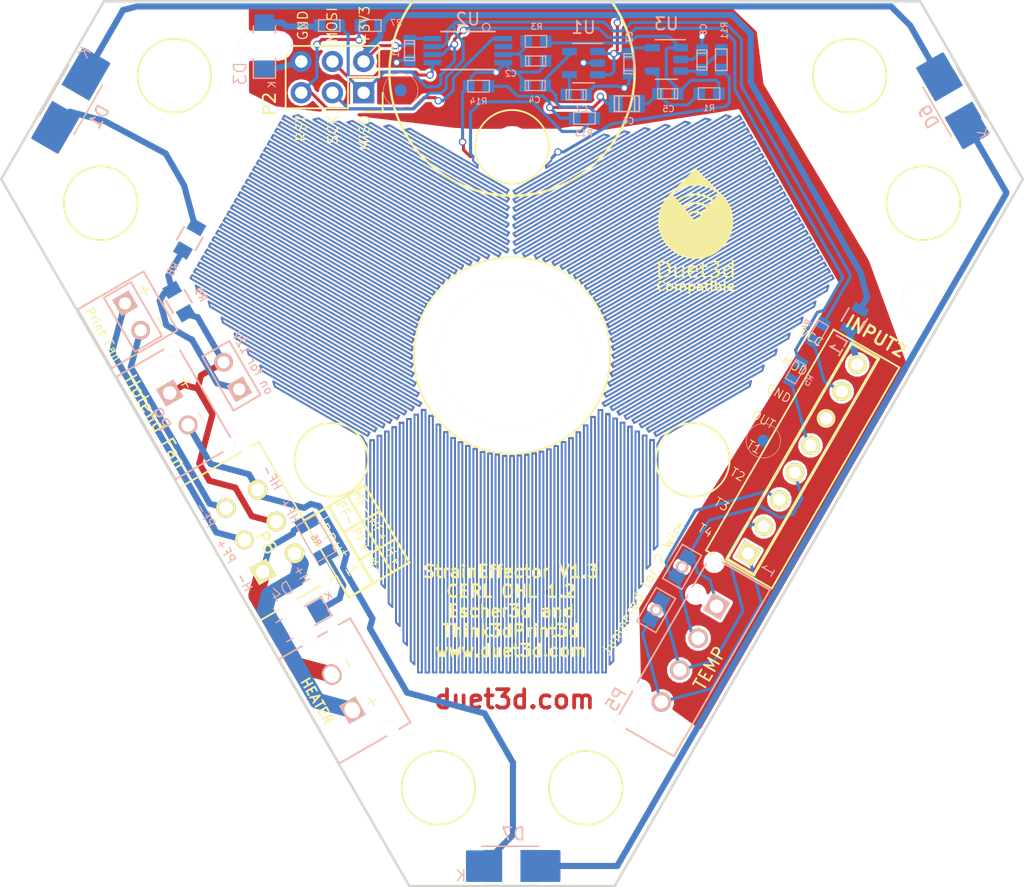
<source format=kicad_pcb>
(kicad_pcb (version 4) (host pcbnew 4.0.2-stable)
  (title_block (title SmartEffector) (date 2017-06-27) (rev v1.4a) (company "Think3dPrint3d and Escher3D"))
  (layers (0 F.Cu signal) (31 B.Cu signal) (34 B.Paste user) (35 F.Paste user) (36 B.SilkS user) (37 F.SilkS user) (38 B.Mask user) (39 F.Mask user) (44 Edge.Cuts user))
  (net 0 "")
  (net 1 +3V3)
  (net 2 "Net-(D3-Pad2)")
  (net 3 "Net-(D4-Pad1)")
  (net 4 RST)
  (net 5 ADC2)
  (net 6 MOSI)
  (net 7 Therm1)
  (net 8 Therm2)
  (net 9 Therm3)
  (net 10 Therm4)
  (net 11 "Net-(L1-Pad1)")
  (net 12 MISO)
  (net 13 SCK)
  (net 14 "Net-(P3-Pad5)")
  (net 15 "Net-(P3-Pad7)")
  (net 16 "Net-(D1-Pad1)")
  (net 17 "Net-(D1-Pad2)")
  (net 18 "Net-(D7-Pad2)")
  (net 19 H_Fan_+)
  (net 20 H_Fan_-)
  (net 21 P_Fan_-)
  (net 22 P_Fan_+)
  (net 23 Heater+)
  (net 24 "Net-(JP3-Pad1)")
  (net 25 Heater-)
  (net 26 "Net-(C5-Pad1)")
  (net 27 "Net-(C5-Pad2)")
  (net 28 "Net-(C6-Pad2)")
  (net 29 "Net-(C7-Pad2)")
  (net 30 "Net-(C8-Pad1)")
  (net 31 B)
  (module complib:PIN_ARRAY_8x1 (layer F.Cu) (at 107.709774 132.191946 60)
    (fp_text reference P3 hide)
    (fp_text value INPUT2 (at 11.630251 0.169471 330) (layer F.SilkS) (effects (font (size 1.016 1.016) (thickness 0.2032))))
    (pad 1 thru_hole rect (at -8.89 0 60) (size 1.524 1.524) (drill 1) (layers *.Cu *.Mask F.SilkS) (net 10 Therm4))
    (pad 2 thru_hole circle (at -6.35 0 60) (size 1.524 1.524) (drill 1) (layers *.Cu *.Mask F.SilkS) (net 9 Therm3))
    (pad 3 thru_hole circle (at -3.81 0 60) (size 1.524 1.524) (drill 1) (layers *.Cu *.Mask F.SilkS) (net 8 Therm2))
    (pad 4 thru_hole circle (at -1.27 0 60) (size 1.524 1.524) (drill 1) (layers *.Cu *.Mask F.SilkS) (net 7 Therm1))
    (pad 5 thru_hole circle (at 1.27 0 60) (size 1.524 1.524) (drill 1) (layers *.Cu *.Mask F.SilkS) (net 14 "Net-(P3-Pad5)"))
    (pad 6 thru_hole circle (at 3.81 0 60) (size 1.524 1.524) (drill 1) (layers *.Cu *.Mask F.SilkS) (net 31 B))
    (pad 7 thru_hole circle (at 6.35 0 60) (size 1.524 1.524) (drill 1) (layers *.Cu *.Mask F.SilkS) (net 15 "Net-(P3-Pad7)"))
    (pad 8 thru_hole circle (at 8.89 0 60) (size 1.524 1.524) (drill 1) (layers *.Cu *.Mask F.SilkS) (net 11 "Net-(L1-Pad1)"))
  )
  (module complib:Microfit_01x02_43650-0227 (layer B.Cu) (at 56.895677 128.121795 300)
    (fp_text reference P9 (at -0.027272 1.73454 300) (layer B.SilkS) (effects (justify mirror)))
    (fp_text value "Hotend Fan" (at -0.050338 2.165086 300) (layer F.SilkS))
    (pad "" np_thru_hole circle (at 4.5 -1.96 300) (size 1.27 1.27) (drill 1.27) (layers *.Cu *.Mask B.SilkS))
    (pad 2 thru_hole circle (at 1.5 0 300) (size 1.524 1.524) (drill 1.1) (layers *.Cu *.Mask B.SilkS) (net 20 H_Fan_-))
    (pad 1 thru_hole rect (at -1.5 0 300) (size 1.6 1.6) (drill 1.1) (layers *.Cu *.Mask B.SilkS) (net 19 H_Fan_+))
    (pad "" np_thru_hole circle (at -4.5 -1.96 300) (size 1.27 1.27) (drill 1.27) (layers *.Cu *.Mask B.SilkS))
  )
  (module Socket_Strips:Socket_Strip_Straight_2x03 (layer F.Cu) (at 71.941902 102.358036 180)
    (fp_text reference P2 (at 7.671414 -0.927708 450) (layer F.SilkS))
    (fp_text value PROG hide)
    (pad 1 thru_hole rect (at 0 0 180) (size 1.7272 1.7272) (drill 1.016) (layers *.Cu *.Mask) (net 12 MISO))
    (pad 2 thru_hole oval (at 0 2.54 180) (size 1.7272 1.7272) (drill 1.016) (layers *.Cu *.Mask) (net 1 +3V3))
    (pad 3 thru_hole oval (at 2.54 0 180) (size 1.7272 1.7272) (drill 1.016) (layers *.Cu *.Mask) (net 13 SCK))
    (pad 4 thru_hole oval (at 2.54 2.54 180) (size 1.7272 1.7272) (drill 1.016) (layers *.Cu *.Mask) (net 6 MOSI))
    (pad 5 thru_hole oval (at 5.08 0 180) (size 1.7272 1.7272) (drill 1.016) (layers *.Cu *.Mask) (net 4 RST))
    (pad 6 thru_hole oval (at 5.08 2.54 180) (size 1.7272 1.7272) (drill 1.016) (layers *.Cu *.Mask) (net 31 B))
  )
  (module complib:Microfit_02x03 (layer F.Cu) (at 63.524645 138.04008 120)
    (fp_text reference P8 (at -1.086046 -0.046749 120) (layer F.SilkS))
    (fp_text value "Input 1" (at -4.26587 4.872171 120) (layer F.SilkS) (effects (font (size 0.9 1) (thickness 0.1))))
    (pad "" np_thru_hole circle (at 6 2.44 120) (size 1.1 1.1) (drill 1.1) (layers *.Cu *.Mask F.SilkS))
    (pad "" np_thru_hole circle (at -6 2.44 120) (size 1.1 1.1) (drill 1.1) (layers *.Cu *.Mask F.SilkS))
    (pad 6 thru_hole circle (at 3 1.5 120) (size 1.6 1.6) (drill 1.1) (layers *.Cu *.Mask F.SilkS) (net 20 H_Fan_-))
    (pad 2 thru_hole circle (at 0 -1.5 120) (size 1.524 1.524) (drill 1.1) (layers *.Cu *.Mask F.SilkS) (net 22 P_Fan_+))
    (pad 3 thru_hole circle (at 3 -1.5 120) (size 1.6 1.6) (drill 1.1) (layers *.Cu *.Mask F.SilkS) (net 21 P_Fan_-))
    (pad 4 thru_hole circle (at -3 1.5 120) (size 1.6 1.6) (drill 1.1) (layers *.Cu *.Mask F.SilkS) (net 23 Heater+))
    (pad 5 thru_hole circle (at 0 1.5 120) (size 1.6 1.6) (drill 1.1) (layers *.Cu *.Mask F.SilkS) (net 19 H_Fan_+))
    (pad 1 thru_hole rect (at -3 -1.5 120) (size 1.6 1.6) (drill 1.1) (layers *.Cu *.Mask F.SilkS) (net 25 Heater-))
  )
  (module complib:Fiducial_1mm_Dia_2.54mm_Outer_CopperTop (layer B.Cu) (at 74.961907 102.168039)
    (fp_text reference M1 hide)
    (fp_text value FID hide)
    (pad ~ smd circle (at 0 0) (size 1 1) (layers B.Cu B.Mask) (clearance 0.77))
  )
  (module complib:Fiducial_1mm_Dia_2.54mm_Outer_CopperTop (layer B.Cu) (at 104.506264 130.709469)
    (fp_text reference M2 hide)
    (fp_text value FID hide)
    (pad ~ smd circle (at 0 0) (size 1 1) (layers B.Cu B.Mask) (clearance 0.77))
  )
  (module complib:R_1206 (layer B.Cu) (at 68.09344 138.685973 120)
    (fp_text reference R6 (at -0.096578 -0.082261 120) (layer B.SilkS) (effects (font (size 0.5 0.5) (thickness 0.09906)) (justify mirror)))
    (fp_text value 1K5_0.5W+ hide)
    (pad 1 smd rect (at -1.50114 0 120) (size 1.15062 1.80086) (layers B.Cu B.Paste B.Mask) (net 3 "Net-(D4-Pad1)"))
    (pad 2 smd rect (at 1.50114 0 120) (size 1.15062 1.80086) (layers B.Cu B.Paste B.Mask) (net 25 Heater-))
  )
  (module complib:Minifit3.0+screwterm3.5MM_2X1 (layer B.Cu) (at 70.18256 151.208235 120)
    (fp_text reference P4 hide)
    (fp_text value HEATER (at 0.410146 -2.115409 120) (layer F.SilkS) (effects (font (size 0.762 0.762) (thickness 0.1524))))
    (pad 1 thru_hole rect (at -1.675 0 120) (size 1.7 1.524) (drill oval 1.35 1.2) (layers *.Cu *.Mask B.SilkS) (net 23 Heater+))
    (pad 2 thru_hole oval (at 1.675 0 120) (size 1.7 1.524) (drill oval 1.35 1.19888) (layers *.Cu *.Mask B.SilkS) (net 25 Heater-))
    (pad "" np_thru_hole circle (at 4.5 1.96 120) (size 1.3 1.3) (drill 1.3) (layers *.Cu *.Mask B.SilkS))
    (pad "" np_thru_hole circle (at -4.5 1.96 120) (size 1.3 1.3) (drill 1.3) (layers *.Cu *.Mask B.SilkS))
  )
  (module complib:Ziptie_small (layer F.Cu) (at 117.154565 119.083087)
    (fp_text reference M13 hide)
    (fp_text value Ziptie hide)
    (pad "" np_thru_hole circle (at 0 0) (size 2.7 2.7) (drill 2.7) (layers *.Cu *.Mask F.SilkS))
  )
  (module complib:R_0805_extended_pads (layer B.Cu) (at 57.772966 114.252279 60)
    (fp_text reference R8 (at -2.830304 0.061555 60) (layer B.SilkS) (effects (font (size 0.6 0.6) (thickness 0.1)) (justify mirror)))
    (fp_text value 140R_0.33W+ hide)
    (pad 1 smd rect (at -1.1 0 60) (size 1 1.3) (layers B.Cu B.Paste B.Mask) (net 24 "Net-(JP3-Pad1)"))
    (pad 2 smd rect (at 1.1 0 60) (size 1 1.3) (layers B.Cu B.Paste B.Mask) (net 17 "Net-(D1-Pad2)"))
  )
  (module complib:JUMPER (layer B.Cu) (at 61.171907 125.418038 120)
    (fp_text reference JP3 hide)
    (fp_text value "on for 12V" (at 0.008346 2.025544 120) (layer B.SilkS) (effects (font (size 0.7 0.7) (thickness 0.1)) (justify mirror)))
    (pad 1 thru_hole rect (at -1.27 0 120) (size 1.524 1.524) (drill 1) (layers *.Cu *.Mask B.SilkS) (net 24 "Net-(JP3-Pad1)"))
    (pad 2 thru_hole circle (at 1.27 0 120) (size 1.524 1.524) (drill 1) (layers *.Cu *.Mask B.SilkS) (net 19 H_Fan_+))
  )
  (module complib:R_0805_extended_pads (layer B.Cu) (at 56.894313 119.374151 120)
    (fp_text reference R9 (at -0.405026 1.821525 120) (layer B.SilkS) (effects (font (size 0.6 0.6) (thickness 0.1)) (justify mirror)))
    (fp_text value 604R_0.33W+ hide)
    (pad 1 smd rect (at -1.1 0 120) (size 1 1.3) (layers B.Cu B.Paste B.Mask) (net 19 H_Fan_+))
    (pad 2 smd rect (at 1.1 0 120) (size 1 1.3) (layers B.Cu B.Paste B.Mask) (net 24 "Net-(JP3-Pad1)"))
  )
  (module complib:C_0603 (layer B.Cu) (at 75.679067 98.924232 90)
    (fp_text reference C1 (at -0.08218 -1.1204 90) (layer B.SilkS) (effects (font (size 0.5 0.5) (thickness 0.09)) (justify mirror)))
    (fp_text value 100n hide)
    (pad 1 smd rect (at 0.8001 0 90) (size 0.94996 1.00076) (layers B.Cu B.Paste B.Mask) (net 1 +3V3))
    (pad 2 smd rect (at -0.8001 0 90) (size 0.94996 1.00076) (layers B.Cu B.Paste B.Mask) (net 31 B))
  )
  (module complib:C_0603 (layer B.Cu) (at 85.954064 99.774233 180)
    (fp_text reference C2 (at 2.025647 -1.026925 180) (layer B.SilkS) (effects (font (size 0.5 0.5) (thickness 0.09)) (justify mirror)))
    (fp_text value 10n hide)
    (pad 1 smd rect (at 0.8001 0 180) (size 0.94996 1.00076) (layers B.Cu B.Paste B.Mask) (net 5 ADC2))
    (pad 2 smd rect (at -0.8001 0 180) (size 0.94996 1.00076) (layers B.Cu B.Paste B.Mask) (net 31 B))
  )
  (module complib:C_0603 (layer B.Cu) (at 93.554067 99.999233 90)
    (fp_text reference C3 (at 2.175 0.05 90) (layer B.SilkS) (effects (font (size 0.5 0.5) (thickness 0.09)) (justify mirror)))
    (fp_text value 1u hide)
    (pad 1 smd rect (at 0.8001 0 90) (size 0.94996 1.00076) (layers B.Cu B.Paste B.Mask) (net 1 +3V3))
    (pad 2 smd rect (at -0.8001 0 90) (size 0.94996 1.00076) (layers B.Cu B.Paste B.Mask) (net 31 B))
  )
  (module complib:C_0603 (layer B.Cu) (at 96.711538 102.444857)
    (fp_text reference C5 (at 0.069347 1.236925 180) (layer B.SilkS) (effects (font (size 0.5 0.5) (thickness 0.09)) (justify mirror)))
    (fp_text value 47p hide)
    (pad 1 smd rect (at 0.8001 0) (size 0.94996 1.00076) (layers B.Cu B.Paste B.Mask) (net 26 "Net-(C5-Pad1)"))
    (pad 2 smd rect (at -0.8001 0) (size 0.94996 1.00076) (layers B.Cu B.Paste B.Mask) (net 27 "Net-(C5-Pad2)"))
  )
  (module complib:C_0805 (layer B.Cu) (at 93.381537 103.254858)
    (fp_text reference C6 (at 0.114347 1.411925 180) (layer B.SilkS) (effects (font (size 0.5 0.5) (thickness 0.09)) (justify mirror)))
    (fp_text value 22u_<20% hide)
    (pad 1 smd rect (at 0.89916 0) (size 1.15062 1.45034) (layers B.Cu B.Paste B.Mask) (net 27 "Net-(C5-Pad2)"))
    (pad 2 smd rect (at -0.89916 0) (size 1.15062 1.45034) (layers B.Cu B.Paste B.Mask) (net 28 "Net-(C6-Pad2)"))
  )
  (module complib:R_0603 (layer B.Cu) (at 100.081537 102.434857)
    (fp_text reference R1 (at -0.000653 1.176927) (layer B.SilkS) (effects (font (size 0.5 0.5) (thickness 0.09)) (justify mirror)))
    (fp_text value 10M hide)
    (pad 1 smd rect (at -0.8001 0) (size 0.94996 1.00076) (layers B.Cu B.Paste B.Mask) (net 27 "Net-(C5-Pad2)"))
    (pad 2 smd rect (at 0.8001 0) (size 0.94996 1.00076) (layers B.Cu B.Paste B.Mask) (net 26 "Net-(C5-Pad1)"))
  )
  (module complib:R_0603 (layer B.Cu) (at 69.141901 96.88804)
    (fp_text reference R2 (at -2.133483 0.083115) (layer B.SilkS) (effects (font (size 0.5 0.5) (thickness 0.09)) (justify mirror)))
    (fp_text value 150R hide)
    (pad 1 smd rect (at -0.8001 0) (size 0.94996 1.00076) (layers B.Cu B.Paste B.Mask) (net 2 "Net-(D3-Pad2)"))
    (pad 2 smd rect (at 0.8001 0) (size 0.94996 1.00076) (layers B.Cu B.Paste B.Mask) (net 12 MISO))
  )
  (module complib:R_0603 (layer B.Cu) (at 85.979068 98.174229 180)
    (fp_text reference R3 (at -0.059348 1.193075 180) (layer B.SilkS) (effects (font (size 0.5 0.5) (thickness 0.09)) (justify mirror)))
    (fp_text value 5K1 hide)
    (pad 1 smd rect (at -0.8001 0 180) (size 0.94996 1.00076) (layers B.Cu B.Paste B.Mask) (net 26 "Net-(C5-Pad1)"))
    (pad 2 smd rect (at 0.8001 0 180) (size 0.94996 1.00076) (layers B.Cu B.Paste B.Mask) (net 5 ADC2))
  )
  (module complib:R_0603 (layer B.Cu) (at 108.979679 121.897282 60)
    (fp_text reference R4 (at 0.037408 -1.118815 60) (layer B.SilkS) (effects (font (size 0.5 0.5) (thickness 0.09)) (justify mirror)))
    (fp_text value 5K1 hide)
    (pad 1 smd rect (at -0.8001 0 60) (size 0.94996 1.00076) (layers B.Cu B.Paste B.Mask) (net 15 "Net-(P3-Pad7)"))
    (pad 2 smd rect (at 0.8001 0 60) (size 0.94996 1.00076) (layers B.Cu B.Paste B.Mask) (net 13 SCK))
  )
  (module complib:R_0603 (layer B.Cu) (at 107.13818 125.086851 60)
    (fp_text reference R5 (at -0.089827 1.253025 60) (layer B.SilkS) (effects (font (size 0.5 0.5) (thickness 0.09)) (justify mirror)))
    (fp_text value 1K0 hide)
    (pad 1 smd rect (at -0.8001 0 60) (size 0.94996 1.00076) (layers B.Cu B.Paste B.Mask) (net 14 "Net-(P3-Pad5)"))
    (pad 2 smd rect (at 0.8001 0 60) (size 0.94996 1.00076) (layers B.Cu B.Paste B.Mask) (net 12 MISO))
  )
  (module complib:R_0603 (layer B.Cu) (at 72.491911 96.88804)
    (fp_text reference R7 (at 2.116503 -0.226882) (layer B.SilkS) (effects (font (size 0.5 0.5) (thickness 0.09)) (justify mirror)))
    (fp_text value 5K1 hide)
    (pad 1 smd rect (at -0.8001 0) (size 0.94996 1.00076) (layers B.Cu B.Paste B.Mask) (net 4 RST))
    (pad 2 smd rect (at 0.8001 0) (size 0.94996 1.00076) (layers B.Cu B.Paste B.Mask) (net 1 +3V3))
  )
  (module complib:R_0603 (layer B.Cu) (at 101.079068 99.674236 90)
    (fp_text reference R11 (at 2.373076 0.249346 90) (layer B.SilkS) (effects (font (size 0.5 0.5) (thickness 0.09)) (justify mirror)))
    (fp_text value 5K1 hide)
    (pad 1 smd rect (at -0.8001 0 90) (size 0.94996 1.00076) (layers B.Cu B.Paste B.Mask) (net 31 B))
    (pad 2 smd rect (at 0.8001 0 90) (size 0.94996 1.00076) (layers B.Cu B.Paste B.Mask) (net 30 "Net-(C8-Pad1)"))
  )
  (module complib:LOGO_Duet3dCompatible (layer F.Cu) (at 98.995488 113.585745)
    (fp_text reference M15 hide)
    (fp_text value OSHW_Logo hide)
  )
  (module complib:R_0603 (layer B.Cu) (at 89.931537 104.444857 180)
    (fp_text reference R13 (at 0.045656 -1.206924 180) (layer B.SilkS) (effects (font (size 0.5 0.5) (thickness 0.09)) (justify mirror)))
    (fp_text value 10K_1% hide)
    (pad 1 smd rect (at -0.8001 0 180) (size 0.94996 1.00076) (layers B.Cu B.Paste B.Mask) (net 31 B))
    (pad 2 smd rect (at 0.8001 0 180) (size 0.94996 1.00076) (layers B.Cu B.Paste B.Mask) (net 28 "Net-(C6-Pad2)"))
  )
  (module complib:R_0603 (layer B.Cu) (at 81.307336 101.834097 180)
    (fp_text reference R14 (at 0.006244 -1.224324 180) (layer B.SilkS) (effects (font (size 0.5 0.5) (thickness 0.09)) (justify mirror)))
    (fp_text value 10K_1% hide)
    (pad 1 smd rect (at -0.8001 0 180) (size 0.94996 1.00076) (layers B.Cu B.Paste B.Mask) (net 28 "Net-(C6-Pad2)"))
    (pad 2 smd rect (at 0.8001 0 180) (size 0.94996 1.00076) (layers B.Cu B.Paste B.Mask) (net 31 B))
  )
  (module complib:C_0603 (layer B.Cu) (at 85.924233 101.773348 180)
    (fp_text reference C4 (at 0.055817 -1.167807 180) (layer B.SilkS) (effects (font (size 0.5 0.5) (thickness 0.09)) (justify mirror)))
    (fp_text value 1u hide)
    (pad 1 smd rect (at 0.8001 0 180) (size 0.94996 1.00076) (layers B.Cu B.Paste B.Mask) (net 31 B))
    (pad 2 smd rect (at -0.8001 0 180) (size 0.94996 1.00076) (layers B.Cu B.Paste B.Mask) (net 31 B))
  )
  (module complib:C_0603 (layer B.Cu) (at 89.25407 102.52423)
    (fp_text reference C7 (at 0.464348 1.156926) (layer B.SilkS) (effects (font (size 0.5 0.5) (thickness 0.09)) (justify mirror)))
    (fp_text value 10n hide)
    (pad 1 smd rect (at 0.8001 0) (size 0.94996 1.00076) (layers B.Cu B.Paste B.Mask) (net 31 B))
    (pad 2 smd rect (at -0.8001 0) (size 0.94996 1.00076) (layers B.Cu B.Paste B.Mask) (net 29 "Net-(C7-Pad2)"))
  )
  (module complib:C_0603 (layer B.Cu) (at 99.504072 99.69923 270)
    (fp_text reference C8 (at -2.488073 -0.124345 270) (layer B.SilkS) (effects (font (size 0.5 0.5) (thickness 0.09)) (justify mirror)))
    (fp_text value 10n hide)
    (pad 1 smd rect (at 0.8001 0 270) (size 0.94996 1.00076) (layers B.Cu B.Paste B.Mask) (net 30 "Net-(C8-Pad1)"))
    (pad 2 smd rect (at -0.8001 0 270) (size 0.94996 1.00076) (layers B.Cu B.Paste B.Mask) (net 31 B))
  )
  (module complib:Microfit_01x02or04_43650-0227 (layer B.Cu) (at 98.444822 148.089313 60)
    (fp_text reference P5 (at -6.164761 -3.295719 60) (layer B.SilkS) (effects (justify mirror)))
    (fp_text value TEMP (at -0.143589 2.055223 60) (layer F.SilkS))
    (pad 1 thru_hole rect (at 4.5 0 60) (size 1.6 1.6) (drill 1.1) (layers *.Cu *.Mask B.SilkS) (net 7 Therm1))
    (pad 4 thru_hole circle (at -4.5 0 60) (size 1.6 1.6) (drill 1.1) (layers *.Cu *.Mask B.SilkS) (net 10 Therm4))
    (pad "" np_thru_hole circle (at -7.5 -1.96 60) (size 1.27 1.27) (drill 1.27) (layers *.Cu *.Mask B.SilkS))
    (pad "" np_thru_hole circle (at 7.5 -1.96 60) (size 1.27 1.27) (drill 1.27) (layers *.Cu *.Mask B.SilkS))
    (pad "" np_thru_hole circle (at 4.5 -1.96 60) (size 1.27 1.27) (drill 1.27) (layers *.Cu *.Mask B.SilkS))
    (pad 2 thru_hole circle (at 1.5 0 60) (size 1.6 1.6) (drill 1.1) (layers *.Cu *.Mask B.SilkS) (net 8 Therm2))
    (pad 3 thru_hole circle (at -1.5 0 60) (size 1.6 1.6) (drill 1.1) (layers *.Cu *.Mask B.SilkS) (net 9 Therm3))
    (pad "" np_thru_hole circle (at -4.5 -1.96 60) (size 1.27 1.27) (drill 1.27) (layers *.Cu *.Mask B.SilkS))
  )
  (module complib:SOT-23-5L (layer B.Cu) (at 89.854072 99.949226 180)
    (fp_text reference U1 (at 0 2.9 180) (layer B.SilkS) (effects (justify mirror)))
    (fp_text value LDK130M08 hide)
    (pad 1 smd rect (at -1.15 0.95 180) (size 1.2 0.6) (layers B.Cu B.Paste B.Mask) (net 1 +3V3))
    (pad 2 smd rect (at -1.15 0 180) (size 1.2 0.6) (layers B.Cu B.Paste B.Mask) (net 31 B))
    (pad 3 smd rect (at -1.15 -0.95 180) (size 1.2 0.6) (layers B.Cu B.Paste B.Mask) (net 1 +3V3))
    (pad 4 smd rect (at 1.15 -0.95 180) (size 1.2 0.6) (layers B.Cu B.Paste B.Mask) (net 29 "Net-(C7-Pad2)"))
    (pad 5 smd rect (at 1.15 0.95 180) (size 1.2 0.6) (layers B.Cu B.Paste B.Mask) (net 31 B))
  )
  (module complib:SOT-23-5L (layer B.Cu) (at 96.604068 99.64923 180)
    (fp_text reference U3 (at 0 2.9 180) (layer B.SilkS) (effects (justify mirror)))
    (fp_text value MCP6286 hide)
    (pad 1 smd rect (at -1.15 0.95 180) (size 1.2 0.6) (layers B.Cu B.Paste B.Mask) (net 26 "Net-(C5-Pad1)"))
    (pad 2 smd rect (at -1.15 0 180) (size 1.2 0.6) (layers B.Cu B.Paste B.Mask) (net 31 B))
    (pad 3 smd rect (at -1.15 -0.95 180) (size 1.2 0.6) (layers B.Cu B.Paste B.Mask) (net 30 "Net-(C8-Pad1)"))
    (pad 4 smd rect (at 1.15 -0.95 180) (size 1.2 0.6) (layers B.Cu B.Paste B.Mask) (net 27 "Net-(C5-Pad2)"))
    (pad 5 smd rect (at 1.15 0.95 180) (size 1.2 0.6) (layers B.Cu B.Paste B.Mask) (net 1 +3V3))
  )
  (module complib:TSSOP-8_3x4.4mm_Pitch0.65mm (layer B.Cu) (at 80.429066 98.924232 180)
    (fp_text reference U2 (at 0 2.55 180) (layer B.SilkS) (effects (justify mirror)))
    (fp_text value ATTINY45 hide)
    (pad 1 smd rect (at -2.9 0.975 180) (size 1.45 0.45) (layers B.Cu B.Paste B.Mask) (net 4 RST))
    (pad 2 smd rect (at -2.9 0.325 180) (size 1.45 0.45) (layers B.Cu B.Paste B.Mask))
    (pad 3 smd rect (at -2.9 -0.325 180) (size 1.45 0.45) (layers B.Cu B.Paste B.Mask) (net 5 ADC2))
    (pad 4 smd rect (at -2.9 -0.975 180) (size 1.45 0.45) (layers B.Cu B.Paste B.Mask) (net 31 B))
    (pad 5 smd rect (at 2.9 -0.975 180) (size 1.45 0.45) (layers B.Cu B.Paste B.Mask) (net 6 MOSI))
    (pad 6 smd rect (at 2.9 -0.325 180) (size 1.45 0.45) (layers B.Cu B.Paste B.Mask) (net 12 MISO))
    (pad 7 smd rect (at 2.9 0.325 180) (size 1.45 0.45) (layers B.Cu B.Paste B.Mask) (net 13 SCK))
    (pad 8 smd rect (at 2.9 0.975 180) (size 1.45 0.45) (layers B.Cu B.Paste B.Mask) (net 1 +3V3))
  )
  (module complib:LED_1206_bottom_entry_v2 (layer B.Cu) (at 63.861902 98.528038 90)
    (fp_text reference D3 (at -2.273116 -1.983486 90) (layer B.SilkS) (effects (font (thickness 0.1)) (justify mirror)))
    (fp_text value Comms hide)
    (fp_text user K (at -3.170001 0.62 90) (layer B.SilkS) (effects (font (size 0.6 0.6) (thickness 0.1)) (justify mirror)))
    (pad 2 smd rect (at 1.875 0 270) (size 1.35 1.6) (layers B.Cu B.Paste B.Mask) (net 2 "Net-(D3-Pad2)"))
    (pad 1 smd rect (at -1.875 0 270) (size 1.35 1.6) (layers B.Cu B.Paste B.Mask) (net 31 B))
    (pad "" np_thru_hole oval (at 0 0 90) (size 2 4.2) (drill oval 2 4.2) (layers *.Cu *.Mask B.SilkS) (clearance 0.15))
  )
  (module complib:LED_PLCC-2 (layer B.Cu) (at 48.082607 103.0137 240)
    (fp_text reference D1 (at -0.025085 -2.63921 240) (layer B.SilkS) (effects (justify mirror)))
    (fp_text value Comms hide)
    (fp_text user K (at -3.957066 0.991181 240) (layer B.SilkS) (effects (font (size 0.9 0.9) (thickness 0.1)) (justify mirror)))
    (pad 1 smd rect (at -1.5 0 240) (size 1.5 2.6) (layers B.Cu B.Paste B.Mask) (net 16 "Net-(D1-Pad1)"))
    (pad 2 smd rect (at 1.5 0 240) (size 1.5 2.6) (layers B.Cu B.Paste B.Mask) (net 17 "Net-(D1-Pad2)"))
  )
  (module complib:LED_1206_bottom_entry_v2 (layer B.Cu) (at 66.63886 145.496104 210)
    (fp_text reference D4 (at -0.06 2.849999 210) (layer B.SilkS) (effects (font (thickness 0.1)) (justify mirror)))
    (fp_text value Heat hide)
    (fp_text user K (at -3.170001 0.62 210) (layer B.SilkS) (effects (font (size 0.6 0.6) (thickness 0.1)) (justify mirror)))
    (pad 2 smd rect (at 1.875 0 30) (size 1.35 1.6) (layers B.Cu B.Paste B.Mask) (net 23 Heater+))
    (pad 1 smd rect (at -1.875 0 30) (size 1.35 1.6) (layers B.Cu B.Paste B.Mask) (net 3 "Net-(D4-Pad1)"))
    (pad "" np_thru_hole oval (at 0 0 210) (size 2 4.2) (drill oval 2 4.2) (layers *.Cu *.Mask B.SilkS) (clearance 0.15))
  )
  (module complib:LED_PLCC-2 (layer B.Cu) (at 83.965666 165.343894)
    (fp_text reference D7 (at 0.172429 -2.602924) (layer B.SilkS) (effects (justify mirror)))
    (fp_text value Comms hide)
    (fp_text user K (at -4.102768 0.812217) (layer B.SilkS) (effects (font (size 0.9 0.9) (thickness 0.1)) (justify mirror)))
    (pad 1 smd rect (at -1.5 0) (size 1.5 2.6) (layers B.Cu B.Paste B.Mask) (net 20 H_Fan_-))
    (pad 2 smd rect (at 1.5 0) (size 1.5 2.6) (layers B.Cu B.Paste B.Mask) (net 18 "Net-(D7-Pad2)"))
  )
  (module complib:LED_PLCC-2 (layer B.Cu) (at 120.020012 103.07293 120)
    (fp_text reference D9 (at -0.033079 -2.458671 120) (layer B.SilkS) (effects (justify mirror)))
    (fp_text value Comms hide)
    (fp_text user K (at -3.41469 0.797969 120) (layer B.SilkS) (effects (font (size 0.9 0.9) (thickness 0.1)) (justify mirror)))
    (pad 1 smd rect (at -1.5 0 120) (size 1.5 2.6) (layers B.Cu B.Paste B.Mask) (net 18 "Net-(D7-Pad2)"))
    (pad 2 smd rect (at 1.5 0 120) (size 1.5 2.6) (layers B.Cu B.Paste B.Mask) (net 16 "Net-(D1-Pad1)"))
  )
  (module complib:12mmHole (layer F.Cu) (at 84.0319 123.768043)
    (fp_text reference M16 (at 0 0.5) (layer F.SilkS))
    (fp_text value 12mm hide)
    (pad "" np_thru_hole circle (at 0 0) (size 12 12) (drill 12) (layers *.Cu *.Mask F.SilkS))
  )
  (module complib:PIN_ARRAY_2X1 (layer B.Cu) (at 53.145998 120.616428 300)
    (fp_text reference P7 hide)
    (fp_text value "Print Fan" (at 0.02 2.79 300) (layer F.SilkS) (effects (font (size 0.7 0.7) (thickness 0.1))))
    (pad 1 thru_hole rect (at -1.27 0 300) (size 1.524 1.524) (drill 1) (layers *.Cu *.Mask B.SilkS) (net 22 P_Fan_+))
    (pad 2 thru_hole circle (at 1.27 0 300) (size 1.524 1.524) (drill 1) (layers *.Cu *.Mask B.SilkS) (net 21 P_Fan_-))
  )
  (module complib:SJ_Bridged (layer B.Cu) (at 97.884445 140.987242 150)
    (fp_text reference JP1 hide)
    (fp_text value "Jumpered for 2 Wire" hide)
    (pad 1 smd rect (at 0 0.9 150) (size 1.2 1) (layers B.Cu B.Mask) (net 7 Therm1))
    (pad 2 smd rect (at 0 -0.9 150) (size 1.2 1) (layers B.Cu B.Mask) (net 8 Therm2))
    (pad 1 thru_hole circle (at 0 0 150) (size 1 1) (drill 0.6) (layers *.Cu *.Mask B.SilkS) (net 7 Therm1))
  )
  (module complib:SJ_Bridged (layer B.Cu) (at 95.765414 144.49697 150)
    (fp_text reference JP2 hide)
    (fp_text value "Solder Jumper" hide)
    (pad 1 smd rect (at 0 0.9 150) (size 1.2 1) (layers B.Cu B.Mask) (net 9 Therm3))
    (pad 2 smd rect (at 0 -0.9 150) (size 1.2 1) (layers B.Cu B.Mask) (net 10 Therm4))
    (pad 1 thru_hole circle (at 0 0 150) (size 1 1) (drill 0.6) (layers *.Cu *.Mask B.SilkS) (net 9 Therm3))
  )
  (module complib:R_0805 (layer B.Cu) (at 111.922443 120.862635 60)
    (fp_text reference L1 (at -2.46 -0.09 60) (layer B.SilkS) (effects (justify mirror)))
    (fp_text value 22uH hide)
    (pad 1 smd rect (at -0.95 0 60) (size 0.7 1.3) (layers B.Cu B.Paste B.Mask) (net 11 "Net-(L1-Pad1)"))
    (pad 2 smd rect (at 0.95 0 60) (size 0.7 1.3) (layers B.Cu B.Paste B.Mask) (net 1 +3V3))
  )
  (module complib:MountingHole_2.9mm (layer F.Cu) (at 78.031899 158.986439)
    (fp_text reference M4 hide)
    (fp_text value M_2.9mm hide)
    (pad "" np_thru_hole circle (at 0 0) (size 2.9 2.9) (drill 2.9) (layers *.Cu *.Mask))
  )
  (module complib:MountingHole_2.9mm (layer F.Cu) (at 111.531934 100.962688)
    (fp_text reference M8 hide)
    (fp_text value M_2.9mm hide)
    (pad "" np_thru_hole circle (at 0 0) (size 2.9 2.9) (drill 2.9) (layers *.Cu *.Mask))
  )
  (module complib:MountingHole_2.9mm (layer F.Cu) (at 117.531931 111.35499)
    (fp_text reference M6 hide)
    (fp_text value M_2.9mm hide)
    (pad "" np_thru_hole circle (at 0 0) (size 2.9 2.9) (drill 2.9) (layers *.Cu *.Mask))
  )
  (module complib:MountingHole_2.9mm (layer F.Cu) (at 50.531878 111.354989)
    (fp_text reference M5 hide)
    (fp_text value M_2.9mm hide)
    (pad "" np_thru_hole circle (at 0 0) (size 2.9 2.9) (drill 2.9) (layers *.Cu *.Mask))
  )
  (module complib:MountingHole_2.9mm (layer F.Cu) (at 90.031905 158.986437)
    (fp_text reference M3 hide)
    (fp_text value M_2.9mm hide)
    (pad "" np_thru_hole circle (at 0 0) (size 2.9 2.9) (drill 2.9) (layers *.Cu *.Mask))
  )
  (module complib:MountingHole_2.9mm (layer F.Cu) (at 56.531881 100.962687)
    (fp_text reference M7 hide)
    (fp_text value M_2.9mm hide)
    (pad "" np_thru_hole circle (at 0 0) (size 2.9 2.9) (drill 2.9) (layers *.Cu *.Mask))
  )
  (module complib:MountingHole_2.9mm (layer F.Cu) (at 69.309466 132.268042 300)
    (fp_text reference M9 hide)
    (fp_text value M_2.9mm hide)
    (pad "" np_thru_hole circle (at 0 0 300) (size 2.9 2.9) (drill 2.9) (layers *.Cu *.Mask))
  )
  (module complib:MountingHole_2.9mm (layer F.Cu) (at 98.75433 132.268041 300)
    (fp_text reference M10 hide)
    (fp_text value M_2.9mm hide)
    (pad "" np_thru_hole circle (at 0 0 300) (size 2.9 2.9) (drill 2.9) (layers *.Cu *.Mask))
  )
  (module complib:MountingHole_2.9mm (layer F.Cu) (at 84.0319 106.76804 300)
    (fp_text reference M11 hide)
    (fp_text value M_2.9mm hide)
    (pad "" np_thru_hole circle (at 0 0 300) (size 2.9 2.9) (drill 2.9) (layers *.Cu *.Mask))
  )
  (gr_text T2 (at 102.407002 133.46677 330) (layer F.SilkS) (effects (font (size 0.7 0.7) (thickness 0.08))))
  (gr_text T3 (at 101.096284 135.897 330) (layer F.SilkS) (effects (font (size 0.7 0.7) (thickness 0.08))))
  (gr_text T4 (at 99.777003 138.022062 330) (layer F.SilkS) (effects (font (size 0.7 0.7) (thickness 0.08))))
  (gr_text T1 (at 103.741643 131.235104 330) (layer F.SilkS) (effects (font (size 0.7 0.7) (thickness 0.08))))
  (gr_text VCC (at 108.426572 122.300567 330) (layer F.SilkS) (effects (font (size 0.7 0.7) (thickness 0.08))))
  (gr_text MOD (at 107.041932 124.618835 330) (layer F.SilkS) (effects (font (size 0.7 0.7) (thickness 0.08))))
  (gr_text GND (at 105.751931 126.853181 330) (layer F.SilkS) (effects (font (size 0.7 0.7) (thickness 0.08))))
  (gr_text OUT (at 104.494611 128.990925 330) (layer F.SilkS) (effects (font (size 0.7 0.7) (thickness 0.08))))
  (gr_line (start 70.31223 138.152178) (end 70.324729 138.173827) (angle 90) (layer F.SilkS) (width 0.2))
  (gr_line (start 73.235065 136.464675) (end 70.31223 138.152178) (angle 90) (layer F.SilkS) (width 0.2))
  (gr_line (start 71.61223 140.403844) (end 71.599728 140.382192) (angle 90) (layer F.SilkS) (width 0.2))
  (gr_line (start 74.556714 138.703844) (end 71.61223 140.403844) (angle 90) (layer F.SilkS) (width 0.2))
  (gr_line (start 74.261926 141.44325) (end 74.13202 141.518249) (angle 90) (layer F.SilkS) (width 0.2))
  (gr_line (start 70.661924 135.207866) (end 74.261926 141.44325) (angle 90) (layer F.SilkS) (width 0.2))
  (gr_line (start 72.69973 142.287449) (end 72.634777 142.32495) (angle 90) (layer F.SilkS) (width 0.2))
  (gr_line (start 69.11223 136.073717) (end 72.69973 142.287449) (angle 90) (layer F.SilkS) (width 0.2))
  (gr_line (start 70.732871 143.48075) (end 69.732871 141.748699) (angle 90) (layer F.SilkS) (width 0.2))
  (gr_line (start 75.669215 140.630749) (end 70.732871 143.48075) (angle 90) (layer F.SilkS) (width 0.2))
  (gr_line (start 72.044215 134.352065) (end 75.669215 140.630749) (angle 90) (layer F.SilkS) (width 0.2))
  (gr_line (start 67.08622 137.214566) (end 72.044215 134.352065) (angle 90) (layer F.SilkS) (width 0.2))
  (gr_text H- (at 72.975803 140.915621 300) (layer F.SilkS) (effects (font (size 0.7 0.7) (thickness 0.1))))
  (gr_text H+ (at 74.383095 140.103119 300) (layer F.SilkS) (effects (font (size 0.7 0.7) (thickness 0.1))))
  (gr_text PF+ (at 71.750803 138.793859 300) (layer F.SilkS) (effects (font (size 0.7 0.7) (thickness 0.1))))
  (gr_text HF+ (at 73.158094 137.98136 300) (layer F.SilkS) (effects (font (size 0.7 0.7) (thickness 0.1))))
  (gr_text HF- (at 71.895593 135.794647 300) (layer F.SilkS) (effects (font (size 0.7 0.7) (thickness 0.1))))
  (gr_text PF- (at 59.065052 136.759334 300) (layer B.SilkS) (effects (font (size 0.7 0.7) (thickness 0.1)) (justify mirror)))
  (gr_arc (start 84.031904 100.768039) (end 92.116975 94.90753) (angle 251) (layer F.SilkS) (width 0.2))
  (gr_text "Jumpered for 2 Wire" (at 94.720488 142.710743 60) (layer F.SilkS) (effects (font (size 0.8 0.8) (thickness 0.1))))
  (gr_text +3V3 (at 72.020487 98.535743 90) (layer F.SilkS) (effects (font (size 0.8 0.8) (thickness 0.1)) (justify left)))
  (gr_text GND (at 66.988415 95.591156 90) (layer F.SilkS) (effects (font (size 0.8 0.8) (thickness 0.1)) (justify right)))
  (gr_text duet3d.com (at 84.231899 151.768038) (layer F.Cu) (effects (font (size 1.5 1.5) (thickness 0.3))))
  (gr_text "RST\n\nSCK\n\nMISO" (at 69.438415 104.111156 90) (layer F.SilkS) (effects (font (size 0.8 0.8) (thickness 0.1)) (justify right)))
  (gr_text MOSI (at 69.378414 98.351157 90) (layer F.SilkS) (effects (font (size 0.8 0.8) (thickness 0.1)) (justify left)))
  (gr_text 1 (at 104.870002 141.269657 60) (layer B.SilkS) (effects (font (size 1 1) (thickness 0.1)) (justify mirror)))
  (gr_text H- (at 62.231518 142.229838 300) (layer B.SilkS) (effects (font (size 0.7 0.7) (thickness 0.1)) (justify mirror)))
  (gr_text H+ (at 66.912525 141.590573 300) (layer B.SilkS) (effects (font (size 0.7 0.7) (thickness 0.1)) (justify mirror)))
  (gr_text - (at 70.729692 148.810575 300) (layer F.SilkS) (effects (font (size 1 1) (thickness 0.1))))
  (gr_text + (at 72.68177 151.92947 300) (layer F.SilkS) (effects (font (size 1 1) (thickness 0.1))))
  (gr_text HF- (at 64.468011 133.706122 300) (layer B.SilkS) (effects (font (size 0.7 0.7) (thickness 0.1)) (justify mirror)))
  (gr_text HF+ (at 65.928827 136.425913 300) (layer B.SilkS) (effects (font (size 0.7 0.7) (thickness 0.1)) (justify mirror)))
  (gr_text PF+ (at 60.726504 139.686604 300) (layer B.SilkS) (effects (font (size 0.7 0.7) (thickness 0.1)) (justify mirror)))
  (gr_text PF- (at 70.488304 136.607147 300) (layer F.SilkS) (effects (font (size 0.7 0.7) (thickness 0.1))))
  (gr_text - (at 55.432952 120.955308 300) (layer F.SilkS) (effects (font (size 1 1) (thickness 0.1))))
  (gr_text + (at 54.18194 118.472119 300) (layer F.SilkS) (effects (font (size 1 1) (thickness 0.1))))
  (gr_text - (at 58.746258 128.696185 300) (layer F.SilkS) (effects (font (size 1 1) (thickness 0.1))))
  (gr_text + (at 57.518566 125.969758 300) (layer F.SilkS) (effects (font (size 1 1) (thickness 0.1))))
  (gr_text "StrainEffector V1.3\nCERL OHL 1.2\nEscher3d and\nThink3dPrint3d\nwww.duet3d.com" (at 83.948417 144.581156) (layer F.SilkS) (effects (font (size 1 1) (thickness 0.2))))
  (gr_line (start 42.422226 109.401324) (end 75.669001 166.98644) (angle 90) (layer Edge.Cuts) (width 0.2))
  (gr_line (start 50.78512 94.916354) (end 42.422226 109.401324) (angle 90) (layer Edge.Cuts) (width 0.2))
  (gr_line (start 117.278689 94.916361) (end 50.78512 94.916354) (angle 90) (layer Edge.Cuts) (width 0.2))
  (gr_line (start 125.641589 109.40132) (end 117.278689 94.916361) (angle 90) (layer Edge.Cuts) (width 0.2))
  (gr_line (start 92.394805 166.98644) (end 125.641589 109.40132) (angle 90) (layer Edge.Cuts) (width 0.2))
  (gr_line (start 75.669001 166.98644) (end 92.394805 166.98644) (angle 90) (layer Edge.Cuts) (width 0.2))
  (segment (start 71.941906 99.818038) (end 71.941905 99.45304) (width 0.5) (layer B.Cu) (net 1))
  (segment (start 112.379399 120.042136) (end 112.963828 119.029875) (width 0.5) (layer B.Cu) (net 1))
  (segment (start 112.963828 119.029875) (end 112.421638 117.00641) (width 0.5) (layer B.Cu) (net 1))
  (segment (start 111.524317 115.452664) (end 112.421869 117.007272) (width 0.5) (layer B.Cu) (net 1))
  (segment (start 111.524317 115.452664) (end 103.470292 101.502677) (width 0.5) (layer B.Cu) (net 1))
  (segment (start 103.470294 97.552679) (end 103.470292 101.502677) (width 0.5) (layer B.Cu) (net 1))
  (segment (start 92.611901 97.958041) (end 92.611908 98.891392) (width 0.25) (layer F.Cu) (net 1))
  (via (at 92.611907 96.65804) (size 0.6) (drill 0.4) (layers F.Cu B.Cu) (net 1))
  (segment (start 92.611907 96.65804) (end 92.611901 97.958041) (width 0.25) (layer F.Cu) (net 1))
  (segment (start 93.020286 96.03268) (end 92.611906 96.44107) (width 0.25) (layer B.Cu) (net 1))
  (segment (start 92.611907 96.65804) (end 92.611906 96.44107) (width 0.25) (layer B.Cu) (net 1))
  (segment (start 92.611908 98.891392) (end 92.329072 99.174229) (width 0.25) (layer F.Cu) (net 1))
  (segment (start 92.104071 100.849231) (end 92.329068 100.624233) (width 0.25) (layer B.Cu) (net 1))
  (segment (start 92.329068 100.624233) (end 92.329072 99.174229) (width 0.25) (layer B.Cu) (net 1))
  (segment (start 91.004071 100.899223) (end 92.05407 100.899228) (width 0.25) (layer B.Cu) (net 1))
  (segment (start 92.05407 100.899228) (end 92.104071 100.849231) (width 0.25) (layer B.Cu) (net 1))
  (segment (start 93.554071 99.199129) (end 93.529166 99.174229) (width 0.25) (layer B.Cu) (net 1))
  (segment (start 93.529166 99.174229) (end 92.329072 99.174229) (width 0.25) (layer B.Cu) (net 1))
  (segment (start 93.554071 99.199129) (end 94.053968 98.699229) (width 0.25) (layer B.Cu) (net 1))
  (segment (start 94.053968 98.699229) (end 95.454069 98.699233) (width 0.25) (layer B.Cu) (net 1))
  (via (at 92.329072 99.174229) (size 0.6) (drill 0.4) (layers F.Cu B.Cu) (net 1))
  (segment (start 92.329072 99.174229) (end 92.329071 99.17433) (width 0.25) (layer F.Cu) (net 1))
  (segment (start 91.004071 98.99923) (end 91.17897 99.174124) (width 0.25) (layer B.Cu) (net 1))
  (segment (start 91.17897 99.174124) (end 92.329072 99.174229) (width 0.25) (layer B.Cu) (net 1))
  (segment (start 92.329072 99.174229) (end 93.129071 99.174128) (width 0.25) (layer B.Cu) (net 1))
  (segment (start 93.129071 99.174128) (end 92.828005 99.17413) (width 0.25) (layer B.Cu) (net 1))
  (segment (start 77.529069 97.949233) (end 75.853968 97.949228) (width 0.25) (layer B.Cu) (net 1))
  (segment (start 75.853968 97.949228) (end 75.278967 98.52423) (width 0.25) (layer B.Cu) (net 1))
  (segment (start 75.278967 98.52423) (end 74.529067 98.524228) (width 0.25) (layer B.Cu) (net 1))
  (segment (start 73.292017 96.888034) (end 74.032711 96.147338) (width 0.5) (layer B.Cu) (net 1))
  (segment (start 74.032711 96.147338) (end 74.147363 96.032682) (width 0.5) (layer B.Cu) (net 1))
  (segment (start 74.147363 96.032682) (end 93.020286 96.03268) (width 0.5) (layer B.Cu) (net 1))
  (segment (start 101.950298 96.032684) (end 103.470294 97.552679) (width 0.5) (layer B.Cu) (net 1))
  (segment (start 93.020286 96.03268) (end 101.950298 96.032684) (width 0.5) (layer B.Cu) (net 1))
  (segment (start 103.470294 97.552679) (end 102.005652 96.088041) (width 0.5) (layer B.Cu) (net 1))
  (segment (start 102.005652 96.088041) (end 102.005653 96.088037) (width 0.5) (layer B.Cu) (net 1))
  (segment (start 102.005653 96.088037) (end 102.005652 96.088041) (width 0.5) (layer B.Cu) (net 1))
  (segment (start 72.121905 99.638037) (end 72.121907 98.988041) (width 0.5) (layer B.Cu) (net 1))
  (segment (start 72.121907 98.988041) (end 73.292017 97.817934) (width 0.5) (layer B.Cu) (net 1))
  (segment (start 73.292017 97.817934) (end 73.292003 96.88804) (width 0.5) (layer B.Cu) (net 1))
  (segment (start 74.092007 96.088044) (end 73.292003 96.88804) (width 0.5) (layer B.Cu) (net 1))
  (segment (start 74.529067 98.524228) (end 73.235708 98.524229) (width 0.25) (layer F.Cu) (net 1))
  (segment (start 73.235708 98.524229) (end 71.941905 99.818033) (width 0.25) (layer F.Cu) (net 1))
  (via (at 74.529067 98.524228) (size 0.6) (drill 0.4) (layers F.Cu B.Cu) (net 1))
  (segment (start 71.941906 99.818038) (end 71.981907 99.818037) (width 0.25) (layer F.Cu) (net 1))
  (segment (start 63.861903 96.653038) (end 65.332492 96.653043) (width 0.5) (layer B.Cu) (net 2))
  (segment (start 65.332492 96.653043) (end 65.642707 96.963261) (width 0.5) (layer B.Cu) (net 2))
  (segment (start 65.642707 96.963261) (end 68.266583 96.963262) (width 0.5) (layer B.Cu) (net 2))
  (segment (start 68.266583 96.963262) (end 68.341802 96.888041) (width 0.5) (layer B.Cu) (net 2))
  (segment (start 63.861903 96.653038) (end 65.332492 96.653043) (width 0.5) (layer B.Cu) (net 2))
  (segment (start 68.844011 139.986) (end 70.280938 142.474833) (width 0.5) (layer B.Cu) (net 3))
  (segment (start 69.989783 143.561446) (end 68.262657 144.558606) (width 0.5) (layer B.Cu) (net 3))
  (segment (start 70.280938 142.474833) (end 69.989783 143.561446) (width 0.5) (layer B.Cu) (net 3))
  (segment (start 71.56271 97.017142) (end 71.562708 98.083257) (width 0.25) (layer B.Cu) (net 4))
  (segment (start 68.142711 101.077227) (end 66.861901 102.358037) (width 0.25) (layer B.Cu) (net 4))
  (segment (start 68.142708 98.423258) (end 68.142711 101.077227) (width 0.25) (layer B.Cu) (net 4))
  (segment (start 71.691813 96.888039) (end 71.56271 97.017142) (width 0.25) (layer B.Cu) (net 4))
  (segment (start 83.329068 97.949234) (end 82.470338 97.949234) (width 0.25) (layer B.Cu) (net 4))
  (segment (start 79.252707 101.166865) (end 82.470338 97.949234) (width 0.25) (layer B.Cu) (net 4))
  (segment (start 71.562708 98.083257) (end 71.502704 98.023264) (width 0.25) (layer F.Cu) (net 4))
  (via (at 71.562708 98.083257) (size 0.6) (drill 0.4) (layers F.Cu B.Cu) (net 4))
  (segment (start 71.502704 98.023264) (end 68.542711 98.023261) (width 0.25) (layer F.Cu) (net 4))
  (segment (start 78.022708 103.01326) (end 77.772708 102.763259) (width 0.25) (layer F.Cu) (net 4))
  (via (at 78.022708 103.01326) (size 0.6) (drill 0.4) (layers F.Cu B.Cu) (net 4))
  (segment (start 68.990548 103.67326) (end 67.675325 102.358037) (width 0.25) (layer F.Cu) (net 4))
  (segment (start 75.95271 103.67326) (end 68.990548 103.67326) (width 0.25) (layer F.Cu) (net 4))
  (segment (start 76.862713 102.763256) (end 75.95271 103.67326) (width 0.25) (layer F.Cu) (net 4))
  (segment (start 77.772708 102.763259) (end 76.862713 102.763256) (width 0.25) (layer F.Cu) (net 4))
  (segment (start 67.675325 102.358037) (end 66.861901 102.358037) (width 0.25) (layer F.Cu) (net 4))
  (segment (start 79.252707 101.166865) (end 79.252707 102.163258) (width 0.25) (layer B.Cu) (net 4))
  (segment (start 78.402706 103.013259) (end 78.022708 103.01326) (width 0.25) (layer B.Cu) (net 4))
  (segment (start 79.252707 102.163258) (end 78.402706 103.013259) (width 0.25) (layer B.Cu) (net 4))
  (via (at 68.142708 98.423258) (size 0.6) (drill 0.4) (layers F.Cu B.Cu) (net 4))
  (segment (start 68.542711 98.023261) (end 68.142708 98.423258) (width 0.25) (layer F.Cu) (net 4))
  (segment (start 85.178967 98.599233) (end 85.178973 98.174229) (width 0.25) (layer B.Cu) (net 5))
  (segment (start 84.57897 99.199233) (end 85.178967 98.599233) (width 0.25) (layer B.Cu) (net 5))
  (segment (start 83.32907 99.24923) (end 83.379066 99.199231) (width 0.25) (layer B.Cu) (net 5))
  (segment (start 83.379066 99.199231) (end 84.57897 99.199233) (width 0.25) (layer B.Cu) (net 5))
  (segment (start 84.57897 99.199233) (end 85.153968 99.774231) (width 0.25) (layer B.Cu) (net 5))
  (via (at 77.35271 100.92326) (size 0.6) (drill 0.4) (layers F.Cu B.Cu) (net 6))
  (segment (start 77.529072 99.899233) (end 77.529068 100.746902) (width 0.25) (layer B.Cu) (net 6))
  (segment (start 77.529068 100.746902) (end 77.35271 100.92326) (width 0.25) (layer B.Cu) (net 6))
  (segment (start 77.35271 100.92326) (end 76.422709 100.923258) (width 0.25) (layer F.Cu) (net 6))
  (segment (start 70.657125 101.073258) (end 69.4019 99.818037) (width 0.25) (layer F.Cu) (net 6))
  (segment (start 72.782709 101.073257) (end 70.657125 101.073258) (width 0.25) (layer F.Cu) (net 6))
  (segment (start 73.172709 100.683257) (end 72.782709 101.073257) (width 0.25) (layer F.Cu) (net 6))
  (segment (start 76.182708 100.68326) (end 73.172709 100.683257) (width 0.25) (layer F.Cu) (net 6))
  (segment (start 76.422709 100.923258) (end 76.182708 100.68326) (width 0.25) (layer F.Cu) (net 6))
  (segment (start 107.074773 133.291797) (end 107.651263 135.443287) (width 0.25) (layer B.Cu) (net 7))
  (segment (start 100.081083 137.18255) (end 98.334444 140.207821) (width 0.25) (layer B.Cu) (net 7))
  (segment (start 104.262949 136.062025) (end 100.081083 137.18255) (width 0.25) (layer B.Cu) (net 7))
  (segment (start 105.843446 136.974525) (end 104.262949 136.062025) (width 0.25) (layer B.Cu) (net 7))
  (segment (start 106.936264 136.681706) (end 105.843446 136.974525) (width 0.25) (layer B.Cu) (net 7))
  (segment (start 107.651263 135.443287) (end 106.936264 136.681706) (width 0.25) (layer B.Cu) (net 7))
  (segment (start 100.694823 144.192201) (end 100.719821 144.148899) (width 0.25) (layer B.Cu) (net 7))
  (segment (start 100.719821 144.148899) (end 100.152483 142.031557) (width 0.25) (layer B.Cu) (net 7))
  (segment (start 100.152483 142.031557) (end 99.134903 141.444057) (width 0.25) (layer B.Cu) (net 7))
  (segment (start 99.134903 141.444057) (end 98.889524 140.528295) (width 0.25) (layer B.Cu) (net 7))
  (segment (start 98.889524 140.528295) (end 98.334444 140.207821) (width 0.25) (layer B.Cu) (net 7))
  (segment (start 97.434446 141.766661) (end 96.79874 141.399637) (width 0.25) (layer B.Cu) (net 8))
  (segment (start 104.691933 134.849003) (end 105.804775 135.491504) (width 0.25) (layer B.Cu) (net 8))
  (segment (start 98.968285 136.382651) (end 104.691933 134.849003) (width 0.25) (layer B.Cu) (net 8))
  (segment (start 96.568284 140.539574) (end 98.968285 136.382651) (width 0.25) (layer B.Cu) (net 8))
  (segment (start 96.79874 141.399637) (end 96.568284 140.539574) (width 0.25) (layer B.Cu) (net 8))
  (segment (start 99.194821 146.790274) (end 98.704694 146.507302) (width 0.25) (layer B.Cu) (net 8))
  (segment (start 98.704694 146.507302) (end 97.434446 141.766661) (width 0.25) (layer B.Cu) (net 8))
  (segment (start 104.534773 137.691206) (end 104.080111 137.428711) (width 0.25) (layer B.Cu) (net 9))
  (segment (start 104.080111 137.428711) (end 102.98729 137.721527) (width 0.25) (layer B.Cu) (net 9))
  (segment (start 102.98729 137.721527) (end 101.637291 140.059799) (width 0.25) (layer B.Cu) (net 9))
  (segment (start 101.637291 140.059799) (end 102.845176 144.567681) (width 0.25) (layer B.Cu) (net 9))
  (segment (start 102.845176 144.567681) (end 100.495175 148.638) (width 0.25) (layer B.Cu) (net 9))
  (segment (start 100.495175 148.638) (end 97.694823 149.388349) (width 0.25) (layer B.Cu) (net 9))
  (segment (start 97.694823 149.388349) (end 97.722195 149.340937) (width 0.25) (layer B.Cu) (net 9))
  (segment (start 97.722195 149.340937) (end 96.215412 143.717546) (width 0.25) (layer B.Cu) (net 9))
  (segment (start 103.264774 139.890913) (end 104.338564 143.898359) (width 0.25) (layer B.Cu) (net 10))
  (segment (start 100.304719 150.885185) (end 96.194823 151.986429) (width 0.25) (layer B.Cu) (net 10))
  (segment (start 104.338564 143.898359) (end 100.304719 150.885185) (width 0.25) (layer B.Cu) (net 10))
  (segment (start 96.194823 151.986429) (end 96.151522 151.961431) (width 0.25) (layer B.Cu) (net 10))
  (segment (start 96.151522 151.961431) (end 94.663041 146.406336) (width 0.25) (layer B.Cu) (net 10))
  (segment (start 94.663041 146.406336) (end 95.315416 145.276393) (width 0.25) (layer B.Cu) (net 10))
  (segment (start 112.154775 124.49298) (end 112.185486 124.439787) (width 0.5) (layer B.Cu) (net 11))
  (segment (start 112.185486 124.439787) (end 111.447442 121.685361) (width 0.5) (layer B.Cu) (net 11))
  (segment (start 79.342709 98.01059) (end 80.079066 97.274236) (width 0.25) (layer F.Cu) (net 12))
  (segment (start 90.979069 97.113045) (end 80.706904 97.113048) (width 0.25) (layer B.Cu) (net 12))
  (segment (start 102.184684 102.127072) (end 102.181772 102.137934) (width 0.25) (layer B.Cu) (net 12))
  (segment (start 102.181772 102.137934) (end 109.891677 115.491871) (width 0.25) (layer B.Cu) (net 12))
  (segment (start 91.090293 97.113048) (end 90.979069 97.113045) (width 0.25) (layer B.Cu) (net 12))
  (segment (start 102.184684 102.127072) (end 102.180298 102.122675) (width 0.25) (layer B.Cu) (net 12))
  (segment (start 102.180293 98.192681) (end 101.100658 97.113049) (width 0.25) (layer B.Cu) (net 12))
  (segment (start 102.180298 102.122675) (end 102.180293 98.192681) (width 0.25) (layer B.Cu) (net 12))
  (segment (start 80.24025 97.113047) (end 80.706904 97.113048) (width 0.25) (layer B.Cu) (net 12))
  (segment (start 80.079066 97.274236) (end 80.24025 97.113047) (width 0.25) (layer B.Cu) (net 12))
  (via (at 80.079066 97.274236) (size 0.6) (drill 0.4) (layers F.Cu B.Cu) (net 12))
  (segment (start 101.100658 97.113049) (end 94.605663 97.113046) (width 0.25) (layer B.Cu) (net 12))
  (segment (start 107.130279 123.322529) (end 108.908283 120.242943) (width 0.25) (layer B.Cu) (net 12))
  (segment (start 108.908283 120.242943) (end 109.428737 120.10349) (width 0.25) (layer B.Cu) (net 12))
  (segment (start 107.395246 124.31139) (end 107.130279 123.322529) (width 0.25) (layer B.Cu) (net 12))
  (segment (start 94.106519 97.113044) (end 93.365665 97.853893) (width 0.25) (layer B.Cu) (net 12))
  (segment (start 93.365665 97.853893) (end 91.831141 97.853893) (width 0.25) (layer B.Cu) (net 12))
  (segment (start 91.831141 97.853893) (end 91.090293 97.113048) (width 0.25) (layer B.Cu) (net 12))
  (segment (start 94.605663 97.113046) (end 94.106519 97.113044) (width 0.25) (layer B.Cu) (net 12))
  (segment (start 109.891677 115.491871) (end 110.907562 117.25144) (width 0.25) (layer B.Cu) (net 12))
  (segment (start 110.960756 117.449955) (end 109.428737 120.10349) (width 0.25) (layer B.Cu) (net 12))
  (segment (start 110.907562 117.25144) (end 110.960756 117.449955) (width 0.25) (layer B.Cu) (net 12))
  (segment (start 79.342709 98.413262) (end 79.342709 98.01059) (width 0.25) (layer F.Cu) (net 12))
  (via (at 79.342709 98.413262) (size 0.6) (drill 0.4) (layers F.Cu B.Cu) (net 12))
  (segment (start 71.941902 102.358036) (end 71.941914 102.278037) (width 0.25) (layer F.Cu) (net 12))
  (segment (start 71.941902 102.358036) (end 71.94191 102.158047) (width 0.25) (layer F.Cu) (net 12))
  (segment (start 107.538227 124.393945) (end 107.395246 124.31139) (width 0.25) (layer B.Cu) (net 12))
  (segment (start 79.342709 98.413262) (end 79.342709 99.804069) (width 0.25) (layer B.Cu) (net 12))
  (segment (start 79.342709 99.804069) (end 78.222708 100.924068) (width 0.25) (layer B.Cu) (net 12))
  (segment (start 78.222708 100.924068) (end 78.35451 100.792269) (width 0.25) (layer B.Cu) (net 12))
  (segment (start 78.35451 100.792269) (end 78.222708 100.924068) (width 0.25) (layer B.Cu) (net 12))
  (segment (start 77.052712 101.883258) (end 75.832709 100.663256) (width 0.25) (layer B.Cu) (net 12))
  (segment (start 78.222708 100.924068) (end 78.222707 101.64326) (width 0.25) (layer B.Cu) (net 12))
  (segment (start 78.222707 101.64326) (end 77.98271 101.883257) (width 0.25) (layer B.Cu) (net 12))
  (segment (start 77.98271 101.883257) (end 77.052712 101.883258) (width 0.25) (layer B.Cu) (net 12))
  (segment (start 77.529069 99.249233) (end 78.353133 99.249235) (width 0.25) (layer B.Cu) (net 12))
  (segment (start 78.353133 99.249235) (end 79.189107 98.413261) (width 0.25) (layer B.Cu) (net 12))
  (segment (start 79.189107 98.413261) (end 79.342709 98.413262) (width 0.25) (layer B.Cu) (net 12))
  (segment (start 75.832709 100.663256) (end 76.101313 100.931856) (width 0.25) (layer B.Cu) (net 12))
  (segment (start 78.214914 100.931861) (end 78.963113 100.183662) (width 0.25) (layer B.Cu) (net 12))
  (segment (start 78.963113 100.183662) (end 78.979068 100.167708) (width 0.25) (layer B.Cu) (net 12))
  (segment (start 75.832709 100.663256) (end 73.636677 100.663263) (width 0.25) (layer B.Cu) (net 12))
  (segment (start 73.636677 100.663263) (end 71.941902 102.358036) (width 0.25) (layer B.Cu) (net 12))
  (segment (start 69.942 96.888043) (end 70.682708 97.628749) (width 0.25) (layer B.Cu) (net 12))
  (segment (start 70.682706 101.098848) (end 71.941902 102.358036) (width 0.25) (layer B.Cu) (net 12))
  (segment (start 70.682708 97.628749) (end 70.682706 101.098848) (width 0.25) (layer B.Cu) (net 12))
  (segment (start 72.128299 102.358035) (end 71.941902 102.358036) (width 0.25) (layer B.Cu) (net 12))
  (segment (start 102.72029 97.983044) (end 101.370507 96.633258) (width 0.25) (layer B.Cu) (net 13))
  (segment (start 109.379729 121.204372) (end 111.58929 117.377301) (width 0.25) (layer B.Cu) (net 13))
  (segment (start 110.599322 115.447122) (end 111.481539 116.975159) (width 0.25) (layer B.Cu) (net 13))
  (segment (start 102.720296 101.802676) (end 110.597212 115.445899) (width 0.25) (layer B.Cu) (net 13))
  (segment (start 110.597212 115.445899) (end 110.599322 115.447122) (width 0.25) (layer B.Cu) (net 13))
  (segment (start 102.72029 97.983044) (end 102.720296 101.802676) (width 0.25) (layer B.Cu) (net 13))
  (segment (start 111.481539 116.975159) (end 111.58929 117.377301) (width 0.25) (layer B.Cu) (net 13))
  (segment (start 93.769718 96.63326) (end 93.07494 97.328035) (width 0.25) (layer B.Cu) (net 13))
  (segment (start 101.370507 96.633258) (end 93.769718 96.63326) (width 0.25) (layer B.Cu) (net 13))
  (segment (start 79.322706 97.453261) (end 80.042711 98.17326) (width 0.25) (layer B.Cu) (net 13))
  (segment (start 80.042711 99.740463) (end 78.67271 101.110462) (width 0.25) (layer B.Cu) (net 13))
  (segment (start 80.042711 98.17326) (end 80.042711 99.740463) (width 0.25) (layer B.Cu) (net 13))
  (segment (start 75.802707 103.677116) (end 76.008853 103.677118) (width 0.25) (layer B.Cu) (net 13))
  (segment (start 70.720979 103.677116) (end 75.802707 103.677116) (width 0.25) (layer B.Cu) (net 13))
  (segment (start 69.401905 102.358037) (end 70.720979 103.677116) (width 0.25) (layer B.Cu) (net 13))
  (segment (start 76.008853 103.677118) (end 77.302709 102.383259) (width 0.25) (layer B.Cu) (net 13))
  (segment (start 77.302709 102.383259) (end 78.292709 102.383259) (width 0.25) (layer B.Cu) (net 13))
  (segment (start 78.292709 102.383259) (end 78.67271 102.003258) (width 0.25) (layer B.Cu) (net 13))
  (segment (start 78.67271 102.003258) (end 78.67271 101.110462) (width 0.25) (layer B.Cu) (net 13))
  (segment (start 79.322706 97.453261) (end 79.322706 96.71881) (width 0.25) (layer B.Cu) (net 13))
  (segment (start 77.529072 98.599231) (end 78.366735 98.599234) (width 0.25) (layer B.Cu) (net 13))
  (segment (start 79.322706 96.71881) (end 78.72907 97.312451) (width 0.25) (layer B.Cu) (net 13))
  (segment (start 78.72907 97.312451) (end 78.729064 98.236904) (width 0.25) (layer B.Cu) (net 13))
  (segment (start 78.366735 98.599234) (end 78.729064 98.236904) (width 0.25) (layer B.Cu) (net 13))
  (segment (start 79.433838 96.607683) (end 79.322706 96.71881) (width 0.25) (layer B.Cu) (net 13))
  (segment (start 91.537948 96.607682) (end 92.258298 97.328035) (width 0.25) (layer B.Cu) (net 13))
  (segment (start 92.258298 97.328035) (end 92.2583 97.328038) (width 0.25) (layer B.Cu) (net 13))
  (segment (start 81.314406 96.607682) (end 91.537948 96.607682) (width 0.25) (layer B.Cu) (net 13))
  (segment (start 92.2583 97.328038) (end 92.826913 97.328031) (width 0.25) (layer B.Cu) (net 13))
  (segment (start 92.826913 97.328031) (end 93.07494 97.328035) (width 0.25) (layer B.Cu) (net 13))
  (segment (start 81.314406 96.607682) (end 79.433838 96.607683) (width 0.25) (layer B.Cu) (net 13))
  (segment (start 109.358501 121.125143) (end 109.379724 121.204375) (width 0.25) (layer B.Cu) (net 13))
  (segment (start 108.344773 131.092094) (end 108.128037 130.966963) (width 0.25) (layer B.Cu) (net 14))
  (segment (start 108.128037 130.966963) (end 106.73813 125.779756) (width 0.25) (layer B.Cu) (net 14))
  (segment (start 106.790172 125.765812) (end 106.738126 125.779757) (width 0.25) (layer B.Cu) (net 14))
  (segment (start 110.884776 126.692685) (end 109.4582 125.869052) (width 0.25) (layer B.Cu) (net 15))
  (segment (start 109.4582 125.869052) (end 108.57963 122.590188) (width 0.25) (layer B.Cu) (net 15))
  (segment (start 52.32825 95.635826) (end 52.332678 95.652356) (width 0.5) (layer B.Cu) (net 16))
  (segment (start 52.32825 95.635826) (end 53.459617 95.332676) (width 0.5) (layer B.Cu) (net 16))
  (segment (start 114.910291 95.332679) (end 116.466357 96.888748) (width 0.5) (layer B.Cu) (net 16))
  (segment (start 53.459617 95.332676) (end 114.910291 95.332679) (width 0.5) (layer B.Cu) (net 16))
  (segment (start 119.054402 101.434239) (end 116.466357 96.888748) (width 0.5) (layer B.Cu) (net 16))
  (segment (start 52.332678 95.652356) (end 48.832612 101.714659) (width 0.5) (layer B.Cu) (net 16))
  (segment (start 58.207826 113.233173) (end 57.317646 109.910981) (width 0.5) (layer B.Cu) (net 17))
  (segment (start 57.317646 109.910981) (end 55.820588 107.318004) (width 0.5) (layer B.Cu) (net 17))
  (segment (start 55.820588 107.318004) (end 50.851907 104.668044) (width 0.5) (layer B.Cu) (net 17))
  (segment (start 50.851907 104.668044) (end 48.027849 103.911338) (width 0.5) (layer B.Cu) (net 17))
  (segment (start 58.207826 113.233173) (end 58.322966 113.299652) (width 0.5) (layer B.Cu) (net 17))
  (segment (start 48.027849 103.911338) (end 47.332608 104.312734) (width 0.5) (layer B.Cu) (net 17))
  (segment (start 124.273459 110.440124) (end 120.770012 104.371968) (width 0.5) (layer B.Cu) (net 18))
  (segment (start 124.260564 110.48824) (end 124.273459 110.440124) (width 0.5) (layer B.Cu) (net 18))
  (segment (start 124.241908 110.658036) (end 124.285606 110.49495) (width 0.5) (layer B.Cu) (net 18))
  (segment (start 92.601905 165.348041) (end 124.241908 110.658036) (width 0.5) (layer B.Cu) (net 18))
  (segment (start 85.846908 165.348036) (end 92.601905 165.348041) (width 0.5) (layer B.Cu) (net 18))
  (segment (start 124.285606 110.49495) (end 124.260564 110.48824) (width 0.5) (layer B.Cu) (net 18))
  (segment (start 58.417718 126.461939) (end 58.709422 125.373285) (width 0.5) (layer F.Cu) (net 19))
  (segment (start 58.709422 125.373285) (end 60.536908 124.318185) (width 0.5) (layer F.Cu) (net 19))
  (segment (start 64.823685 137.290078) (end 64.712631 137.354196) (width 0.5) (layer F.Cu) (net 19))
  (segment (start 64.712631 137.354196) (end 62.826932 136.848924) (width 0.5) (layer F.Cu) (net 19))
  (segment (start 62.826932 136.848924) (end 61.489432 134.532307) (width 0.5) (layer F.Cu) (net 19))
  (segment (start 61.489432 134.532307) (end 59.372092 133.964968) (width 0.5) (layer F.Cu) (net 19))
  (segment (start 59.372092 133.964968) (end 58.559592 132.557676) (width 0.5) (layer F.Cu) (net 19))
  (segment (start 58.559592 132.557676) (end 59.630217 128.562052) (width 0.5) (layer F.Cu) (net 19))
  (segment (start 59.630217 128.562052) (end 58.417718 126.461939) (width 0.5) (layer F.Cu) (net 19))
  (segment (start 58.417718 126.461939) (end 57.292736 126.160503) (width 0.5) (layer F.Cu) (net 19))
  (segment (start 57.292736 126.160503) (end 56.145677 126.822757) (width 0.5) (layer F.Cu) (net 19))
  (segment (start 56.182 126.832491) (end 56.145671 126.82276) (width 0.5) (layer F.Cu) (net 19))
  (segment (start 57.273225 120.342163) (end 58.418527 120.64905) (width 0.5) (layer B.Cu) (net 19))
  (segment (start 60.536914 124.318187) (end 58.97648 121.615455) (width 0.5) (layer B.Cu) (net 19))
  (segment (start 58.706034 121.147015) (end 58.97648 121.615455) (width 0.5) (layer B.Cu) (net 19))
  (segment (start 58.418527 120.64905) (end 58.706034 121.147015) (width 0.5) (layer B.Cu) (net 19))
  (segment (start 63.323685 134.692003) (end 62.600302 133.439067) (width 0.5) (layer B.Cu) (net 20))
  (segment (start 59.483422 132.603901) (end 57.645677 129.420834) (width 0.5) (layer B.Cu) (net 20))
  (segment (start 62.600302 133.439067) (end 59.483422 132.603901) (width 0.5) (layer B.Cu) (net 20))
  (segment (start 68.326626 136.039869) (end 67.644728 135.857155) (width 0.5) (layer B.Cu) (net 20))
  (segment (start 76.688391 151.552089) (end 75.479455 151.228156) (width 0.5) (layer B.Cu) (net 20))
  (segment (start 81.790226 152.919122) (end 76.688391 151.552089) (width 0.5) (layer B.Cu) (net 20))
  (segment (start 84.105265 156.928887) (end 84.105267 162.824291) (width 0.5) (layer B.Cu) (net 20))
  (segment (start 84.105265 156.928887) (end 81.790226 152.919122) (width 0.5) (layer B.Cu) (net 20))
  (segment (start 82.465664 164.463896) (end 84.105267 162.824291) (width 0.5) (layer B.Cu) (net 20))
  (segment (start 72.451833 145.984159) (end 75.479455 151.228156) (width 0.5) (layer B.Cu) (net 20))
  (segment (start 70.262155 141.0423) (end 72.662157 145.199221) (width 0.5) (layer B.Cu) (net 20))
  (segment (start 72.662157 145.199221) (end 72.451833 145.984159) (width 0.5) (layer B.Cu) (net 20))
  (segment (start 68.326626 136.039869) (end 70.56413 139.915329) (width 0.5) (layer B.Cu) (net 20))
  (segment (start 70.56413 139.915329) (end 70.262155 141.0423) (width 0.5) (layer B.Cu) (net 20))
  (segment (start 67.087685 136.178763) (end 63.650302 135.257719) (width 0.5) (layer B.Cu) (net 20))
  (segment (start 67.644728 135.857155) (end 67.087685 136.178763) (width 0.5) (layer B.Cu) (net 20))
  (segment (start 63.650302 135.257719) (end 63.323685 134.692003) (width 0.5) (layer B.Cu) (net 20))
  (segment (start 82.465664 164.463896) (end 82.465665 165.343895) (width 0.5) (layer B.Cu) (net 20))
  (segment (start 60.725607 136.192004) (end 59.405679 135.838329) (width 0.5) (layer B.Cu) (net 21))
  (segment (start 52.979433 124.707751) (end 53.780997 121.716278) (width 0.5) (layer B.Cu) (net 21))
  (segment (start 59.405679 135.838329) (end 52.979433 124.707751) (width 0.5) (layer B.Cu) (net 21))
  (segment (start 62.225609 138.790081) (end 59.949456 138.180188) (width 0.5) (layer B.Cu) (net 22))
  (segment (start 51.453217 123.464265) (end 52.510997 119.516574) (width 0.5) (layer B.Cu) (net 22))
  (segment (start 59.949456 138.180188) (end 51.453217 123.464265) (width 0.5) (layer B.Cu) (net 22))
  (segment (start 65.01506 146.433607) (end 63.899714 144.501773) (width 1.3) (layer B.Cu) (net 23))
  (segment (start 66.824933 140.756347) (end 66.323682 139.888157) (width 1.3) (layer B.Cu) (net 23))
  (segment (start 66.507864 141.939674) (end 66.824933 140.756347) (width 1.3) (layer B.Cu) (net 23))
  (segment (start 64.234548 143.252176) (end 66.507864 141.939674) (width 1.3) (layer B.Cu) (net 23))
  (segment (start 63.899714 144.501773) (end 64.234548 143.252176) (width 1.3) (layer B.Cu) (net 23))
  (segment (start 71.02006 152.658827) (end 68.167977 151.894615) (width 1.3) (layer B.Cu) (net 23))
  (segment (start 68.167977 151.894615) (end 65.01506 146.433607) (width 1.3) (layer B.Cu) (net 23))
  (segment (start 57.222965 115.204908) (end 56.03415 117.263996) (width 0.5) (layer B.Cu) (net 24))
  (segment (start 56.03415 117.263996) (end 56.344314 118.421528) (width 0.5) (layer B.Cu) (net 24))
  (segment (start 55.675258 118.72441) (end 55.338979 119.306869) (width 0.5) (layer B.Cu) (net 24))
  (segment (start 56.011039 118.530551) (end 55.675258 118.72441) (width 0.5) (layer B.Cu) (net 24))
  (segment (start 55.871764 121.295261) (end 57.975 122.509563) (width 0.5) (layer B.Cu) (net 24))
  (segment (start 55.338979 119.306869) (end 55.871764 121.295261) (width 0.5) (layer B.Cu) (net 24))
  (segment (start 60.011458 126.036806) (end 57.975 122.509563) (width 0.5) (layer B.Cu) (net 24))
  (segment (start 60.011458 126.036806) (end 61.806908 126.517892) (width 0.5) (layer B.Cu) (net 24))
  (segment (start 57.975 122.509563) (end 57.940833 122.450384) (width 0.5) (layer B.Cu) (net 24))
  (segment (start 67.342869 137.385946) (end 66.261324 138.010377) (width 0.5) (layer B.Cu) (net 25))
  (segment (start 64.25863 139.398891) (end 63.725607 141.388156) (width 0.5) (layer B.Cu) (net 25))
  (segment (start 66.187701 138.285142) (end 64.25863 139.398891) (width 0.5) (layer B.Cu) (net 25))
  (segment (start 66.261324 138.010377) (end 66.187701 138.285142) (width 0.5) (layer B.Cu) (net 25))
  (segment (start 69.345059 149.757643) (end 66.479003 148.989684) (width 1.3) (layer F.Cu) (net 25))
  (segment (start 63.207224 143.322796) (end 63.725607 141.388156) (width 1.3) (layer F.Cu) (net 25))
  (segment (start 66.479003 148.989684) (end 63.207224 143.322796) (width 1.3) (layer F.Cu) (net 25))
  (segment (start 97.511638 102.444858) (end 97.511637 102.006798) (width 0.25) (layer B.Cu) (net 26))
  (segment (start 97.511637 102.006798) (end 96.829166 101.324327) (width 0.25) (layer B.Cu) (net 26))
  (segment (start 96.604067 100.149233) (end 96.604068 98.874227) (width 0.25) (layer B.Cu) (net 26))
  (segment (start 96.604068 98.874227) (end 96.779069 98.699232) (width 0.25) (layer B.Cu) (net 26))
  (segment (start 97.754066 98.69923) (end 96.779069 98.699232) (width 0.25) (layer B.Cu) (net 26))
  (segment (start 96.604068 101.099231) (end 96.604067 100.149233) (width 0.25) (layer B.Cu) (net 26))
  (segment (start 96.604068 101.099231) (end 96.829166 101.324327) (width 0.25) (layer B.Cu) (net 26))
  (segment (start 99.204167 101.349232) (end 98.607262 101.349233) (width 0.25) (layer B.Cu) (net 26))
  (segment (start 100.645912 101.349233) (end 100.881637 101.584957) (width 0.25) (layer B.Cu) (net 26))
  (segment (start 100.881637 102.434857) (end 100.881637 101.584957) (width 0.25) (layer B.Cu) (net 26))
  (segment (start 99.204167 101.349232) (end 100.645912 101.349233) (width 0.25) (layer B.Cu) (net 26))
  (segment (start 98.607262 101.349233) (end 97.511638 102.444858) (width 0.25) (layer B.Cu) (net 26))
  (segment (start 86.77917 98.174233) (end 86.908837 98.303892) (width 0.25) (layer B.Cu) (net 26))
  (segment (start 86.908837 98.303892) (end 93.635667 98.303897) (width 0.25) (layer B.Cu) (net 26))
  (segment (start 93.635667 98.303897) (end 94.168669 97.770888) (width 0.25) (layer B.Cu) (net 26))
  (segment (start 96.825727 97.770884) (end 97.754065 98.699233) (width 0.25) (layer B.Cu) (net 26))
  (segment (start 94.168669 97.770888) (end 96.825727 97.770884) (width 0.25) (layer B.Cu) (net 26))
  (segment (start 94.280697 103.254857) (end 95.101437 103.254857) (width 0.25) (layer B.Cu) (net 27))
  (segment (start 95.101437 103.254857) (end 95.911438 102.444857) (width 0.25) (layer B.Cu) (net 27))
  (segment (start 95.911438 102.444857) (end 96.821437 103.354857) (width 0.25) (layer B.Cu) (net 27))
  (segment (start 98.361437 103.354857) (end 99.281437 102.434857) (width 0.25) (layer B.Cu) (net 27))
  (segment (start 96.821437 103.354857) (end 98.361437 103.354857) (width 0.25) (layer B.Cu) (net 27))
  (segment (start 95.454069 100.59923) (end 95.911437 101.0566) (width 0.25) (layer B.Cu) (net 27))
  (segment (start 95.911437 101.0566) (end 95.911438 102.444857) (width 0.25) (layer B.Cu) (net 27))
  (segment (start 87.108416 103.561158) (end 87.992115 104.444857) (width 0.25) (layer B.Cu) (net 28))
  (segment (start 87.992115 104.444857) (end 89.131437 104.444857) (width 0.25) (layer B.Cu) (net 28))
  (segment (start 90.080513 103.561157) (end 90.665238 103.561156) (width 0.25) (layer F.Cu) (net 28))
  (via (at 87.108416 103.561158) (size 0.6) (drill 0.4) (layers F.Cu B.Cu) (net 28))
  (segment (start 87.108416 103.561158) (end 90.080513 103.561157) (width 0.25) (layer F.Cu) (net 28))
  (segment (start 91.811537 103.254857) (end 92.482377 103.254857) (width 0.25) (layer B.Cu) (net 28))
  (segment (start 91.221537 102.664857) (end 91.811537 103.254857) (width 0.25) (layer B.Cu) (net 28))
  (via (at 91.221537 102.664857) (size 0.6) (drill 0.4) (layers F.Cu B.Cu) (net 28))
  (segment (start 91.221537 103.004857) (end 91.221537 102.664857) (width 0.25) (layer F.Cu) (net 28))
  (segment (start 90.665238 103.561156) (end 91.221537 103.004857) (width 0.25) (layer F.Cu) (net 28))
  (segment (start 87.108416 103.561158) (end 87.108416 103.189059) (width 0.25) (layer B.Cu) (net 28))
  (segment (start 83.678456 101.834099) (end 82.107436 101.834097) (width 0.25) (layer B.Cu) (net 28))
  (segment (start 84.487159 102.642803) (end 83.678456 101.834099) (width 0.25) (layer B.Cu) (net 28))
  (segment (start 86.562159 102.642804) (end 84.487159 102.642803) (width 0.25) (layer B.Cu) (net 28))
  (segment (start 87.108416 103.189059) (end 86.562159 102.642804) (width 0.25) (layer B.Cu) (net 28))
  (segment (start 88.704069 100.899232) (end 88.704072 102.274131) (width 0.25) (layer B.Cu) (net 29))
  (segment (start 88.704072 102.274131) (end 88.453969 102.524231) (width 0.25) (layer B.Cu) (net 29))
  (segment (start 99.504067 100.499333) (end 99.404166 100.599233) (width 0.25) (layer B.Cu) (net 30))
  (segment (start 99.404166 100.599233) (end 97.754065 100.59923) (width 0.25) (layer B.Cu) (net 30))
  (segment (start 101.079071 98.874132) (end 99.504071 100.449132) (width 0.25) (layer B.Cu) (net 30))
  (segment (start 99.504071 100.449132) (end 99.504067 100.499333) (width 0.25) (layer B.Cu) (net 30))
  (segment (start 101.435989 103.470406) (end 92.149596 104.895774) (width 0.25) (layer B.Cu) (net 31))
  (segment (start 88.231537 107.184858) (end 87.771537 107.184857) (width 0.25) (layer B.Cu) (net 31))
  (segment (start 88.231537 107.184858) (end 92.149596 104.895774) (width 0.25) (layer B.Cu) (net 31))
  (via (at 82.732709 100.703261) (size 0.6) (drill 0.4) (layers F.Cu B.Cu) (net 31))
  (segment (start 82.731538 100.704858) (end 82.731537 100.704435) (width 0.25) (layer F.Cu) (net 31))
  (segment (start 82.731537 100.704435) (end 82.732709 100.703261) (width 0.25) (layer F.Cu) (net 31))
  (segment (start 82.732709 100.703261) (end 81.073133 100.703261) (width 0.25) (layer B.Cu) (net 31))
  (segment (start 80.714021 101.062376) (end 80.714019 101.062373) (width 0.25) (layer B.Cu) (net 31))
  (segment (start 81.073133 100.703261) (end 80.714021 101.062376) (width 0.25) (layer B.Cu) (net 31))
  (segment (start 80.003413 106.368943) (end 80.003413 102.33792) (width 0.25) (layer B.Cu) (net 31))
  (segment (start 80.003413 102.33792) (end 80.507236 101.834097) (width 0.25) (layer B.Cu) (net 31))
  (segment (start 89.65869 105.517804) (end 88.114484 105.517805) (width 0.25) (layer B.Cu) (net 31))
  (segment (start 80.651536 103.984858) (end 80.651537 107.354857) (width 0.25) (layer B.Cu) (net 31))
  (segment (start 81.543591 103.092805) (end 80.651536 103.984858) (width 0.25) (layer B.Cu) (net 31))
  (segment (start 85.689485 103.092805) (end 81.543591 103.092805) (width 0.25) (layer B.Cu) (net 31))
  (segment (start 88.114484 105.517805) (end 85.689485 103.092805) (width 0.25) (layer B.Cu) (net 31))
  (segment (start 90.731637 104.444857) (end 89.65869 105.517804) (width 0.25) (layer B.Cu) (net 31))
  (segment (start 71.040263 104.66132) (end 70.626519 104.772181) (width 0.15) (layer B.Cu) (net 31))
  (segment (start 70.626519 104.772181) (end 70.687141 104.807182) (width 0.15) (layer B.Cu) (net 31))
  (segment (start 70.687141 104.807182) (end 70.691075 104.806126) (width 0.15) (layer B.Cu) (net 31))
  (segment (start 70.691075 104.806126) (end 83.7114 112.323414) (width 0.15) (layer B.Cu) (net 31))
  (segment (start 83.631952 111.238309) (end 72.531034 104.829199) (width 0.15) (layer B.Cu) (net 31))
  (segment (start 83.626041 111.927725) (end 83.776042 111.667914) (width 0.15) (layer B.Cu) (net 31))
  (segment (start 74.086782 105.034591) (end 73.676983 105.1444) (width 0.15) (layer B.Cu) (net 31))
  (segment (start 73.676983 105.1444) (end 83.781951 110.978501) (width 0.15) (layer B.Cu) (net 31))
  (segment (start 75.715467 105.293631) (end 81.237529 108.481803) (width 0.15) (layer B.Cu) (net 31))
  (segment (start 83.747009 110.265514) (end 83.597009 110.52532) (width 0.15) (layer B.Cu) (net 31))
  (segment (start 75.319314 105.399782) (end 83.747009 110.265514) (width 0.15) (layer B.Cu) (net 31))
  (segment (start 75.715467 105.293631) (end 75.319314 105.399782) (width 0.15) (layer B.Cu) (net 31))
  (segment (start 83.631952 111.238309) (end 83.781951 110.978501) (width 0.15) (layer B.Cu) (net 31))
  (segment (start 83.597009 110.52532) (end 74.086782 105.034591) (width 0.15) (layer B.Cu) (net 31))
  (segment (start 72.12123 104.939) (end 83.776042 111.667914) (width 0.15) (layer B.Cu) (net 31))
  (segment (start 72.531034 104.829199) (end 72.12123 104.939) (width 0.15) (layer B.Cu) (net 31))
  (segment (start 83.626041 111.927725) (end 71.564213 104.963821) (width 0.15) (layer B.Cu) (net 31))
  (segment (start 71.564213 104.963821) (end 71.040263 104.66132) (width 0.15) (layer B.Cu) (net 31))
  (segment (start 81.237528 108.270848) (end 80.861537 107.894858) (width 0.15) (layer B.Cu) (net 31))
  (segment (start 80.861537 107.894858) (end 80.861538 107.564859) (width 0.15) (layer B.Cu) (net 31))
  (segment (start 81.237529 108.481803) (end 81.237528 108.270848) (width 0.15) (layer B.Cu) (net 31))
  (segment (start 80.856041 107.559362) (end 80.861538 107.564859) (width 0.25) (layer B.Cu) (net 31))
  (segment (start 80.856041 107.559362) (end 80.651537 107.354857) (width 0.25) (layer B.Cu) (net 31))
  (segment (start 88.93716 103.517804) (end 90.324484 103.517804) (width 0.25) (layer B.Cu) (net 31))
  (segment (start 86.80061 101.773348) (end 87.608418 102.581154) (width 0.25) (layer B.Cu) (net 31))
  (segment (start 87.608418 102.581154) (end 87.608418 103.171154) (width 0.25) (layer B.Cu) (net 31))
  (segment (start 87.955065 103.517803) (end 88.93716 103.517804) (width 0.25) (layer B.Cu) (net 31))
  (segment (start 87.608418 103.171154) (end 87.955065 103.517803) (width 0.25) (layer B.Cu) (net 31))
  (segment (start 90.731638 103.924958) (end 90.731637 104.444857) (width 0.25) (layer B.Cu) (net 31))
  (segment (start 90.324484 103.517804) (end 90.731638 103.924958) (width 0.25) (layer B.Cu) (net 31))
  (segment (start 86.016722 115.863372) (end 85.866719 115.603564) (width 0.15) (layer B.Cu) (net 31))
  (segment (start 86.559902 115.896176) (end 103.61668 106.048439) (width 0.15) (layer B.Cu) (net 31))
  (segment (start 103.466684 105.788633) (end 103.61668 106.048439) (width 0.15) (layer B.Cu) (net 31))
  (segment (start 84.912878 115.461449) (end 85.062876 115.721256) (width 0.15) (layer B.Cu) (net 31))
  (segment (start 85.062876 115.721256) (end 92.228779 111.584014) (width 0.15) (layer B.Cu) (net 31))
  (segment (start 102.86668 104.749401) (end 103.016677 105.009213) (width 0.15) (layer B.Cu) (net 31))
  (segment (start 84.317747 115.458638) (end 102.86668 104.749401) (width 0.15) (layer B.Cu) (net 31))
  (segment (start 84.167738 115.198826) (end 84.317747 115.458638) (width 0.15) (layer B.Cu) (net 31))
  (segment (start 102.716681 104.489596) (end 84.167738 115.198826) (width 0.15) (layer B.Cu) (net 31))
  (segment (start 102.566677 104.229779) (end 102.716681 104.489596) (width 0.15) (layer B.Cu) (net 31))
  (segment (start 84.321715 114.763525) (end 102.566677 104.229779) (width 0.15) (layer B.Cu) (net 31))
  (segment (start 84.17171 114.503718) (end 84.321715 114.763525) (width 0.15) (layer B.Cu) (net 31))
  (segment (start 101.845099 104.299983) (end 84.17171 114.503718) (width 0.15) (layer B.Cu) (net 31))
  (segment (start 101.435294 104.190174) (end 101.845099 104.299983) (width 0.15) (layer B.Cu) (net 31))
  (segment (start 84.324813 114.068909) (end 101.435294 104.190174) (width 0.15) (layer B.Cu) (net 31))
  (segment (start 84.174819 113.809105) (end 84.324813 114.068909) (width 0.15) (layer B.Cu) (net 31))
  (segment (start 100.185446 104.565362) (end 84.174819 113.809105) (width 0.15) (layer B.Cu) (net 31))
  (segment (start 99.775632 104.455561) (end 100.185446 104.565362) (width 0.15) (layer B.Cu) (net 31))
  (segment (start 84.271644 113.406793) (end 99.775632 104.455561) (width 0.15) (layer B.Cu) (net 31))
  (segment (start 84.121639 113.146978) (end 84.271644 113.406793) (width 0.15) (layer B.Cu) (net 31))
  (segment (start 98.534443 104.825753) (end 84.121639 113.146978) (width 0.15) (layer B.Cu) (net 31))
  (segment (start 98.124635 104.715942) (end 98.534443 104.825753) (width 0.15) (layer B.Cu) (net 31))
  (segment (start 84.270418 112.714685) (end 98.124635 104.715942) (width 0.15) (layer B.Cu) (net 31))
  (segment (start 84.120415 112.454869) (end 84.270418 112.714685) (width 0.15) (layer B.Cu) (net 31))
  (segment (start 96.883448 105.086134) (end 84.120415 112.454869) (width 0.15) (layer B.Cu) (net 31))
  (segment (start 96.473634 104.976326) (end 96.883448 105.086134) (width 0.15) (layer B.Cu) (net 31))
  (segment (start 84.304702 112.00206) (end 96.473634 104.976326) (width 0.15) (layer B.Cu) (net 31))
  (segment (start 84.154705 111.742249) (end 84.304702 112.00206) (width 0.15) (layer B.Cu) (net 31))
  (segment (start 95.232445 105.346523) (end 84.154705 111.742249) (width 0.15) (layer B.Cu) (net 31))
  (segment (start 94.822636 105.236707) (end 95.232445 105.346523) (width 0.15) (layer B.Cu) (net 31))
  (segment (start 84.313015 111.304441) (end 94.822636 105.236707) (width 0.15) (layer B.Cu) (net 31))
  (segment (start 84.162684 111.044053) (end 84.313015 111.304441) (width 0.15) (layer B.Cu) (net 31))
  (segment (start 89.961461 107.696904) (end 84.162684 111.044053) (width 0.15) (layer B.Cu) (net 31))
  (segment (start 93.581444 105.606905) (end 89.961461 107.696904) (width 0.15) (layer B.Cu) (net 31))
  (segment (start 93.171638 105.497094) (end 93.581444 105.606905) (width 0.15) (layer B.Cu) (net 31))
  (segment (start 84.297067 110.62083) (end 93.171638 105.497094) (width 0.15) (layer B.Cu) (net 31))
  (segment (start 84.147064 110.361022) (end 84.297067 110.62083) (width 0.15) (layer B.Cu) (net 31))
  (segment (start 91.930442 105.867291) (end 84.147064 110.361022) (width 0.15) (layer B.Cu) (net 31))
  (segment (start 91.520636 105.757477) (end 91.930442 105.867291) (width 0.15) (layer B.Cu) (net 31))
  (segment (start 91.503313 105.767479) (end 91.520636 105.757477) (width 0.15) (layer B.Cu) (net 31))
  (segment (start 86.808982 108.477753) (end 91.503313 105.767479) (width 0.15) (layer B.Cu) (net 31))
  (segment (start 103.166677 105.269016) (end 103.316676 105.528824) (width 0.15) (layer B.Cu) (net 31))
  (segment (start 103.166677 105.269016) (end 92.228779 111.584014) (width 0.15) (layer B.Cu) (net 31))
  (segment (start 103.016677 105.009213) (end 84.912878 115.461449) (width 0.15) (layer B.Cu) (net 31))
  (segment (start 85.866719 115.603564) (end 103.316676 105.528824) (width 0.15) (layer B.Cu) (net 31))
  (segment (start 103.466684 105.788633) (end 86.016722 115.863372) (width 0.15) (layer B.Cu) (net 31))
  (segment (start 103.766681 106.308241) (end 103.916682 106.568058) (width 0.15) (layer B.Cu) (net 31))
  (segment (start 87.32496 116.147291) (end 103.916682 106.568058) (width 0.15) (layer B.Cu) (net 31))
  (segment (start 103.766681 106.308241) (end 86.709899 116.155983) (width 0.15) (layer B.Cu) (net 31))
  (segment (start 86.559902 115.896176) (end 86.709899 116.155983) (width 0.15) (layer B.Cu) (net 31))
  (segment (start 104.066676 106.827866) (end 87.474957 116.407097) (width 0.15) (layer B.Cu) (net 31))
  (segment (start 104.216682 107.08767) (end 87.991286 116.455406) (width 0.15) (layer B.Cu) (net 31))
  (segment (start 104.066676 106.827866) (end 104.216682 107.08767) (width 0.15) (layer B.Cu) (net 31))
  (segment (start 87.32496 116.147291) (end 87.474957 116.407097) (width 0.15) (layer B.Cu) (net 31))
  (segment (start 90.691947 119.053101) (end 106.016682 110.205357) (width 0.15) (layer B.Cu) (net 31))
  (segment (start 106.166681 110.465171) (end 90.841947 119.312906) (width 0.15) (layer B.Cu) (net 31))
  (segment (start 106.166681 110.465171) (end 106.316683 110.724976) (width 0.15) (layer B.Cu) (net 31))
  (segment (start 90.348646 118.558489) (end 90.498652 118.818292) (width 0.15) (layer B.Cu) (net 31))
  (segment (start 105.866679 109.945558) (end 90.498652 118.818292) (width 0.15) (layer B.Cu) (net 31))
  (segment (start 105.866679 109.945558) (end 106.016682 110.205357) (width 0.15) (layer B.Cu) (net 31))
  (segment (start 89.577181 117.618251) (end 89.72718 117.878058) (width 0.15) (layer B.Cu) (net 31))
  (segment (start 105.266678 108.906326) (end 89.72718 117.878058) (width 0.15) (layer B.Cu) (net 31))
  (segment (start 89.962911 118.088372) (end 105.41668 109.166129) (width 0.15) (layer B.Cu) (net 31))
  (segment (start 105.266678 108.906326) (end 105.41668 109.166129) (width 0.15) (layer B.Cu) (net 31))
  (segment (start 88.568414 116.815027) (end 88.718409 117.074828) (width 0.15) (layer B.Cu) (net 31))
  (segment (start 104.666679 107.867097) (end 88.718409 117.074828) (width 0.15) (layer B.Cu) (net 31))
  (segment (start 89.052877 117.228133) (end 104.816681 108.126902) (width 0.15) (layer B.Cu) (net 31))
  (segment (start 104.666679 107.867097) (end 104.816681 108.126902) (width 0.15) (layer B.Cu) (net 31))
  (segment (start 104.366677 107.347477) (end 104.516679 107.607283) (width 0.15) (layer B.Cu) (net 31))
  (segment (start 104.516679 107.607283) (end 88.568414 116.815027) (width 0.15) (layer B.Cu) (net 31))
  (segment (start 104.366677 107.347477) (end 88.141278 116.715211) (width 0.15) (layer B.Cu) (net 31))
  (segment (start 88.141278 116.715211) (end 87.991286 116.455406) (width 0.15) (layer B.Cu) (net 31))
  (segment (start 104.966676 108.386713) (end 105.116688 108.646513) (width 0.15) (layer B.Cu) (net 31))
  (segment (start 89.577181 117.618251) (end 105.116688 108.646513) (width 0.15) (layer B.Cu) (net 31))
  (segment (start 104.966676 108.386713) (end 89.202881 117.487944) (width 0.15) (layer B.Cu) (net 31))
  (segment (start 89.052877 117.228133) (end 89.202881 117.487944) (width 0.15) (layer B.Cu) (net 31))
  (segment (start 105.566684 109.425937) (end 105.716679 109.685744) (width 0.15) (layer B.Cu) (net 31))
  (segment (start 90.348646 118.558489) (end 105.716679 109.685744) (width 0.15) (layer B.Cu) (net 31))
  (segment (start 105.566684 109.425937) (end 90.112911 118.348174) (width 0.15) (layer B.Cu) (net 31))
  (segment (start 89.962911 118.088372) (end 90.112911 118.348174) (width 0.15) (layer B.Cu) (net 31))
  (segment (start 90.841947 119.312906) (end 90.691947 119.053101) (width 0.15) (layer B.Cu) (net 31))
  (segment (start 91.170151 119.81624) (end 91.018324 119.557486) (width 0.15) (layer B.Cu) (net 31))
  (segment (start 106.316683 110.724976) (end 91.018324 119.557486) (width 0.15) (layer B.Cu) (net 31))
  (segment (start 91.464465 120.339135) (end 91.314468 120.079329) (width 0.15) (layer B.Cu) (net 31))
  (segment (start 107.066679 112.024018) (end 91.705579 120.892749) (width 0.15) (layer B.Cu) (net 31))
  (segment (start 92.222794 122.672594) (end 92.07279 122.412792) (width 0.15) (layer B.Cu) (net 31))
  (segment (start 106.916676 111.764208) (end 91.555579 120.632942) (width 0.15) (layer B.Cu) (net 31))
  (segment (start 106.766679 111.504398) (end 106.916676 111.764208) (width 0.15) (layer B.Cu) (net 31))
  (segment (start 91.756856 121.209564) (end 96.27878 118.598823) (width 0.15) (layer B.Cu) (net 31))
  (segment (start 92.101201 122.049981) (end 91.951195 121.790178) (width 0.15) (layer B.Cu) (net 31))
  (segment (start 107.366677 112.543634) (end 91.906857 121.469368) (width 0.15) (layer B.Cu) (net 31))
  (segment (start 107.516679 112.803436) (end 96.578776 119.118438) (width 0.15) (layer B.Cu) (net 31))
  (segment (start 107.366677 112.543634) (end 107.516679 112.803436) (width 0.15) (layer B.Cu) (net 31))
  (segment (start 92.304558 123.318213) (end 92.154556 123.058402) (width 0.15) (layer B.Cu) (net 31))
  (segment (start 108.116676 113.842669) (end 97.178779 120.157667) (width 0.15) (layer B.Cu) (net 31))
  (segment (start 107.966678 113.582862) (end 108.116676 113.842669) (width 0.15) (layer B.Cu) (net 31))
  (segment (start 108.416673 114.362284) (end 97.478775 120.677287) (width 0.15) (layer B.Cu) (net 31))
  (segment (start 108.266681 114.102477) (end 108.416673 114.362284) (width 0.15) (layer B.Cu) (net 31))
  (segment (start 92.358605 123.97983) (end 92.208608 123.720019) (width 0.15) (layer B.Cu) (net 31))
  (segment (start 92.208608 123.720019) (end 97.478775 120.677287) (width 0.15) (layer B.Cu) (net 31))
  (segment (start 92.313927 124.698447) (end 92.163923 124.438635) (width 0.15) (layer B.Cu) (net 31))
  (segment (start 92.358605 123.97983) (end 108.566682 114.622091) (width 0.15) (layer B.Cu) (net 31))
  (segment (start 108.716683 114.881898) (end 97.778776 121.196896) (width 0.15) (layer B.Cu) (net 31))
  (segment (start 108.566682 114.622091) (end 108.716683 114.881898) (width 0.15) (layer B.Cu) (net 31))
  (segment (start 108.866679 115.141705) (end 109.016679 115.401518) (width 0.15) (layer B.Cu) (net 31))
  (segment (start 109.016679 115.401518) (end 92.038709 125.20375) (width 0.15) (layer B.Cu) (net 31))
  (segment (start 92.313927 124.698447) (end 108.866679 115.141705) (width 0.15) (layer B.Cu) (net 31))
  (segment (start 92.188712 125.463558) (end 92.038709 125.20375) (width 0.15) (layer B.Cu) (net 31))
  (segment (start 92.163923 124.438635) (end 97.778776 121.196896) (width 0.15) (layer B.Cu) (net 31))
  (segment (start 92.304558 123.318213) (end 108.266681 114.102477) (width 0.15) (layer B.Cu) (net 31))
  (segment (start 92.154556 123.058402) (end 97.178779 120.157667) (width 0.15) (layer B.Cu) (net 31))
  (segment (start 107.666676 113.063252) (end 107.816684 113.323054) (width 0.15) (layer B.Cu) (net 31))
  (segment (start 107.816684 113.323054) (end 92.07279 122.412792) (width 0.15) (layer B.Cu) (net 31))
  (segment (start 107.666676 113.063252) (end 92.101201 122.049981) (width 0.15) (layer B.Cu) (net 31))
  (segment (start 91.951195 121.790178) (end 96.578776 119.118438) (width 0.15) (layer B.Cu) (net 31))
  (segment (start 107.066679 112.024018) (end 107.21668 112.283822) (width 0.15) (layer B.Cu) (net 31))
  (segment (start 107.21668 112.283822) (end 96.27878 118.598823) (width 0.15) (layer B.Cu) (net 31))
  (segment (start 91.906857 121.469368) (end 91.756856 121.209564) (width 0.15) (layer B.Cu) (net 31))
  (segment (start 106.466677 110.984785) (end 106.61668 111.244591) (width 0.15) (layer B.Cu) (net 31))
  (segment (start 106.61668 111.244591) (end 91.314468 120.079329) (width 0.15) (layer B.Cu) (net 31))
  (segment (start 91.170151 119.81624) (end 106.466677 110.984785) (width 0.15) (layer B.Cu) (net 31))
  (segment (start 107.966678 113.582862) (end 92.222794 122.672594) (width 0.15) (layer B.Cu) (net 31))
  (segment (start 91.705579 120.892749) (end 91.555579 120.632942) (width 0.15) (layer B.Cu) (net 31))
  (segment (start 106.766679 111.504398) (end 91.464465 120.339135) (width 0.15) (layer B.Cu) (net 31))
  (segment (start 91.891228 126.038299) (end 92.014227 126.251344) (width 0.15) (layer B.Cu) (net 31))
  (segment (start 92.334559 126.072175) (end 92.334557 126.072177) (width 0.15) (layer B.Cu) (net 31))
  (segment (start 92.02105 126.253175) (end 92.334559 126.072175) (width 0.15) (layer B.Cu) (net 31))
  (segment (start 92.014227 126.251344) (end 92.02105 126.253175) (width 0.15) (layer B.Cu) (net 31))
  (segment (start 91.866725 125.995872) (end 91.891228 126.038299) (width 0.15) (layer B.Cu) (net 31))
  (segment (start 92.188712 125.463558) (end 109.166681 115.661323) (width 0.15) (layer B.Cu) (net 31))
  (segment (start 109.316676 115.92113) (end 91.866725 125.995872) (width 0.15) (layer B.Cu) (net 31))
  (segment (start 109.166681 115.661323) (end 109.316676 115.92113) (width 0.15) (layer B.Cu) (net 31))
  (segment (start 98.528782 122.495939) (end 92.334557 126.072177) (width 0.15) (layer B.Cu) (net 31))
  (segment (start 86.808983 108.297412) (end 87.251537 107.854858) (width 0.15) (layer B.Cu) (net 31))
  (segment (start 87.251537 107.854858) (end 87.251537 107.634857) (width 0.15) (layer B.Cu) (net 31))
  (segment (start 86.808982 108.477753) (end 86.808983 108.297412) (width 0.15) (layer B.Cu) (net 31))
  (segment (start 87.321537 107.634857) (end 87.771537 107.184857) (width 0.25) (layer B.Cu) (net 31))
  (via (at 87.771537 107.184857) (size 0.6) (drill 0.4) (layers F.Cu B.Cu) (net 31))
  (segment (start 87.331537 107.624857) (end 87.771537 107.184857) (width 0.25) (layer F.Cu) (net 31))
  (segment (start 86.798313 108.483914) (end 86.798314 108.308081) (width 0.15) (layer F.Cu) (net 31))
  (segment (start 87.251537 107.854858) (end 87.251537 107.664857) (width 0.15) (layer F.Cu) (net 31))
  (segment (start 87.251537 107.664857) (end 87.251537 107.634857) (width 0.15) (layer F.Cu) (net 31))
  (segment (start 86.798314 108.308081) (end 87.251537 107.854858) (width 0.15) (layer F.Cu) (net 31))
  (segment (start 71.816192 130.397262) (end 72.140977 130.959805) (width 0.15) (layer B.Cu) (net 31))
  (segment (start 72.140977 130.959805) (end 72.181958 130.970786) (width 0.15) (layer B.Cu) (net 31))
  (segment (start 96.196935 130.424014) (end 95.893264 130.949988) (width 0.15) (layer B.Cu) (net 31))
  (segment (start 95.885543 130.952058) (end 95.881961 130.949988) (width 0.15) (layer B.Cu) (net 31))
  (segment (start 95.893264 130.949988) (end 95.885543 130.952058) (width 0.15) (layer B.Cu) (net 31))
  (segment (start 92.755135 128.600632) (end 108.752764 119.364397) (width 0.15) (layer B.Cu) (net 31))
  (segment (start 92.605129 128.340822) (end 109.693959 118.474589) (width 0.15) (layer B.Cu) (net 31))
  (segment (start 93.211702 128.683442) (end 108.642954 119.774205) (width 0.15) (layer B.Cu) (net 31))
  (segment (start 95.637134 130.0544) (end 104.430297 124.977665) (width 0.15) (layer B.Cu) (net 31))
  (segment (start 95.181429 129.971093) (end 95.031422 129.711287) (width 0.15) (layer B.Cu) (net 31))
  (segment (start 94.587844 129.620987) (end 94.437843 129.361175) (width 0.15) (layer B.Cu) (net 31))
  (segment (start 109.693959 118.474589) (end 109.80376 118.064784) (width 0.15) (layer B.Cu) (net 31))
  (segment (start 104.430297 124.97767) (end 104.540105 124.567861) (width 0.15) (layer B.Cu) (net 31))
  (segment (start 105.599765 123.263248) (end 94.587844 129.620987) (width 0.15) (layer B.Cu) (net 31))
  (segment (start 105.489954 123.673055) (end 105.599765 123.263248) (width 0.15) (layer B.Cu) (net 31))
  (segment (start 106.540956 122.373439) (end 106.650764 121.96363) (width 0.15) (layer B.Cu) (net 31))
  (segment (start 106.650764 121.96363) (end 94.002463 129.26613) (width 0.15) (layer B.Cu) (net 31))
  (segment (start 107.591962 121.07382) (end 107.701764 120.664014) (width 0.15) (layer B.Cu) (net 31))
  (segment (start 107.701764 120.664014) (end 93.361704 128.943248) (width 0.15) (layer B.Cu) (net 31))
  (segment (start 93.852461 129.006316) (end 107.591962 121.07382) (width 0.15) (layer B.Cu) (net 31))
  (segment (start 93.852461 129.006316) (end 94.002463 129.26613) (width 0.15) (layer B.Cu) (net 31))
  (segment (start 108.642954 119.774205) (end 108.752764 119.364399) (width 0.15) (layer B.Cu) (net 31))
  (segment (start 100.470117 125.878443) (end 106.540956 122.373439) (width 0.15) (layer B.Cu) (net 31))
  (segment (start 94.437843 129.361175) (end 100.470117 125.878443) (width 0.15) (layer B.Cu) (net 31))
  (segment (start 100.770114 126.398055) (end 105.489954 123.673055) (width 0.15) (layer B.Cu) (net 31))
  (segment (start 104.540105 124.567861) (end 95.181429 129.971093) (width 0.15) (layer B.Cu) (net 31))
  (segment (start 95.031422 129.711287) (end 100.770114 126.398055) (width 0.15) (layer B.Cu) (net 31))
  (segment (start 96.196935 130.424014) (end 103.387961 126.272281) (width 0.15) (layer B.Cu) (net 31))
  (segment (start 103.387961 126.272281) (end 103.497762 125.86248) (width 0.15) (layer B.Cu) (net 31))
  (segment (start 103.497762 125.86248) (end 95.787131 130.314203) (width 0.15) (layer B.Cu) (net 31))
  (segment (start 95.787131 130.314203) (end 95.637134 130.0544) (width 0.15) (layer B.Cu) (net 31))
  (segment (start 104.430297 124.977665) (end 104.430297 124.97767) (width 0.15) (layer B.Cu) (net 31))
  (segment (start 93.211702 128.683442) (end 93.361704 128.943248) (width 0.15) (layer B.Cu) (net 31))
  (segment (start 92.605129 128.340822) (end 92.755135 128.600632) (width 0.15) (layer B.Cu) (net 31))
  (segment (start 108.752764 119.364397) (end 108.752764 119.364399) (width 0.15) (layer B.Cu) (net 31))
  (segment (start 109.80376 118.064784) (end 92.212645 128.221019) (width 0.15) (layer B.Cu) (net 31))
  (segment (start 76.381947 128.591006) (end 76.081951 128.591002) (width 0.15) (layer B.Cu) (net 31))
  (segment (start 95.881961 130.949988) (end 95.88195 139.271598) (width 0.15) (layer B.Cu) (net 31))
  (segment (start 75.781954 128.933378) (end 75.781949 148.631594) (width 0.15) (layer B.Cu) (net 31))
  (segment (start 75.181951 147.061595) (end 75.481947 147.361595) (width 0.15) (layer B.Cu) (net 31))
  (segment (start 75.481947 147.361595) (end 75.481948 128.93338) (width 0.15) (layer B.Cu) (net 31))
  (segment (start 75.781954 128.933378) (end 75.481948 128.93338) (width 0.15) (layer B.Cu) (net 31))
  (segment (start 75.781949 148.631594) (end 76.08195 148.931595) (width 0.15) (layer B.Cu) (net 31))
  (segment (start 76.681949 149.591595) (end 76.381952 149.591599) (width 0.15) (layer B.Cu) (net 31))
  (segment (start 76.08195 148.931595) (end 76.081951 128.591002) (width 0.15) (layer B.Cu) (net 31))
  (segment (start 76.381952 149.591599) (end 76.381947 128.591006) (width 0.15) (layer B.Cu) (net 31))
  (segment (start 76.681949 149.591595) (end 76.681953 128.189451) (width 0.15) (layer B.Cu) (net 31))
  (segment (start 76.981951 128.189455) (end 76.681953 128.189451) (width 0.15) (layer B.Cu) (net 31))
  (segment (start 74.581954 129.638035) (end 74.581954 145.511595) (width 0.15) (layer B.Cu) (net 31))
  (segment (start 75.181947 129.26858) (end 74.881954 129.268584) (width 0.15) (layer B.Cu) (net 31))
  (segment (start 73.981952 143.951597) (end 74.281953 144.251592) (width 0.15) (layer B.Cu) (net 31))
  (segment (start 74.281953 144.251592) (end 74.281951 129.638026) (width 0.15) (layer B.Cu) (net 31))
  (segment (start 73.98195 129.968809) (end 73.68195 129.968812) (width 0.15) (layer B.Cu) (net 31))
  (segment (start 73.681959 142.691594) (end 73.68195 129.968812) (width 0.15) (layer B.Cu) (net 31))
  (segment (start 73.381952 142.391596) (end 73.681959 142.691594) (width 0.15) (layer B.Cu) (net 31))
  (segment (start 74.581954 129.638035) (end 74.281951 129.638026) (width 0.15) (layer B.Cu) (net 31))
  (segment (start 73.98195 129.968809) (end 73.981952 143.951597) (width 0.15) (layer B.Cu) (net 31))
  (segment (start 74.881956 145.811592) (end 74.881954 129.268584) (width 0.15) (layer B.Cu) (net 31))
  (segment (start 74.581954 145.511595) (end 74.881956 145.811592) (width 0.15) (layer B.Cu) (net 31))
  (segment (start 75.181947 129.26858) (end 75.181951 147.061595) (width 0.15) (layer B.Cu) (net 31))
  (segment (start 73.381952 130.309134) (end 73.381952 142.391596) (width 0.15) (layer B.Cu) (net 31))
  (segment (start 72.781949 140.83159) (end 73.081952 141.131592) (width 0.15) (layer B.Cu) (net 31))
  (segment (start 73.081952 141.131592) (end 73.081956 130.309132) (width 0.15) (layer B.Cu) (net 31))
  (segment (start 72.181958 130.970786) (end 72.181952 139.2716) (width 0.15) (layer B.Cu) (net 31))
  (segment (start 72.781949 130.674159) (end 72.481953 130.674162) (width 0.15) (layer B.Cu) (net 31))
  (segment (start 72.481953 139.571596) (end 72.481953 130.674162) (width 0.15) (layer B.Cu) (net 31))
  (segment (start 72.181952 139.2716) (end 72.481953 139.571596) (width 0.15) (layer B.Cu) (net 31))
  (segment (start 73.381952 130.309134) (end 73.081956 130.309132) (width 0.15) (layer B.Cu) (net 31))
  (segment (start 72.781949 130.674159) (end 72.781949 140.83159) (width 0.15) (layer B.Cu) (net 31))
  (segment (start 77.281951 149.591594) (end 76.981953 149.591596) (width 0.15) (layer B.Cu) (net 31))
  (segment (start 77.881952 149.591593) (end 77.581948 149.591594) (width 0.15) (layer B.Cu) (net 31))
  (segment (start 78.481952 149.591592) (end 78.181956 149.591595) (width 0.15) (layer B.Cu) (net 31))
  (segment (start 79.081949 149.591594) (end 78.781952 149.591599) (width 0.15) (layer B.Cu) (net 31))
  (segment (start 76.981953 149.591596) (end 76.981951 128.189455) (width 0.15) (layer B.Cu) (net 31))
  (segment (start 77.281951 149.591594) (end 77.281947 128.671886) (width 0.15) (layer B.Cu) (net 31))
  (segment (start 77.581948 149.591594) (end 77.581956 128.671878) (width 0.15) (layer B.Cu) (net 31))
  (segment (start 77.881952 149.591593) (end 77.881948 129.381217) (width 0.15) (layer B.Cu) (net 31))
  (segment (start 78.181956 149.591595) (end 78.181953 129.381219) (width 0.15) (layer B.Cu) (net 31))
  (segment (start 78.481952 149.591592) (end 78.481956 130.029659) (width 0.15) (layer B.Cu) (net 31))
  (segment (start 78.781952 149.591599) (end 78.781949 130.029656) (width 0.15) (layer B.Cu) (net 31))
  (segment (start 79.081949 149.591594) (end 79.081948 130.493077) (width 0.15) (layer B.Cu) (net 31))
  (segment (start 77.581956 128.671878) (end 77.281947 128.671886) (width 0.15) (layer B.Cu) (net 31))
  (segment (start 78.181953 129.381219) (end 77.881948 129.381217) (width 0.15) (layer B.Cu) (net 31))
  (segment (start 78.781949 130.029656) (end 78.481956 130.029659) (width 0.15) (layer B.Cu) (net 31))
  (segment (start 79.381951 130.493075) (end 79.081948 130.493077) (width 0.15) (layer B.Cu) (net 31))
  (segment (start 85.381953 131.832334) (end 85.081952 131.83233) (width 0.15) (layer B.Cu) (net 31))
  (segment (start 85.981953 131.717816) (end 85.681955 131.717821) (width 0.15) (layer B.Cu) (net 31))
  (segment (start 85.981949 149.591593) (end 85.981953 131.717816) (width 0.15) (layer B.Cu) (net 31))
  (segment (start 85.681954 149.591594) (end 85.681955 131.717821) (width 0.15) (layer B.Cu) (net 31))
  (segment (start 85.381953 131.832334) (end 85.381953 149.591598) (width 0.15) (layer B.Cu) (net 31))
  (segment (start 86.281948 149.591594) (end 85.981949 149.591593) (width 0.15) (layer B.Cu) (net 31))
  (segment (start 85.681954 149.591594) (end 85.381953 149.591598) (width 0.15) (layer B.Cu) (net 31))
  (segment (start 86.581957 131.607077) (end 86.281961 131.607076) (width 0.15) (layer B.Cu) (net 31))
  (segment (start 86.281948 149.591594) (end 86.281961 131.607076) (width 0.15) (layer B.Cu) (net 31))
  (segment (start 86.881953 149.591595) (end 86.581952 149.591593) (width 0.15) (layer B.Cu) (net 31))
  (segment (start 87.181951 131.420373) (end 86.881954 131.420373) (width 0.15) (layer B.Cu) (net 31))
  (segment (start 87.181952 149.591592) (end 87.181951 131.420373) (width 0.15) (layer B.Cu) (net 31))
  (segment (start 86.881953 149.591595) (end 86.881954 131.420373) (width 0.15) (layer B.Cu) (net 31))
  (segment (start 87.481952 149.591599) (end 87.181952 149.591592) (width 0.15) (layer B.Cu) (net 31))
  (segment (start 87.781953 131.13898) (end 87.481951 131.138979) (width 0.15) (layer B.Cu) (net 31))
  (segment (start 87.781947 149.591593) (end 87.781953 131.13898) (width 0.15) (layer B.Cu) (net 31))
  (segment (start 87.481952 149.591599) (end 87.481951 131.138979) (width 0.15) (layer B.Cu) (net 31))
  (segment (start 90.781951 128.787929) (end 90.481954 128.787925) (width 0.15) (layer B.Cu) (net 31))
  (segment (start 90.181954 129.457558) (end 89.881948 129.457558) (width 0.15) (layer B.Cu) (net 31))
  (segment (start 89.581961 130.034544) (end 89.281954 130.034542) (width 0.15) (layer B.Cu) (net 31))
  (segment (start 88.981955 130.494702) (end 88.681957 130.494701) (width 0.15) (layer B.Cu) (net 31))
  (segment (start 88.381956 130.809207) (end 88.081955 130.809207) (width 0.15) (layer B.Cu) (net 31))
  (segment (start 91.681952 149.591599) (end 91.381952 149.591593) (width 0.15) (layer B.Cu) (net 31))
  (segment (start 91.381952 149.591593) (end 91.381953 128.209767) (width 0.15) (layer B.Cu) (net 31))
  (segment (start 92.28195 128.914964) (end 92.281953 148.641598) (width 0.15) (layer B.Cu) (net 31))
  (segment (start 91.681952 128.51442) (end 91.981956 128.514414) (width 0.15) (layer B.Cu) (net 31))
  (segment (start 92.881951 147.071593) (end 92.581954 147.371598) (width 0.15) (layer B.Cu) (net 31))
  (segment (start 92.581954 147.371598) (end 92.58195 128.914965) (width 0.15) (layer B.Cu) (net 31))
  (segment (start 93.481953 129.551017) (end 93.481955 145.511591) (width 0.15) (layer B.Cu) (net 31))
  (segment (start 92.881956 129.224909) (end 93.181956 129.224907) (width 0.15) (layer B.Cu) (net 31))
  (segment (start 94.081948 143.961595) (end 93.781951 144.261592) (width 0.15) (layer B.Cu) (net 31))
  (segment (start 93.781951 144.261592) (end 93.781952 129.551017) (width 0.15) (layer B.Cu) (net 31))
  (segment (start 94.681954 130.286491) (end 94.681951 142.401591) (width 0.15) (layer B.Cu) (net 31))
  (segment (start 94.081952 129.950902) (end 94.381952 129.950903) (width 0.15) (layer B.Cu) (net 31))
  (segment (start 95.281955 140.831596) (end 94.981956 141.131593) (width 0.15) (layer B.Cu) (net 31))
  (segment (start 94.981956 141.131593) (end 94.981962 130.286486) (width 0.15) (layer B.Cu) (net 31))
  (segment (start 95.581963 130.63578) (end 95.281951 130.635783) (width 0.15) (layer B.Cu) (net 31))
  (segment (start 95.581949 139.571595) (end 95.581963 130.63578) (width 0.15) (layer B.Cu) (net 31))
  (segment (start 95.88195 139.271598) (end 95.581949 139.571595) (width 0.15) (layer B.Cu) (net 31))
  (segment (start 94.681954 130.286491) (end 94.981962 130.286486) (width 0.15) (layer B.Cu) (net 31))
  (segment (start 95.281951 130.635783) (end 95.281955 140.831596) (width 0.15) (layer B.Cu) (net 31))
  (segment (start 94.381954 142.701592) (end 94.381952 129.950903) (width 0.15) (layer B.Cu) (net 31))
  (segment (start 94.681951 142.401591) (end 94.381954 142.701592) (width 0.15) (layer B.Cu) (net 31))
  (segment (start 93.481953 129.551017) (end 93.781952 129.551017) (width 0.15) (layer B.Cu) (net 31))
  (segment (start 94.081952 129.950902) (end 94.081948 143.961595) (width 0.15) (layer B.Cu) (net 31))
  (segment (start 93.181948 145.811596) (end 93.181956 129.224907) (width 0.15) (layer B.Cu) (net 31))
  (segment (start 93.481955 145.511591) (end 93.181948 145.811596) (width 0.15) (layer B.Cu) (net 31))
  (segment (start 92.28195 128.914964) (end 92.58195 128.914965) (width 0.15) (layer B.Cu) (net 31))
  (segment (start 92.881956 129.224909) (end 92.881951 147.071593) (width 0.15) (layer B.Cu) (net 31))
  (segment (start 91.981955 148.941598) (end 91.981956 128.514414) (width 0.15) (layer B.Cu) (net 31))
  (segment (start 92.281953 148.641598) (end 91.981955 148.941598) (width 0.15) (layer B.Cu) (net 31))
  (segment (start 91.081953 128.209771) (end 91.381953 128.209767) (width 0.15) (layer B.Cu) (net 31))
  (segment (start 91.681952 128.51442) (end 91.681952 149.591599) (width 0.15) (layer B.Cu) (net 31))
  (segment (start 91.081954 149.591595) (end 91.081953 128.209771) (width 0.15) (layer B.Cu) (net 31))
  (segment (start 90.781951 149.591594) (end 90.781951 128.787929) (width 0.15) (layer B.Cu) (net 31))
  (segment (start 90.481955 149.591597) (end 90.481954 128.787925) (width 0.15) (layer B.Cu) (net 31))
  (segment (start 90.181949 149.591594) (end 90.181954 129.457558) (width 0.15) (layer B.Cu) (net 31))
  (segment (start 89.881954 149.591599) (end 89.881948 129.457558) (width 0.15) (layer B.Cu) (net 31))
  (segment (start 89.581952 149.591595) (end 89.581961 130.034544) (width 0.15) (layer B.Cu) (net 31))
  (segment (start 89.281955 149.591593) (end 89.281954 130.034542) (width 0.15) (layer B.Cu) (net 31))
  (segment (start 88.981954 149.591599) (end 88.981955 130.494702) (width 0.15) (layer B.Cu) (net 31))
  (segment (start 88.681956 149.591593) (end 88.681957 130.494701) (width 0.15) (layer B.Cu) (net 31))
  (segment (start 88.381951 149.591594) (end 88.381956 130.809207) (width 0.15) (layer B.Cu) (net 31))
  (segment (start 88.081953 149.591596) (end 88.081955 130.809207) (width 0.15) (layer B.Cu) (net 31))
  (segment (start 91.081954 149.591595) (end 90.781951 149.591594) (width 0.15) (layer B.Cu) (net 31))
  (segment (start 90.481955 149.591597) (end 90.181949 149.591594) (width 0.15) (layer B.Cu) (net 31))
  (segment (start 89.881954 149.591599) (end 89.581952 149.591595) (width 0.15) (layer B.Cu) (net 31))
  (segment (start 89.281955 149.591593) (end 88.981954 149.591599) (width 0.15) (layer B.Cu) (net 31))
  (segment (start 88.681956 149.591593) (end 88.381951 149.591594) (width 0.15) (layer B.Cu) (net 31))
  (segment (start 88.081953 149.591596) (end 87.781947 149.591593) (width 0.15) (layer B.Cu) (net 31))
  (segment (start 86.581952 149.591593) (end 86.581957 131.607077) (width 0.15) (layer B.Cu) (net 31))
  (segment (start 82.081956 149.591589) (end 81.781954 149.591593) (width 0.15) (layer B.Cu) (net 31))
  (segment (start 82.681955 149.591595) (end 82.381955 149.591589) (width 0.15) (layer B.Cu) (net 31))
  (segment (start 83.281952 149.591594) (end 82.981949 149.591599) (width 0.15) (layer B.Cu) (net 31))
  (segment (start 83.881948 149.591593) (end 83.58195 149.591595) (width 0.15) (layer B.Cu) (net 31))
  (segment (start 84.48195 149.591594) (end 84.18195 149.591595) (width 0.15) (layer B.Cu) (net 31))
  (segment (start 85.081956 149.591594) (end 84.78195 149.591592) (width 0.15) (layer B.Cu) (net 31))
  (segment (start 82.081956 149.591589) (end 82.081952 131.737291) (width 0.15) (layer B.Cu) (net 31))
  (segment (start 82.381955 149.591589) (end 82.381952 131.73729) (width 0.15) (layer B.Cu) (net 31))
  (segment (start 82.681955 149.591595) (end 82.681952 131.817805) (width 0.15) (layer B.Cu) (net 31))
  (segment (start 82.981949 149.591599) (end 82.981953 131.817801) (width 0.15) (layer B.Cu) (net 31))
  (segment (start 83.281952 149.591594) (end 83.281953 131.961014) (width 0.15) (layer B.Cu) (net 31))
  (segment (start 83.58195 149.591595) (end 83.581954 131.961012) (width 0.15) (layer B.Cu) (net 31))
  (segment (start 83.881948 149.591593) (end 83.881947 131.94252) (width 0.15) (layer B.Cu) (net 31))
  (segment (start 84.18195 149.591595) (end 84.181952 131.942516) (width 0.15) (layer B.Cu) (net 31))
  (segment (start 84.48195 149.591594) (end 84.481949 131.923481) (width 0.15) (layer B.Cu) (net 31))
  (segment (start 84.78195 149.591592) (end 84.781952 131.923482) (width 0.15) (layer B.Cu) (net 31))
  (segment (start 85.081956 149.591594) (end 85.081952 131.83233) (width 0.15) (layer B.Cu) (net 31))
  (segment (start 82.381952 131.73729) (end 82.081952 131.737291) (width 0.15) (layer B.Cu) (net 31))
  (segment (start 82.981953 131.817801) (end 82.681952 131.817805) (width 0.15) (layer B.Cu) (net 31))
  (segment (start 83.581954 131.961012) (end 83.281953 131.961014) (width 0.15) (layer B.Cu) (net 31))
  (segment (start 84.181952 131.942516) (end 83.881947 131.94252) (width 0.15) (layer B.Cu) (net 31))
  (segment (start 84.781952 131.923482) (end 84.481949 131.923481) (width 0.15) (layer B.Cu) (net 31))
  (segment (start 79.681951 149.591594) (end 79.381953 149.591599) (width 0.15) (layer B.Cu) (net 31))
  (segment (start 80.281952 149.591593) (end 79.981956 149.591593) (width 0.15) (layer B.Cu) (net 31))
  (segment (start 80.881952 149.591594) (end 80.58195 149.591599) (width 0.15) (layer B.Cu) (net 31))
  (segment (start 81.481951 149.591597) (end 81.181954 149.591599) (width 0.15) (layer B.Cu) (net 31))
  (segment (start 79.381953 149.591599) (end 79.381951 130.493075) (width 0.15) (layer B.Cu) (net 31))
  (segment (start 79.681951 149.591594) (end 79.681951 130.843592) (width 0.15) (layer B.Cu) (net 31))
  (segment (start 79.981956 149.591593) (end 79.981955 130.843587) (width 0.15) (layer B.Cu) (net 31))
  (segment (start 80.281952 149.591593) (end 80.281954 131.129131) (width 0.15) (layer B.Cu) (net 31))
  (segment (start 80.58195 149.591599) (end 80.581953 131.129126) (width 0.15) (layer B.Cu) (net 31))
  (segment (start 81.481951 149.591597) (end 81.481951 131.618173) (width 0.15) (layer B.Cu) (net 31))
  (segment (start 81.781954 149.591593) (end 81.781951 131.618169) (width 0.15) (layer B.Cu) (net 31))
  (segment (start 79.981955 130.843587) (end 79.681951 130.843592) (width 0.15) (layer B.Cu) (net 31))
  (segment (start 80.581953 131.129126) (end 80.281954 131.129131) (width 0.15) (layer B.Cu) (net 31))
  (segment (start 81.781951 131.618169) (end 81.481951 131.618173) (width 0.15) (layer B.Cu) (net 31))
  (segment (start 80.881952 149.591594) (end 80.881955 131.358819) (width 0.15) (layer B.Cu) (net 31))
  (segment (start 81.181954 149.591599) (end 81.18195 131.358825) (width 0.15) (layer B.Cu) (net 31))
  (segment (start 81.18195 131.358825) (end 80.881955 131.358819) (width 0.15) (layer B.Cu) (net 31))
  (segment (start 83.5614 112.583218) (end 83.7114 112.323414) (width 0.15) (layer B.Cu) (net 31))
  (segment (start 83.5614 112.583218) (end 69.921868 104.708441) (width 0.15) (layer B.Cu) (net 31))
  (segment (start 80.576488 116.402446) (end 80.726486 116.142636) (width 0.15) (layer B.Cu) (net 31))
  (segment (start 81.21191 116.076486) (end 81.361906 115.816683) (width 0.15) (layer B.Cu) (net 31))
  (segment (start 82.024233 115.852666) (end 82.174232 115.592855) (width 0.15) (layer B.Cu) (net 31))
  (segment (start 82.951597 115.695254) (end 83.101594 115.435448) (width 0.15) (layer B.Cu) (net 31))
  (segment (start 83.604015 115.379109) (end 83.754021 115.119301) (width 0.15) (layer B.Cu) (net 31))
  (segment (start 83.639194 114.706605) (end 83.789195 114.446792) (width 0.15) (layer B.Cu) (net 31))
  (segment (start 63.838487 107.085164) (end 63.988483 106.825361) (width 0.15) (layer B.Cu) (net 31))
  (segment (start 64.138484 106.56555) (end 64.288486 106.305747) (width 0.15) (layer B.Cu) (net 31))
  (segment (start 64.43849 106.045934) (end 64.588486 105.786125) (width 0.15) (layer B.Cu) (net 31))
  (segment (start 64.738486 105.52632) (end 64.888485 105.266513) (width 0.15) (layer B.Cu) (net 31))
  (segment (start 65.03849 105.006707) (end 65.188485 104.746903) (width 0.15) (layer B.Cu) (net 31))
  (segment (start 65.338486 104.487092) (end 65.488485 104.227281) (width 0.15) (layer B.Cu) (net 31))
  (segment (start 80.576488 116.402446) (end 63.988483 106.825361) (width 0.15) (layer B.Cu) (net 31))
  (segment (start 80.726486 116.142636) (end 64.138484 106.56555) (width 0.15) (layer B.Cu) (net 31))
  (segment (start 81.21191 116.076486) (end 64.288486 106.305747) (width 0.15) (layer B.Cu) (net 31))
  (segment (start 81.361906 115.816683) (end 64.43849 106.045934) (width 0.15) (layer B.Cu) (net 31))
  (segment (start 82.024233 115.852666) (end 64.588486 105.786125) (width 0.15) (layer B.Cu) (net 31))
  (segment (start 82.174232 115.592855) (end 64.738486 105.52632) (width 0.15) (layer B.Cu) (net 31))
  (segment (start 82.951597 115.695254) (end 64.888485 105.266513) (width 0.15) (layer B.Cu) (net 31))
  (segment (start 83.101594 115.435448) (end 65.03849 105.006707) (width 0.15) (layer B.Cu) (net 31))
  (segment (start 83.604015 115.379109) (end 65.188485 104.746903) (width 0.15) (layer B.Cu) (net 31))
  (segment (start 83.754021 115.119301) (end 65.338486 104.487092) (width 0.15) (layer B.Cu) (net 31))
  (segment (start 83.639194 114.706605) (end 65.488485 104.227281) (width 0.15) (layer B.Cu) (net 31))
  (segment (start 68.262213 104.443053) (end 67.8524 104.552863) (width 0.15) (layer B.Cu) (net 31))
  (segment (start 67.8524 104.552863) (end 83.789834 113.754337) (width 0.15) (layer B.Cu) (net 31))
  (segment (start 68.95503 104.843049) (end 83.601577 113.299234) (width 0.15) (layer B.Cu) (net 31))
  (segment (start 69.921868 104.708441) (end 69.51206 104.818245) (width 0.15) (layer B.Cu) (net 31))
  (segment (start 69.51206 104.818245) (end 83.751574 113.039431) (width 0.15) (layer B.Cu) (net 31))
  (segment (start 83.601577 113.299234) (end 83.751574 113.039431) (width 0.15) (layer B.Cu) (net 31))
  (segment (start 83.639839 114.014142) (end 83.789834 113.754337) (width 0.15) (layer B.Cu) (net 31))
  (segment (start 68.95503 104.843049) (end 68.262213 104.443053) (width 0.15) (layer B.Cu) (net 31))
  (segment (start 66.201405 104.292478) (end 83.789195 114.446792) (width 0.15) (layer B.Cu) (net 31))
  (segment (start 66.611215 104.182668) (end 66.201405 104.292478) (width 0.15) (layer B.Cu) (net 31))
  (segment (start 83.639839 114.014142) (end 66.611215 104.182668) (width 0.15) (layer B.Cu) (net 31))
  (segment (start 77.589718 118.834955) (end 77.739723 118.57515) (width 0.15) (layer B.Cu) (net 31))
  (segment (start 77.589718 118.834955) (end 62.188488 109.943054) (width 0.15) (layer B.Cu) (net 31))
  (segment (start 77.739723 118.57515) (end 62.338491 109.683239) (width 0.15) (layer B.Cu) (net 31))
  (segment (start 75.805783 124.733202) (end 75.955777 124.473393) (width 0.15) (layer B.Cu) (net 31))
  (segment (start 75.805783 124.733202) (end 59.188491 115.139199) (width 0.15) (layer B.Cu) (net 31))
  (segment (start 75.955777 124.473393) (end 59.338485 114.879395) (width 0.15) (layer B.Cu) (net 31))
  (segment (start 76.473467 127.889968) (end 76.623468 127.630162) (width 0.15) (layer B.Cu) (net 31))
  (segment (start 76.281295 127.086197) (end 76.431297 126.826385) (width 0.15) (layer B.Cu) (net 31))
  (segment (start 76.029562 126.248037) (end 76.179559 125.988231) (width 0.15) (layer B.Cu) (net 31))
  (segment (start 75.865114 125.46028) (end 76.015119 125.200475) (width 0.15) (layer B.Cu) (net 31))
  (segment (start 75.774657 124.022412) (end 75.924654 123.762603) (width 0.15) (layer B.Cu) (net 31))
  (segment (start 75.804644 123.346907) (end 75.954651 123.087094) (width 0.15) (layer B.Cu) (net 31))
  (segment (start 75.865959 122.689489) (end 76.015966 122.429678) (width 0.15) (layer B.Cu) (net 31))
  (segment (start 76.000931 122.074597) (end 76.150932 121.814783) (width 0.15) (layer B.Cu) (net 31))
  (segment (start 76.187148 121.489284) (end 76.337151 121.229474) (width 0.15) (layer B.Cu) (net 31))
  (segment (start 76.358118 120.895177) (end 76.508128 120.635363) (width 0.15) (layer B.Cu) (net 31))
  (segment (start 76.667707 120.381089) (end 76.817708 120.121278) (width 0.15) (layer B.Cu) (net 31))
  (segment (start 76.926598 119.837739) (end 77.076601 119.577937) (width 0.15) (layer B.Cu) (net 31))
  (segment (start 77.226044 119.317809) (end 77.376045 119.058003) (width 0.15) (layer B.Cu) (net 31))
  (segment (start 57.838494 117.477471) (end 57.988491 117.21766) (width 0.15) (layer B.Cu) (net 31))
  (segment (start 75.409729 128.315056) (end 58.378529 118.482089) (width 0.15) (layer B.Cu) (net 31))
  (segment (start 76.004452 127.96559) (end 75.854449 128.225403) (width 0.15) (layer B.Cu) (net 31))
  (segment (start 59.429527 119.781703) (end 59.319721 119.371896) (width 0.15) (layer B.Cu) (net 31))
  (segment (start 59.319721 119.371896) (end 75.259731 128.574858) (width 0.15) (layer B.Cu) (net 31))
  (segment (start 67.931122 125.036514) (end 74.664354 128.923691) (width 0.15) (layer B.Cu) (net 31))
  (segment (start 74.814245 128.664064) (end 74.664354 128.923691) (width 0.15) (layer B.Cu) (net 31))
  (segment (start 60.480531 121.081318) (end 60.370728 120.671509) (width 0.15) (layer B.Cu) (net 31))
  (segment (start 60.370728 120.671509) (end 67.931122 125.036514) (width 0.15) (layer B.Cu) (net 31))
  (segment (start 73.651227 129.378243) (end 61.540193 122.385931) (width 0.15) (layer B.Cu) (net 31))
  (segment (start 74.189972 128.996463) (end 74.03997 129.256275) (width 0.15) (layer B.Cu) (net 31))
  (segment (start 62.582526 123.680548) (end 62.472723 123.270742) (width 0.15) (layer B.Cu) (net 31))
  (segment (start 62.472723 123.270742) (end 73.501227 129.63805) (width 0.15) (layer B.Cu) (net 31))
  (segment (start 72.425503 130.056198) (end 63.633529 124.980163) (width 0.15) (layer B.Cu) (net 31))
  (segment (start 64.69319 126.284781) (end 64.58338 125.874972) (width 0.15) (layer B.Cu) (net 31))
  (segment (start 64.58338 125.874972) (end 72.275506 130.316006) (width 0.15) (layer B.Cu) (net 31))
  (segment (start 71.816192 130.397262) (end 64.69319 126.284781) (width 0.15) (layer B.Cu) (net 31))
  (segment (start 72.275506 130.316006) (end 72.425503 130.056198) (width 0.15) (layer B.Cu) (net 31))
  (segment (start 72.853485 129.956889) (end 73.003478 129.697092) (width 0.15) (layer B.Cu) (net 31))
  (segment (start 63.523721 124.570354) (end 72.853485 129.956889) (width 0.15) (layer B.Cu) (net 31))
  (segment (start 63.633529 124.980163) (end 63.523721 124.570354) (width 0.15) (layer B.Cu) (net 31))
  (segment (start 73.651227 129.378243) (end 73.501227 129.63805) (width 0.15) (layer B.Cu) (net 31))
  (segment (start 61.43038 121.976127) (end 74.03997 129.256275) (width 0.15) (layer B.Cu) (net 31))
  (segment (start 61.540193 122.385931) (end 61.43038 121.976127) (width 0.15) (layer B.Cu) (net 31))
  (segment (start 74.189972 128.996463) (end 60.480531 121.081318) (width 0.15) (layer B.Cu) (net 31))
  (segment (start 75.409729 128.315056) (end 75.259731 128.574858) (width 0.15) (layer B.Cu) (net 31))
  (segment (start 74.814245 128.664064) (end 59.429527 119.781703) (width 0.15) (layer B.Cu) (net 31))
  (segment (start 58.268726 118.07228) (end 75.854449 128.225403) (width 0.15) (layer B.Cu) (net 31))
  (segment (start 58.378529 118.482089) (end 58.268726 118.07228) (width 0.15) (layer B.Cu) (net 31))
  (segment (start 76.004452 127.96559) (end 57.838494 117.477471) (width 0.15) (layer B.Cu) (net 31))
  (segment (start 58.138482 116.957855) (end 58.288487 116.69805) (width 0.15) (layer B.Cu) (net 31))
  (segment (start 58.438485 116.43824) (end 58.588488 116.178429) (width 0.15) (layer B.Cu) (net 31))
  (segment (start 58.738493 115.918627) (end 58.888486 115.658816) (width 0.15) (layer B.Cu) (net 31))
  (segment (start 59.038487 115.399012) (end 59.188491 115.139199) (width 0.15) (layer B.Cu) (net 31))
  (segment (start 59.338485 114.879395) (end 59.488488 114.619589) (width 0.15) (layer B.Cu) (net 31))
  (segment (start 59.638487 114.359783) (end 59.788482 114.099975) (width 0.15) (layer B.Cu) (net 31))
  (segment (start 59.938486 113.840168) (end 60.088487 113.580357) (width 0.15) (layer B.Cu) (net 31))
  (segment (start 60.238484 113.320551) (end 60.388486 113.060741) (width 0.15) (layer B.Cu) (net 31))
  (segment (start 60.538489 112.80093) (end 60.688483 112.541127) (width 0.15) (layer B.Cu) (net 31))
  (segment (start 60.838484 112.281319) (end 60.988484 112.021513) (width 0.15) (layer B.Cu) (net 31))
  (segment (start 61.138487 111.761701) (end 61.28849 111.501894) (width 0.15) (layer B.Cu) (net 31))
  (segment (start 61.438486 111.242087) (end 61.588484 110.982281) (width 0.15) (layer B.Cu) (net 31))
  (segment (start 61.738488 110.722473) (end 61.888489 110.462663) (width 0.15) (layer B.Cu) (net 31))
  (segment (start 62.038486 110.202857) (end 62.188488 109.943054) (width 0.15) (layer B.Cu) (net 31))
  (segment (start 76.473467 127.889968) (end 57.988491 117.21766) (width 0.15) (layer B.Cu) (net 31))
  (segment (start 76.623468 127.630162) (end 58.138482 116.957855) (width 0.15) (layer B.Cu) (net 31))
  (segment (start 76.281295 127.086197) (end 58.288487 116.69805) (width 0.15) (layer B.Cu) (net 31))
  (segment (start 76.431297 126.826385) (end 58.438485 116.43824) (width 0.15) (layer B.Cu) (net 31))
  (segment (start 76.029562 126.248037) (end 58.588488 116.178429) (width 0.15) (layer B.Cu) (net 31))
  (segment (start 76.179559 125.988231) (end 58.738493 115.918627) (width 0.15) (layer B.Cu) (net 31))
  (segment (start 75.865114 125.46028) (end 58.888486 115.658816) (width 0.15) (layer B.Cu) (net 31))
  (segment (start 76.015119 125.200475) (end 59.038487 115.399012) (width 0.15) (layer B.Cu) (net 31))
  (segment (start 75.774657 124.022412) (end 59.488488 114.619589) (width 0.15) (layer B.Cu) (net 31))
  (segment (start 75.924654 123.762603) (end 59.638487 114.359783) (width 0.15) (layer B.Cu) (net 31))
  (segment (start 75.804644 123.346907) (end 59.788482 114.099975) (width 0.15) (layer B.Cu) (net 31))
  (segment (start 75.954651 123.087094) (end 59.938486 113.840168) (width 0.15) (layer B.Cu) (net 31))
  (segment (start 75.865959 122.689489) (end 60.088487 113.580357) (width 0.15) (layer B.Cu) (net 31))
  (segment (start 76.015966 122.429678) (end 60.238484 113.320551) (width 0.15) (layer B.Cu) (net 31))
  (segment (start 76.000931 122.074597) (end 60.388486 113.060741) (width 0.15) (layer B.Cu) (net 31))
  (segment (start 76.150932 121.814783) (end 60.538489 112.80093) (width 0.15) (layer B.Cu) (net 31))
  (segment (start 76.187148 121.489284) (end 60.688483 112.541127) (width 0.15) (layer B.Cu) (net 31))
  (segment (start 76.337151 121.229474) (end 60.838484 112.281319) (width 0.15) (layer B.Cu) (net 31))
  (segment (start 76.358118 120.895177) (end 60.988484 112.021513) (width 0.15) (layer B.Cu) (net 31))
  (segment (start 76.508128 120.635363) (end 61.138487 111.761701) (width 0.15) (layer B.Cu) (net 31))
  (segment (start 76.667707 120.381089) (end 61.28849 111.501894) (width 0.15) (layer B.Cu) (net 31))
  (segment (start 76.817708 120.121278) (end 61.438486 111.242087) (width 0.15) (layer B.Cu) (net 31))
  (segment (start 76.926598 119.837739) (end 61.588484 110.982281) (width 0.15) (layer B.Cu) (net 31))
  (segment (start 77.076601 119.577937) (end 61.738488 110.722473) (width 0.15) (layer B.Cu) (net 31))
  (segment (start 77.226044 119.317809) (end 61.888489 110.462663) (width 0.15) (layer B.Cu) (net 31))
  (segment (start 77.376045 119.058003) (end 62.038486 110.202857) (width 0.15) (layer B.Cu) (net 31))
  (segment (start 78.37812 117.904496) (end 78.528125 117.64469) (width 0.15) (layer B.Cu) (net 31))
  (segment (start 78.843054 117.480106) (end 78.993055 117.220295) (width 0.15) (layer B.Cu) (net 31))
  (segment (start 79.361832 117.086806) (end 79.511834 116.826997) (width 0.15) (layer B.Cu) (net 31))
  (segment (start 79.89408 116.701275) (end 80.044079 116.441466) (width 0.15) (layer B.Cu) (net 31))
  (segment (start 62.638487 109.163629) (end 62.788485 108.903819) (width 0.15) (layer B.Cu) (net 31))
  (segment (start 62.938488 108.644008) (end 63.088493 108.384206) (width 0.15) (layer B.Cu) (net 31))
  (segment (start 63.23849 108.124395) (end 63.388491 107.864588) (width 0.15) (layer B.Cu) (net 31))
  (segment (start 63.538491 107.604778) (end 63.68849 107.344972) (width 0.15) (layer B.Cu) (net 31))
  (segment (start 78.125463 118.105034) (end 62.638487 109.163629) (width 0.15) (layer B.Cu) (net 31))
  (segment (start 78.37812 117.904496) (end 62.788485 108.903819) (width 0.15) (layer B.Cu) (net 31))
  (segment (start 78.528125 117.64469) (end 62.938488 108.644008) (width 0.15) (layer B.Cu) (net 31))
  (segment (start 78.843054 117.480106) (end 63.088493 108.384206) (width 0.15) (layer B.Cu) (net 31))
  (segment (start 78.993055 117.220295) (end 63.23849 108.124395) (width 0.15) (layer B.Cu) (net 31))
  (segment (start 79.361832 117.086806) (end 63.388491 107.864588) (width 0.15) (layer B.Cu) (net 31))
  (segment (start 79.511834 116.826997) (end 63.538491 107.604778) (width 0.15) (layer B.Cu) (net 31))
  (segment (start 79.89408 116.701275) (end 63.68849 107.344972) (width 0.15) (layer B.Cu) (net 31))
  (segment (start 80.044079 116.441466) (end 63.838487 107.085164) (width 0.15) (layer B.Cu) (net 31))
  (segment (start 77.975463 118.364842) (end 78.125463 118.105034) (width 0.15) (layer B.Cu) (net 31))
  (segment (start 62.338491 109.683239) (end 62.488482 109.423433) (width 0.15) (layer B.Cu) (net 31))
  (segment (start 77.975463 118.364842) (end 62.488482 109.423433) (width 0.15) (layer B.Cu) (net 31))
  (segment (start 73.003478 129.697092) (end 62.582526 123.680548) (width 0.15) (layer B.Cu) (net 31))
  (segment (start 71.154399 105.073631) (end 83.7114 112.323414) (width 0.15) (layer B.Cu) (net 31))
  (segment (start 84.912879 115.461439) (end 92.066248 111.331445) (width 0.15) (layer F.Cu) (net 31))
  (segment (start 102.86668 104.749401) (end 103.016677 105.009213) (width 0.15) (layer F.Cu) (net 31))
  (segment (start 99.775632 104.455561) (end 100.185446 104.565362) (width 0.15) (layer F.Cu) (net 31))
  (segment (start 100.185446 104.565362) (end 84.146653 113.825364) (width 0.15) (layer F.Cu) (net 31))
  (segment (start 84.146653 113.825364) (end 84.296654 114.085167) (width 0.15) (layer F.Cu) (net 31))
  (segment (start 84.296654 114.085167) (end 101.435294 104.190174) (width 0.15) (layer F.Cu) (net 31))
  (segment (start 101.435294 104.190174) (end 101.845099 104.299983) (width 0.15) (layer F.Cu) (net 31))
  (segment (start 101.845099 104.299983) (end 84.160862 114.509982) (width 0.15) (layer F.Cu) (net 31))
  (segment (start 84.160862 114.509982) (end 84.310867 114.76979) (width 0.15) (layer F.Cu) (net 31))
  (segment (start 84.310867 114.76979) (end 102.566677 104.229779) (width 0.15) (layer F.Cu) (net 31))
  (segment (start 102.566677 104.229779) (end 102.716681 104.489596) (width 0.15) (layer F.Cu) (net 31))
  (segment (start 102.716681 104.489596) (end 84.157757 115.204593) (width 0.15) (layer F.Cu) (net 31))
  (segment (start 84.157757 115.204593) (end 84.307759 115.464405) (width 0.15) (layer F.Cu) (net 31))
  (segment (start 84.307759 115.464405) (end 102.86668 104.749401) (width 0.15) (layer F.Cu) (net 31))
  (segment (start 91.503313 105.767479) (end 89.553479 106.893217) (width 0.15) (layer F.Cu) (net 31))
  (segment (start 91.503313 105.767479) (end 91.520636 105.757477) (width 0.15) (layer F.Cu) (net 31))
  (segment (start 91.520636 105.757477) (end 91.930442 105.867291) (width 0.15) (layer F.Cu) (net 31))
  (segment (start 91.930442 105.867291) (end 84.144872 110.362284) (width 0.15) (layer F.Cu) (net 31))
  (segment (start 84.144872 110.362284) (end 84.294877 110.622089) (width 0.15) (layer F.Cu) (net 31))
  (segment (start 84.294877 110.622089) (end 93.171638 105.497094) (width 0.15) (layer F.Cu) (net 31))
  (segment (start 93.171638 105.497094) (end 93.581444 105.606905) (width 0.15) (layer F.Cu) (net 31))
  (segment (start 93.581444 105.606905) (end 89.961461 107.696904) (width 0.15) (layer F.Cu) (net 31))
  (segment (start 89.961461 107.696904) (end 84.141433 111.056321) (width 0.15) (layer F.Cu) (net 31))
  (segment (start 84.141433 111.056321) (end 84.291761 111.316712) (width 0.15) (layer F.Cu) (net 31))
  (segment (start 84.291761 111.316712) (end 94.822636 105.236707) (width 0.15) (layer F.Cu) (net 31))
  (segment (start 94.822636 105.236707) (end 95.232445 105.346523) (width 0.15) (layer F.Cu) (net 31))
  (segment (start 95.232445 105.346523) (end 84.147316 111.746509) (width 0.15) (layer F.Cu) (net 31))
  (segment (start 84.147316 111.746509) (end 84.297321 112.00633) (width 0.15) (layer F.Cu) (net 31))
  (segment (start 84.297321 112.00633) (end 96.473634 104.976326) (width 0.15) (layer F.Cu) (net 31))
  (segment (start 96.473634 104.976326) (end 96.883448 105.086134) (width 0.15) (layer F.Cu) (net 31))
  (segment (start 96.883448 105.086134) (end 84.161525 112.431133) (width 0.15) (layer F.Cu) (net 31))
  (segment (start 84.161525 112.431133) (end 84.311532 112.69095) (width 0.15) (layer F.Cu) (net 31))
  (segment (start 84.311532 112.69095) (end 98.124635 104.715942) (width 0.15) (layer F.Cu) (net 31))
  (segment (start 98.124635 104.715942) (end 98.534443 104.825753) (width 0.15) (layer F.Cu) (net 31))
  (segment (start 98.534443 104.825753) (end 84.141095 113.135745) (width 0.15) (layer F.Cu) (net 31))
  (segment (start 84.141095 113.135745) (end 84.291106 113.39556) (width 0.15) (layer F.Cu) (net 31))
  (segment (start 84.291106 113.39556) (end 99.775632 104.455561) (width 0.15) (layer F.Cu) (net 31))
  (segment (start 103.016677 105.009213) (end 92.066248 111.331445) (width 0.15) (layer F.Cu) (net 31))
  (segment (start 89.553479 106.893217) (end 86.798313 108.483914) (width 0.15) (layer F.Cu) (net 31))
  (segment (start 91.442218 127.626593) (end 98.978773 123.275363) (width 0.15) (layer B.Cu) (net 31))
  (segment (start 109.916685 116.96036) (end 98.978773 123.275363) (width 0.15) (layer B.Cu) (net 31))
  (segment (start 91.59222 127.886412) (end 110.066679 117.220165) (width 0.15) (layer B.Cu) (net 31))
  (segment (start 110.066679 117.220165) (end 110.216679 117.479979) (width 0.15) (layer B.Cu) (net 31))
  (segment (start 110.216679 117.479979) (end 99.278778 123.794977) (width 0.15) (layer B.Cu) (net 31))
  (segment (start 109.766682 116.700552) (end 109.916685 116.96036) (width 0.15) (layer B.Cu) (net 31))
  (segment (start 109.766682 116.700552) (end 91.697519 127.132789) (width 0.15) (layer B.Cu) (net 31))
  (segment (start 91.59222 127.886412) (end 91.442218 127.626593) (width 0.15) (layer B.Cu) (net 31))
  (segment (start 109.466681 116.180938) (end 109.616678 116.440747) (width 0.15) (layer B.Cu) (net 31))
  (segment (start 109.616678 116.440747) (end 98.678779 122.755748) (width 0.15) (layer B.Cu) (net 31))
  (segment (start 98.528782 122.495939) (end 109.466681 116.180938) (width 0.15) (layer B.Cu) (net 31))
  (segment (start 91.697519 127.132789) (end 91.547516 126.872982) (width 0.15) (layer B.Cu) (net 31))
  (segment (start 91.547516 126.872982) (end 98.678779 122.755748) (width 0.15) (layer B.Cu) (net 31))
  (segment (start 99.278778 123.794977) (end 99.278778 123.794977) (width 0.15) (layer B.Cu) (net 31))
  (segment (start 92.062644 127.961218) (end 99.278778 123.794977) (width 0.15) (layer B.Cu) (net 31))
  (segment (start 92.212645 128.221019) (end 92.062644 127.961218) (width 0.15) (layer B.Cu) (net 31))
  (segment (start 92.212645 128.221019) (end 92.212645 128.221019) (width 0.15) (layer B.Cu) (net 31))
  (segment (start 98.528783 122.495934) (end 98.528782 122.495939) (width 0.15) (layer B.Cu) (net 31))
  (segment (start 98.528783 122.495934) (end 98.528782 122.495939) (width 0.15) (layer B.Cu) (net 31))
  (segment (start 101.079068 100.474333) (end 101.730296 101.125561) (width 0.25) (layer B.Cu) (net 31))
  (segment (start 101.730294 103.1761) (end 101.435989 103.470406) (width 0.25) (layer B.Cu) (net 31))
  (segment (start 101.730296 101.125561) (end 101.730294 103.1761) (width 0.25) (layer B.Cu) (net 31))
  (via (at 93.179066 101.97423) (size 0.6) (drill 0.4) (layers F.Cu B.Cu) (net 31))
  (segment (start 90.05417 102.52423) (end 90.731538 101.824857) (width 0.25) (layer B.Cu) (net 31))
  (segment (start 92.701537 101.824857) (end 93.179066 101.97423) (width 0.25) (layer B.Cu) (net 31))
  (segment (start 90.731538 101.824857) (end 92.701537 101.824857) (width 0.25) (layer B.Cu) (net 31))
  (segment (start 80.861538 107.564859) (end 80.631538 107.564858) (width 0.25) (layer F.Cu) (net 31))
  (via (at 80.003413 106.368943) (size 0.6) (drill 0.4) (layers F.Cu B.Cu) (net 31))
  (segment (start 80.003413 106.368943) (end 80.076619 106.642148) (width 0.25) (layer F.Cu) (net 31))
  (segment (start 80.076618 107.009939) (end 80.076619 106.642148) (width 0.25) (layer F.Cu) (net 31))
  (segment (start 80.631538 107.564858) (end 80.076618 107.009939) (width 0.25) (layer F.Cu) (net 31))
  (segment (start 81.210697 108.466313) (end 81.210697 108.244017) (width 0.15) (layer F.Cu) (net 31))
  (segment (start 80.861537 107.894858) (end 80.861538 107.564859) (width 0.15) (layer F.Cu) (net 31))
  (segment (start 80.861538 107.564859) (end 80.861538 107.554857) (width 0.15) (layer F.Cu) (net 31))
  (segment (start 81.210697 108.244017) (end 80.861537 107.894858) (width 0.15) (layer F.Cu) (net 31))
  (segment (start 71.800439 130.388161) (end 72.149611 130.992947) (width 0.15) (layer F.Cu) (net 31))
  (segment (start 94.438247 129.360943) (end 94.588252 129.620748) (width 0.15) (layer F.Cu) (net 31))
  (segment (start 104.540105 124.567861) (end 95.165845 129.980096) (width 0.15) (layer F.Cu) (net 31))
  (segment (start 103.497762 125.86248) (end 95.769135 130.324602) (width 0.15) (layer F.Cu) (net 31))
  (segment (start 104.430297 124.97767) (end 104.540105 124.567861) (width 0.15) (layer F.Cu) (net 31))
  (segment (start 105.599765 123.263248) (end 94.588252 129.620748) (width 0.15) (layer F.Cu) (net 31))
  (segment (start 105.489954 123.673055) (end 105.599765 123.263248) (width 0.15) (layer F.Cu) (net 31))
  (segment (start 95.015841 129.720284) (end 105.489954 123.673055) (width 0.15) (layer F.Cu) (net 31))
  (segment (start 95.619545 130.064555) (end 104.430297 124.97767) (width 0.15) (layer F.Cu) (net 31))
  (segment (start 96.229847 130.405012) (end 103.387961 126.272281) (width 0.15) (layer F.Cu) (net 31))
  (segment (start 103.387961 126.272281) (end 103.497762 125.86248) (width 0.15) (layer F.Cu) (net 31))
  (segment (start 95.769135 130.324602) (end 95.619545 130.064555) (width 0.15) (layer F.Cu) (net 31))
  (segment (start 95.165845 129.980096) (end 95.015841 129.720284) (width 0.15) (layer F.Cu) (net 31))
  (segment (start 93.354776 128.947247) (end 93.204779 128.687439) (width 0.15) (layer F.Cu) (net 31))
  (segment (start 93.204779 128.687439) (end 108.642954 119.774205) (width 0.15) (layer F.Cu) (net 31))
  (segment (start 106.540956 122.373439) (end 106.650764 121.96363) (width 0.15) (layer F.Cu) (net 31))
  (segment (start 106.540956 122.373439) (end 94.438247 129.360943) (width 0.15) (layer F.Cu) (net 31))
  (segment (start 106.650764 121.96363) (end 93.991664 129.272369) (width 0.15) (layer F.Cu) (net 31))
  (segment (start 107.591962 121.07382) (end 107.701764 120.664014) (width 0.15) (layer F.Cu) (net 31))
  (segment (start 107.701764 120.664014) (end 93.354776 128.947247) (width 0.15) (layer F.Cu) (net 31))
  (segment (start 93.841663 129.012554) (end 107.591962 121.07382) (width 0.15) (layer F.Cu) (net 31))
  (segment (start 108.752764 119.364399) (end 92.80058 128.574399) (width 0.15) (layer F.Cu) (net 31))
  (segment (start 108.642954 119.774205) (end 108.752764 119.364399) (width 0.15) (layer F.Cu) (net 31))
  (segment (start 93.841663 129.012554) (end 93.991664 129.272369) (width 0.15) (layer F.Cu) (net 31))
  (segment (start 109.693959 118.474589) (end 109.80376 118.064784) (width 0.15) (layer F.Cu) (net 31))
  (segment (start 92.650572 128.314591) (end 109.693959 118.474589) (width 0.15) (layer F.Cu) (net 31))
  (segment (start 92.063513 127.960715) (end 92.213517 128.220524) (width 0.15) (layer F.Cu) (net 31))
  (segment (start 92.213517 128.220524) (end 109.80376 118.064784) (width 0.15) (layer F.Cu) (net 31))
  (segment (start 110.216679 117.479979) (end 92.063513 127.960715) (width 0.15) (layer F.Cu) (net 31))
  (segment (start 110.066679 117.220165) (end 110.216679 117.479979) (width 0.15) (layer F.Cu) (net 31))
  (segment (start 99.128788 123.535164) (end 110.066679 117.220165) (width 0.15) (layer F.Cu) (net 31))
  (segment (start 92.80058 128.574399) (end 92.650572 128.314591) (width 0.15) (layer F.Cu) (net 31))
  (segment (start 73.381952 142.391596) (end 73.681959 142.691594) (width 0.15) (layer F.Cu) (net 31))
  (segment (start 73.681959 142.691594) (end 73.681951 129.954239) (width 0.15) (layer F.Cu) (net 31))
  (segment (start 72.781948 130.662365) (end 72.781949 140.83159) (width 0.15) (layer F.Cu) (net 31))
  (segment (start 73.381951 130.294751) (end 73.081952 130.294751) (width 0.15) (layer F.Cu) (net 31))
  (segment (start 72.181952 139.2716) (end 72.481953 139.571596) (width 0.15) (layer F.Cu) (net 31))
  (segment (start 72.481953 139.571596) (end 72.481955 130.662358) (width 0.15) (layer F.Cu) (net 31))
  (segment (start 72.781948 130.662365) (end 72.481955 130.662358) (width 0.15) (layer F.Cu) (net 31))
  (segment (start 72.181959 131.001613) (end 72.181952 139.2716) (width 0.15) (layer F.Cu) (net 31))
  (segment (start 73.081952 141.131592) (end 73.081952 130.294751) (width 0.15) (layer F.Cu) (net 31))
  (segment (start 72.781949 140.83159) (end 73.081952 141.131592) (width 0.15) (layer F.Cu) (net 31))
  (segment (start 73.381951 130.294751) (end 73.381952 142.391596) (width 0.15) (layer F.Cu) (net 31))
  (segment (start 88.081953 149.591596) (end 87.781947 149.591593) (width 0.15) (layer F.Cu) (net 31))
  (segment (start 88.681956 149.591593) (end 88.381951 149.591594) (width 0.15) (layer F.Cu) (net 31))
  (segment (start 89.281955 149.591593) (end 88.981954 149.591599) (width 0.15) (layer F.Cu) (net 31))
  (segment (start 89.881954 149.591599) (end 89.581952 149.591595) (width 0.15) (layer F.Cu) (net 31))
  (segment (start 90.481955 149.591597) (end 90.181949 149.591594) (width 0.15) (layer F.Cu) (net 31))
  (segment (start 91.081954 149.591595) (end 90.781951 149.591594) (width 0.15) (layer F.Cu) (net 31))
  (segment (start 88.081953 149.591596) (end 88.08196 130.809838) (width 0.15) (layer F.Cu) (net 31))
  (segment (start 88.381951 149.591594) (end 88.381954 130.809838) (width 0.15) (layer F.Cu) (net 31))
  (segment (start 88.681956 149.591593) (end 88.681954 130.499453) (width 0.15) (layer F.Cu) (net 31))
  (segment (start 88.981954 149.591599) (end 88.981951 130.499448) (width 0.15) (layer F.Cu) (net 31))
  (segment (start 89.281955 149.591593) (end 89.281951 130.012678) (width 0.15) (layer F.Cu) (net 31))
  (segment (start 89.581952 149.591595) (end 89.581958 130.012679) (width 0.15) (layer F.Cu) (net 31))
  (segment (start 89.881954 149.591599) (end 89.881955 129.456048) (width 0.15) (layer F.Cu) (net 31))
  (segment (start 90.181949 149.591594) (end 90.18195 129.456051) (width 0.15) (layer F.Cu) (net 31))
  (segment (start 90.481955 149.591597) (end 90.481956 128.761763) (width 0.15) (layer F.Cu) (net 31))
  (segment (start 90.781951 149.591594) (end 90.781951 128.761772) (width 0.15) (layer F.Cu) (net 31))
  (segment (start 91.081954 149.591595) (end 91.081951 128.218104) (width 0.15) (layer F.Cu) (net 31))
  (segment (start 91.681951 128.570354) (end 91.681952 149.591599) (width 0.15) (layer F.Cu) (net 31))
  (segment (start 91.081951 128.218104) (end 91.381951 128.218107) (width 0.15) (layer F.Cu) (net 31))
  (segment (start 92.281953 148.641598) (end 91.981955 148.941598) (width 0.15) (layer F.Cu) (net 31))
  (segment (start 91.981955 148.941598) (end 91.98195 128.57036) (width 0.15) (layer F.Cu) (net 31))
  (segment (start 92.881953 129.246537) (end 92.881951 147.071593) (width 0.15) (layer F.Cu) (net 31))
  (segment (start 92.281949 128.901446) (end 92.581951 128.901449) (width 0.15) (layer F.Cu) (net 31))
  (segment (start 93.481955 145.511591) (end 93.181948 145.811596) (width 0.15) (layer F.Cu) (net 31))
  (segment (start 93.181948 145.811596) (end 93.181952 129.246538) (width 0.15) (layer F.Cu) (net 31))
  (segment (start 94.08195 129.951519) (end 94.081948 143.961595) (width 0.15) (layer F.Cu) (net 31))
  (segment (start 93.481948 129.595374) (end 93.781956 129.595378) (width 0.15) (layer F.Cu) (net 31))
  (segment (start 94.681951 142.401591) (end 94.381954 142.701592) (width 0.15) (layer F.Cu) (net 31))
  (segment (start 94.381954 142.701592) (end 94.381954 129.951525) (width 0.15) (layer F.Cu) (net 31))
  (segment (start 94.68195 130.275933) (end 94.981961 130.275931) (width 0.15) (layer F.Cu) (net 31))
  (segment (start 94.981956 141.131593) (end 94.981961 130.275931) (width 0.15) (layer F.Cu) (net 31))
  (segment (start 95.281955 140.831596) (end 94.981956 141.131593) (width 0.15) (layer F.Cu) (net 31))
  (segment (start 94.08195 129.951519) (end 94.381954 129.951525) (width 0.15) (layer F.Cu) (net 31))
  (segment (start 94.68195 130.275933) (end 94.681951 142.401591) (width 0.15) (layer F.Cu) (net 31))
  (segment (start 93.781951 144.261592) (end 93.781956 129.595378) (width 0.15) (layer F.Cu) (net 31))
  (segment (start 94.081948 143.961595) (end 93.781951 144.261592) (width 0.15) (layer F.Cu) (net 31))
  (segment (start 92.881953 129.246537) (end 93.181952 129.246538) (width 0.15) (layer F.Cu) (net 31))
  (segment (start 93.481948 129.595374) (end 93.481955 145.511591) (width 0.15) (layer F.Cu) (net 31))
  (segment (start 92.581954 147.371598) (end 92.581951 128.901449) (width 0.15) (layer F.Cu) (net 31))
  (segment (start 92.881951 147.071593) (end 92.581954 147.371598) (width 0.15) (layer F.Cu) (net 31))
  (segment (start 91.681951 128.570354) (end 91.98195 128.57036) (width 0.15) (layer F.Cu) (net 31))
  (segment (start 92.281949 128.901446) (end 92.281953 148.641598) (width 0.15) (layer F.Cu) (net 31))
  (segment (start 91.381952 149.591593) (end 91.381951 128.218107) (width 0.15) (layer F.Cu) (net 31))
  (segment (start 91.681952 149.591599) (end 91.381952 149.591593) (width 0.15) (layer F.Cu) (net 31))
  (segment (start 88.381954 130.809838) (end 88.08196 130.809838) (width 0.15) (layer F.Cu) (net 31))
  (segment (start 88.981951 130.499448) (end 88.681954 130.499453) (width 0.15) (layer F.Cu) (net 31))
  (segment (start 89.581958 130.012679) (end 89.281951 130.012678) (width 0.15) (layer F.Cu) (net 31))
  (segment (start 90.18195 129.456051) (end 89.881955 129.456048) (width 0.15) (layer F.Cu) (net 31))
  (segment (start 90.781951 128.761772) (end 90.481956 128.761763) (width 0.15) (layer F.Cu) (net 31))
  (segment (start 95.281957 130.670472) (end 95.281955 140.831596) (width 0.15) (layer F.Cu) (net 31))
  (segment (start 95.88195 139.271598) (end 95.581949 139.571595) (width 0.15) (layer F.Cu) (net 31))
  (segment (start 95.581949 139.571595) (end 95.58196 130.670478) (width 0.15) (layer F.Cu) (net 31))
  (segment (start 95.58196 130.670478) (end 95.281957 130.670472) (width 0.15) (layer F.Cu) (net 31))
  (segment (start 95.881961 130.953319) (end 95.88195 139.271598) (width 0.15) (layer F.Cu) (net 31))
  (segment (start 87.481952 149.591599) (end 87.481947 131.147726) (width 0.15) (layer F.Cu) (net 31))
  (segment (start 87.781947 149.591593) (end 87.781953 131.147728) (width 0.15) (layer F.Cu) (net 31))
  (segment (start 87.781953 131.147728) (end 87.481947 131.147726) (width 0.15) (layer F.Cu) (net 31))
  (segment (start 86.881953 149.591595) (end 86.581952 149.591593) (width 0.15) (layer F.Cu) (net 31))
  (segment (start 87.481952 149.591599) (end 87.181952 149.591592) (width 0.15) (layer F.Cu) (net 31))
  (segment (start 86.281948 149.591594) (end 86.281961 131.600358) (width 0.15) (layer F.Cu) (net 31))
  (segment (start 86.581952 149.591593) (end 86.581956 131.600362) (width 0.15) (layer F.Cu) (net 31))
  (segment (start 86.881953 149.591595) (end 86.881954 131.402127) (width 0.15) (layer F.Cu) (net 31))
  (segment (start 87.181952 149.591592) (end 87.181959 131.402126) (width 0.15) (layer F.Cu) (net 31))
  (segment (start 86.581956 131.600362) (end 86.281961 131.600358) (width 0.15) (layer F.Cu) (net 31))
  (segment (start 87.181959 131.402126) (end 86.881954 131.402127) (width 0.15) (layer F.Cu) (net 31))
  (segment (start 86.281948 149.591594) (end 85.981949 149.591593) (width 0.15) (layer F.Cu) (net 31))
  (segment (start 85.681954 149.591594) (end 85.681959 131.752372) (width 0.15) (layer F.Cu) (net 31))
  (segment (start 85.981949 149.591593) (end 85.981954 131.752368) (width 0.15) (layer F.Cu) (net 31))
  (segment (start 85.981954 131.752368) (end 85.681959 131.752372) (width 0.15) (layer F.Cu) (net 31))
  (segment (start 85.381957 131.863325) (end 85.081951 131.863327) (width 0.15) (layer F.Cu) (net 31))
  (segment (start 85.381953 149.591598) (end 85.381957 131.863325) (width 0.15) (layer F.Cu) (net 31))
  (segment (start 85.681954 149.591594) (end 85.381953 149.591598) (width 0.15) (layer F.Cu) (net 31))
  (segment (start 76.381952 149.591599) (end 76.381949 128.575164) (width 0.15) (layer F.Cu) (net 31))
  (segment (start 76.08195 148.931595) (end 76.081954 128.575169) (width 0.15) (layer F.Cu) (net 31))
  (segment (start 82.081956 149.591589) (end 81.781954 149.591593) (width 0.15) (layer F.Cu) (net 31))
  (segment (start 84.781952 131.909972) (end 84.481954 131.909972) (width 0.15) (layer F.Cu) (net 31))
  (segment (start 84.181953 131.942899) (end 83.881952 131.942901) (width 0.15) (layer F.Cu) (net 31))
  (segment (start 83.581955 131.935034) (end 83.28196 131.93503) (width 0.15) (layer F.Cu) (net 31))
  (segment (start 82.981952 131.842719) (end 82.68195 131.842717) (width 0.15) (layer F.Cu) (net 31))
  (segment (start 82.381953 131.749807) (end 82.081954 131.749806) (width 0.15) (layer F.Cu) (net 31))
  (segment (start 85.081956 149.591594) (end 85.081951 131.863327) (width 0.15) (layer F.Cu) (net 31))
  (segment (start 84.78195 149.591592) (end 84.781952 131.909972) (width 0.15) (layer F.Cu) (net 31))
  (segment (start 84.48195 149.591594) (end 84.481954 131.909972) (width 0.15) (layer F.Cu) (net 31))
  (segment (start 84.18195 149.591595) (end 84.181953 131.942899) (width 0.15) (layer F.Cu) (net 31))
  (segment (start 83.881948 149.591593) (end 83.881952 131.942901) (width 0.15) (layer F.Cu) (net 31))
  (segment (start 83.58195 149.591595) (end 83.581955 131.935034) (width 0.15) (layer F.Cu) (net 31))
  (segment (start 83.281952 149.591594) (end 83.28196 131.93503) (width 0.15) (layer F.Cu) (net 31))
  (segment (start 82.981949 149.591599) (end 82.981952 131.842719) (width 0.15) (layer F.Cu) (net 31))
  (segment (start 82.681955 149.591595) (end 82.68195 131.842717) (width 0.15) (layer F.Cu) (net 31))
  (segment (start 82.381955 149.591589) (end 82.381953 131.749807) (width 0.15) (layer F.Cu) (net 31))
  (segment (start 82.081956 149.591589) (end 82.081954 131.749806) (width 0.15) (layer F.Cu) (net 31))
  (segment (start 85.081956 149.591594) (end 84.78195 149.591592) (width 0.15) (layer F.Cu) (net 31))
  (segment (start 84.48195 149.591594) (end 84.18195 149.591595) (width 0.15) (layer F.Cu) (net 31))
  (segment (start 83.881948 149.591593) (end 83.58195 149.591595) (width 0.15) (layer F.Cu) (net 31))
  (segment (start 83.281952 149.591594) (end 82.981949 149.591599) (width 0.15) (layer F.Cu) (net 31))
  (segment (start 82.681955 149.591595) (end 82.381955 149.591589) (width 0.15) (layer F.Cu) (net 31))
  (segment (start 81.781954 149.591593) (end 81.781953 131.617547) (width 0.15) (layer F.Cu) (net 31))
  (segment (start 75.781948 128.942473) (end 75.781949 148.631594) (width 0.15) (layer F.Cu) (net 31))
  (segment (start 81.781953 131.617547) (end 81.481949 131.617552) (width 0.15) (layer F.Cu) (net 31))
  (segment (start 80.58195 131.122514) (end 80.281952 131.122517) (width 0.15) (layer F.Cu) (net 31))
  (segment (start 79.981952 130.819009) (end 79.681955 130.819008) (width 0.15) (layer F.Cu) (net 31))
  (segment (start 79.381953 130.489975) (end 79.081949 130.489975) (width 0.15) (layer F.Cu) (net 31))
  (segment (start 78.781951 130.001629) (end 78.481955 130.001629) (width 0.15) (layer F.Cu) (net 31))
  (segment (start 78.181959 129.401419) (end 77.881947 129.401422) (width 0.15) (layer F.Cu) (net 31))
  (segment (start 77.581961 128.682203) (end 77.281949 128.682203) (width 0.15) (layer F.Cu) (net 31))
  (segment (start 76.981958 128.20577) (end 76.681948 128.205769) (width 0.15) (layer F.Cu) (net 31))
  (segment (start 81.481951 149.591597) (end 81.481949 131.617552) (width 0.15) (layer F.Cu) (net 31))
  (segment (start 80.58195 149.591599) (end 80.58195 131.122514) (width 0.15) (layer F.Cu) (net 31))
  (segment (start 80.281952 149.591593) (end 80.281952 131.122517) (width 0.15) (layer F.Cu) (net 31))
  (segment (start 79.981956 149.591593) (end 79.981952 130.819009) (width 0.15) (layer F.Cu) (net 31))
  (segment (start 79.681951 149.591594) (end 79.681955 130.819008) (width 0.15) (layer F.Cu) (net 31))
  (segment (start 79.381953 149.591599) (end 79.381953 130.489975) (width 0.15) (layer F.Cu) (net 31))
  (segment (start 79.081949 149.591594) (end 79.081949 130.489975) (width 0.15) (layer F.Cu) (net 31))
  (segment (start 78.781952 149.591599) (end 78.781951 130.001629) (width 0.15) (layer F.Cu) (net 31))
  (segment (start 78.481952 149.591592) (end 78.481955 130.001629) (width 0.15) (layer F.Cu) (net 31))
  (segment (start 78.181956 149.591595) (end 78.181959 129.401419) (width 0.15) (layer F.Cu) (net 31))
  (segment (start 77.881952 149.591593) (end 77.881947 129.401422) (width 0.15) (layer F.Cu) (net 31))
  (segment (start 77.581948 149.591594) (end 77.581961 128.682203) (width 0.15) (layer F.Cu) (net 31))
  (segment (start 77.281951 149.591594) (end 77.281949 128.682203) (width 0.15) (layer F.Cu) (net 31))
  (segment (start 76.981953 149.591596) (end 76.981958 128.20577) (width 0.15) (layer F.Cu) (net 31))
  (segment (start 76.681949 149.591595) (end 76.681948 128.205769) (width 0.15) (layer F.Cu) (net 31))
  (segment (start 81.481951 149.591597) (end 81.181954 149.591599) (width 0.15) (layer F.Cu) (net 31))
  (segment (start 80.881952 149.591594) (end 80.58195 149.591599) (width 0.15) (layer F.Cu) (net 31))
  (segment (start 80.281952 149.591593) (end 79.981956 149.591593) (width 0.15) (layer F.Cu) (net 31))
  (segment (start 79.681951 149.591594) (end 79.381953 149.591599) (width 0.15) (layer F.Cu) (net 31))
  (segment (start 79.081949 149.591594) (end 78.781952 149.591599) (width 0.15) (layer F.Cu) (net 31))
  (segment (start 78.481952 149.591592) (end 78.181956 149.591595) (width 0.15) (layer F.Cu) (net 31))
  (segment (start 77.881952 149.591593) (end 77.581948 149.591594) (width 0.15) (layer F.Cu) (net 31))
  (segment (start 77.281951 149.591594) (end 76.981953 149.591596) (width 0.15) (layer F.Cu) (net 31))
  (segment (start 76.681949 149.591595) (end 76.381952 149.591599) (width 0.15) (layer F.Cu) (net 31))
  (segment (start 75.781949 148.631594) (end 76.08195 148.931595) (width 0.15) (layer F.Cu) (net 31))
  (segment (start 75.181961 129.235331) (end 75.181951 147.061595) (width 0.15) (layer F.Cu) (net 31))
  (segment (start 75.781948 128.942473) (end 75.481952 128.942471) (width 0.15) (layer F.Cu) (net 31))
  (segment (start 74.581954 145.511595) (end 74.881956 145.811592) (width 0.15) (layer F.Cu) (net 31))
  (segment (start 74.881956 145.811592) (end 74.881955 129.235334) (width 0.15) (layer F.Cu) (net 31))
  (segment (start 73.981951 129.95424) (end 73.981952 143.951597) (width 0.15) (layer F.Cu) (net 31))
  (segment (start 74.581957 129.595746) (end 74.281951 129.595747) (width 0.15) (layer F.Cu) (net 31))
  (segment (start 73.981951 129.95424) (end 73.681951 129.954239) (width 0.15) (layer F.Cu) (net 31))
  (segment (start 74.281953 144.251592) (end 74.281951 129.595747) (width 0.15) (layer F.Cu) (net 31))
  (segment (start 73.981952 143.951597) (end 74.281953 144.251592) (width 0.15) (layer F.Cu) (net 31))
  (segment (start 75.181961 129.235331) (end 74.881955 129.235334) (width 0.15) (layer F.Cu) (net 31))
  (segment (start 74.581957 129.595746) (end 74.581954 145.511595) (width 0.15) (layer F.Cu) (net 31))
  (segment (start 75.481947 147.361595) (end 75.481952 128.942471) (width 0.15) (layer F.Cu) (net 31))
  (segment (start 75.181951 147.061595) (end 75.481947 147.361595) (width 0.15) (layer F.Cu) (net 31))
  (segment (start 81.181954 131.3818) (end 80.881956 131.3818) (width 0.15) (layer F.Cu) (net 31))
  (segment (start 81.181954 149.591599) (end 81.181954 131.3818) (width 0.15) (layer F.Cu) (net 31))
  (segment (start 80.881952 149.591594) (end 80.881956 131.3818) (width 0.15) (layer F.Cu) (net 31))
  (segment (start 76.081954 128.575169) (end 76.381949 128.575164) (width 0.15) (layer F.Cu) (net 31))
  (segment (start 70.642786 104.778252) (end 70.640179 104.768521) (width 0.15) (layer F.Cu) (net 31))
  (segment (start 71.040263 104.66132) (end 71.564213 104.963821) (width 0.15) (layer F.Cu) (net 31))
  (segment (start 70.640179 104.768521) (end 71.040263 104.66132) (width 0.15) (layer F.Cu) (net 31))
  (segment (start 75.709786 105.290361) (end 81.210697 108.466313) (width 0.15) (layer F.Cu) (net 31))
  (segment (start 72.115552 104.935723) (end 83.773245 111.666302) (width 0.15) (layer F.Cu) (net 31))
  (segment (start 83.623253 111.926111) (end 83.773245 111.666302) (width 0.15) (layer F.Cu) (net 31))
  (segment (start 83.628881 111.236536) (end 72.525354 104.82592) (width 0.15) (layer F.Cu) (net 31))
  (segment (start 74.037809 105.006316) (end 73.628001 105.11612) (width 0.15) (layer F.Cu) (net 31))
  (segment (start 73.628001 105.11612) (end 83.778881 110.976724) (width 0.15) (layer F.Cu) (net 31))
  (segment (start 83.750787 110.267697) (end 83.60079 110.527506) (width 0.15) (layer F.Cu) (net 31))
  (segment (start 75.313643 105.396505) (end 83.750787 110.267697) (width 0.15) (layer F.Cu) (net 31))
  (segment (start 75.709786 105.290361) (end 75.313643 105.396505) (width 0.15) (layer F.Cu) (net 31))
  (segment (start 83.628881 111.236536) (end 83.778881 110.976724) (width 0.15) (layer F.Cu) (net 31))
  (segment (start 83.60079 110.527506) (end 74.037809 105.006316) (width 0.15) (layer F.Cu) (net 31))
  (segment (start 72.525354 104.82592) (end 72.115552 104.935723) (width 0.15) (layer F.Cu) (net 31))
  (segment (start 83.623253 111.926111) (end 71.564213 104.963821) (width 0.15) (layer F.Cu) (net 31))
  (segment (start 77.97851 118.366602) (end 62.488482 109.423433) (width 0.15) (layer F.Cu) (net 31))
  (segment (start 71.154399 105.073631) (end 83.710844 112.323095) (width 0.15) (layer F.Cu) (net 31))
  (segment (start 78.37739 117.90407) (end 78.527392 117.644267) (width 0.15) (layer F.Cu) (net 31))
  (segment (start 78.836922 117.476564) (end 78.986923 117.216757) (width 0.15) (layer F.Cu) (net 31))
  (segment (start 79.376385 117.095204) (end 79.526383 116.8354) (width 0.15) (layer F.Cu) (net 31))
  (segment (start 79.903757 116.706861) (end 80.053759 116.447058) (width 0.15) (layer F.Cu) (net 31))
  (segment (start 80.586437 116.408187) (end 80.736442 116.148379) (width 0.15) (layer F.Cu) (net 31))
  (segment (start 81.230755 116.087364) (end 81.380754 115.827557) (width 0.15) (layer F.Cu) (net 31))
  (segment (start 82.027769 115.854701) (end 82.177762 115.594896) (width 0.15) (layer F.Cu) (net 31))
  (segment (start 82.956251 115.697941) (end 83.106247 115.438133) (width 0.15) (layer F.Cu) (net 31))
  (segment (start 83.597273 115.375211) (end 83.747268 115.115404) (width 0.15) (layer F.Cu) (net 31))
  (segment (start 83.64421 114.709495) (end 83.794208 114.449693) (width 0.15) (layer F.Cu) (net 31))
  (segment (start 62.638487 109.163629) (end 62.788485 108.903819) (width 0.15) (layer F.Cu) (net 31))
  (segment (start 62.938488 108.644008) (end 63.088493 108.384206) (width 0.15) (layer F.Cu) (net 31))
  (segment (start 63.23849 108.124395) (end 63.388491 107.864588) (width 0.15) (layer F.Cu) (net 31))
  (segment (start 63.538491 107.604778) (end 63.68849 107.344972) (width 0.15) (layer F.Cu) (net 31))
  (segment (start 63.838487 107.085164) (end 63.988483 106.825361) (width 0.15) (layer F.Cu) (net 31))
  (segment (start 64.138484 106.56555) (end 64.288486 106.305747) (width 0.15) (layer F.Cu) (net 31))
  (segment (start 64.43849 106.045934) (end 64.588486 105.786125) (width 0.15) (layer F.Cu) (net 31))
  (segment (start 64.738486 105.52632) (end 64.888485 105.266513) (width 0.15) (layer F.Cu) (net 31))
  (segment (start 65.03849 105.006707) (end 65.188485 104.746903) (width 0.15) (layer F.Cu) (net 31))
  (segment (start 65.338486 104.487092) (end 65.488485 104.227281) (width 0.15) (layer F.Cu) (net 31))
  (segment (start 78.128511 118.106798) (end 62.638487 109.163629) (width 0.15) (layer F.Cu) (net 31))
  (segment (start 78.37739 117.90407) (end 62.788485 108.903819) (width 0.15) (layer F.Cu) (net 31))
  (segment (start 78.527392 117.644267) (end 62.938488 108.644008) (width 0.15) (layer F.Cu) (net 31))
  (segment (start 78.836922 117.476564) (end 63.088493 108.384206) (width 0.15) (layer F.Cu) (net 31))
  (segment (start 78.986923 117.216757) (end 63.23849 108.124395) (width 0.15) (layer F.Cu) (net 31))
  (segment (start 79.376385 117.095204) (end 63.388491 107.864588) (width 0.15) (layer F.Cu) (net 31))
  (segment (start 79.526383 116.8354) (end 63.538491 107.604778) (width 0.15) (layer F.Cu) (net 31))
  (segment (start 79.903757 116.706861) (end 63.68849 107.344972) (width 0.15) (layer F.Cu) (net 31))
  (segment (start 80.053759 116.447058) (end 63.838487 107.085164) (width 0.15) (layer F.Cu) (net 31))
  (segment (start 80.586437 116.408187) (end 63.988483 106.825361) (width 0.15) (layer F.Cu) (net 31))
  (segment (start 80.736442 116.148379) (end 64.138484 106.56555) (width 0.15) (layer F.Cu) (net 31))
  (segment (start 81.230755 116.087364) (end 64.288486 106.305747) (width 0.15) (layer F.Cu) (net 31))
  (segment (start 81.380754 115.827557) (end 64.43849 106.045934) (width 0.15) (layer F.Cu) (net 31))
  (segment (start 82.027769 115.854701) (end 64.588486 105.786125) (width 0.15) (layer F.Cu) (net 31))
  (segment (start 82.177762 115.594896) (end 64.738486 105.52632) (width 0.15) (layer F.Cu) (net 31))
  (segment (start 82.956251 115.697941) (end 64.888485 105.266513) (width 0.15) (layer F.Cu) (net 31))
  (segment (start 83.106247 115.438133) (end 65.03849 105.006707) (width 0.15) (layer F.Cu) (net 31))
  (segment (start 83.597273 115.375211) (end 65.188485 104.746903) (width 0.15) (layer F.Cu) (net 31))
  (segment (start 83.747268 115.115404) (end 65.338486 104.487092) (width 0.15) (layer F.Cu) (net 31))
  (segment (start 83.64421 114.709495) (end 65.488485 104.227281) (width 0.15) (layer F.Cu) (net 31))
  (segment (start 68.262213 104.443053) (end 67.8524 104.552863) (width 0.15) (layer F.Cu) (net 31))
  (segment (start 67.8524 104.552863) (end 83.780713 113.749064) (width 0.15) (layer F.Cu) (net 31))
  (segment (start 68.95503 104.843049) (end 83.610298 113.304277) (width 0.15) (layer F.Cu) (net 31))
  (segment (start 69.921868 104.708441) (end 69.51206 104.818245) (width 0.15) (layer F.Cu) (net 31))
  (segment (start 69.51206 104.818245) (end 83.760295 113.044466) (width 0.15) (layer F.Cu) (net 31))
  (segment (start 83.560848 112.582906) (end 83.710844 112.323095) (width 0.15) (layer F.Cu) (net 31))
  (segment (start 83.610298 113.304277) (end 83.760295 113.044466) (width 0.15) (layer F.Cu) (net 31))
  (segment (start 83.560848 112.582906) (end 69.921868 104.708441) (width 0.15) (layer F.Cu) (net 31))
  (segment (start 83.630707 114.008878) (end 83.780713 113.749064) (width 0.15) (layer F.Cu) (net 31))
  (segment (start 68.95503 104.843049) (end 68.262213 104.443053) (width 0.15) (layer F.Cu) (net 31))
  (segment (start 66.201405 104.292478) (end 83.794208 114.449693) (width 0.15) (layer F.Cu) (net 31))
  (segment (start 66.611215 104.182668) (end 66.201405 104.292478) (width 0.15) (layer F.Cu) (net 31))
  (segment (start 83.630707 114.008878) (end 66.611215 104.182668) (width 0.15) (layer F.Cu) (net 31))
  (segment (start 75.808276 124.734641) (end 75.958274 124.474833) (width 0.15) (layer F.Cu) (net 31))
  (segment (start 75.808276 124.734641) (end 59.188491 115.139199) (width 0.15) (layer F.Cu) (net 31))
  (segment (start 75.958274 124.474833) (end 59.338485 114.879395) (width 0.15) (layer F.Cu) (net 31))
  (segment (start 76.483042 127.895502) (end 76.633048 127.635691) (width 0.15) (layer F.Cu) (net 31))
  (segment (start 76.285986 127.088901) (end 76.435985 126.829096) (width 0.15) (layer F.Cu) (net 31))
  (segment (start 76.041074 126.254683) (end 76.191072 125.994883) (width 0.15) (layer F.Cu) (net 31))
  (segment (start 75.878824 125.468192) (end 76.028829 125.208384) (width 0.15) (layer F.Cu) (net 31))
  (segment (start 75.823579 124.05066) (end 75.973574 123.790847) (width 0.15) (layer F.Cu) (net 31))
  (segment (start 75.841758 123.368333) (end 75.99176 123.108525) (width 0.15) (layer F.Cu) (net 31))
  (segment (start 75.880091 122.697647) (end 76.030092 122.437837) (width 0.15) (layer F.Cu) (net 31))
  (segment (start 76.034439 122.093943) (end 76.184442 121.83413) (width 0.15) (layer F.Cu) (net 31))
  (segment (start 76.202957 121.498413) (end 76.352955 121.238601) (width 0.15) (layer F.Cu) (net 31))
  (segment (start 76.375741 120.905345) (end 76.525748 120.645539) (width 0.15) (layer F.Cu) (net 31))
  (segment (start 76.644884 120.367914) (end 76.794885 120.108109) (width 0.15) (layer F.Cu) (net 31))
  (segment (start 76.942027 119.846647) (end 77.092025 119.586842) (width 0.15) (layer F.Cu) (net 31))
  (segment (start 77.254584 119.334287) (end 77.404591 119.074476) (width 0.15) (layer F.Cu) (net 31))
  (segment (start 77.585807 118.832697) (end 77.735808 118.572894) (width 0.15) (layer F.Cu) (net 31))
  (segment (start 77.97851 118.366602) (end 78.128511 118.106798) (width 0.15) (layer F.Cu) (net 31))
  (segment (start 57.838494 117.477471) (end 57.988491 117.21766) (width 0.15) (layer F.Cu) (net 31))
  (segment (start 75.402945 128.311143) (end 58.378529 118.482089) (width 0.15) (layer F.Cu) (net 31))
  (segment (start 76.024484 127.977159) (end 75.874487 128.236966) (width 0.15) (layer F.Cu) (net 31))
  (segment (start 59.429527 119.781703) (end 59.319721 119.371896) (width 0.15) (layer F.Cu) (net 31))
  (segment (start 59.319721 119.371896) (end 75.25295 128.570946) (width 0.15) (layer F.Cu) (net 31))
  (segment (start 67.931122 125.036514) (end 74.683705 128.934867) (width 0.15) (layer F.Cu) (net 31))
  (segment (start 74.833594 128.675242) (end 74.683705 128.934867) (width 0.15) (layer F.Cu) (net 31))
  (segment (start 60.480531 121.081318) (end 60.370728 120.671509) (width 0.15) (layer F.Cu) (net 31))
  (segment (start 60.370728 120.671509) (end 67.931122 125.036514) (width 0.15) (layer F.Cu) (net 31))
  (segment (start 73.659319 129.382915) (end 61.540193 122.385931) (width 0.15) (layer F.Cu) (net 31))
  (segment (start 74.217808 129.012537) (end 74.067809 129.272348) (width 0.15) (layer F.Cu) (net 31))
  (segment (start 62.582526 123.680548) (end 62.472723 123.270742) (width 0.15) (layer F.Cu) (net 31))
  (segment (start 62.472723 123.270742) (end 73.509323 129.642726) (width 0.15) (layer F.Cu) (net 31))
  (segment (start 72.411058 130.047865) (end 63.633529 124.980163) (width 0.15) (layer F.Cu) (net 31))
  (segment (start 64.69319 126.284781) (end 64.58338 125.874972) (width 0.15) (layer F.Cu) (net 31))
  (segment (start 64.58338 125.874972) (end 72.261063 130.307672) (width 0.15) (layer F.Cu) (net 31))
  (segment (start 71.800439 130.388161) (end 64.69319 126.284781) (width 0.15) (layer F.Cu) (net 31))
  (segment (start 72.261063 130.307672) (end 72.411058 130.047865) (width 0.15) (layer F.Cu) (net 31))
  (segment (start 72.838227 129.94808) (end 72.988221 129.688282) (width 0.15) (layer F.Cu) (net 31))
  (segment (start 63.523721 124.570354) (end 72.838227 129.94808) (width 0.15) (layer F.Cu) (net 31))
  (segment (start 63.633529 124.980163) (end 63.523721 124.570354) (width 0.15) (layer F.Cu) (net 31))
  (segment (start 73.659319 129.382915) (end 73.509323 129.642726) (width 0.15) (layer F.Cu) (net 31))
  (segment (start 72.988221 129.688282) (end 62.582526 123.680548) (width 0.15) (layer F.Cu) (net 31))
  (segment (start 61.43038 121.976127) (end 74.067809 129.272348) (width 0.15) (layer F.Cu) (net 31))
  (segment (start 61.540193 122.385931) (end 61.43038 121.976127) (width 0.15) (layer F.Cu) (net 31))
  (segment (start 74.217808 129.012537) (end 60.480531 121.081318) (width 0.15) (layer F.Cu) (net 31))
  (segment (start 75.402945 128.311143) (end 75.25295 128.570946) (width 0.15) (layer F.Cu) (net 31))
  (segment (start 74.833594 128.675242) (end 59.429527 119.781703) (width 0.15) (layer F.Cu) (net 31))
  (segment (start 58.268726 118.07228) (end 75.874487 128.236966) (width 0.15) (layer F.Cu) (net 31))
  (segment (start 58.378529 118.482089) (end 58.268726 118.07228) (width 0.15) (layer F.Cu) (net 31))
  (segment (start 76.024484 127.977159) (end 57.838494 117.477471) (width 0.15) (layer F.Cu) (net 31))
  (segment (start 58.138482 116.957855) (end 58.288487 116.69805) (width 0.15) (layer F.Cu) (net 31))
  (segment (start 58.438485 116.43824) (end 58.588488 116.178429) (width 0.15) (layer F.Cu) (net 31))
  (segment (start 58.738493 115.918627) (end 58.888486 115.658816) (width 0.15) (layer F.Cu) (net 31))
  (segment (start 59.038487 115.399012) (end 59.188491 115.139199) (width 0.15) (layer F.Cu) (net 31))
  (segment (start 59.338485 114.879395) (end 59.488488 114.619589) (width 0.15) (layer F.Cu) (net 31))
  (segment (start 59.638487 114.359783) (end 59.788482 114.099975) (width 0.15) (layer F.Cu) (net 31))
  (segment (start 59.938486 113.840168) (end 60.088487 113.580357) (width 0.15) (layer F.Cu) (net 31))
  (segment (start 60.238484 113.320551) (end 60.388486 113.060741) (width 0.15) (layer F.Cu) (net 31))
  (segment (start 60.538489 112.80093) (end 60.688483 112.541127) (width 0.15) (layer F.Cu) (net 31))
  (segment (start 60.838484 112.281319) (end 60.988484 112.021513) (width 0.15) (layer F.Cu) (net 31))
  (segment (start 61.138487 111.761701) (end 61.28849 111.501894) (width 0.15) (layer F.Cu) (net 31))
  (segment (start 61.438486 111.242087) (end 61.588484 110.982281) (width 0.15) (layer F.Cu) (net 31))
  (segment (start 61.738488 110.722473) (end 61.888489 110.462663) (width 0.15) (layer F.Cu) (net 31))
  (segment (start 62.038486 110.202857) (end 62.188488 109.943054) (width 0.15) (layer F.Cu) (net 31))
  (segment (start 62.338491 109.683239) (end 62.488482 109.423433) (width 0.15) (layer F.Cu) (net 31))
  (segment (start 76.483042 127.895502) (end 57.988491 117.21766) (width 0.15) (layer F.Cu) (net 31))
  (segment (start 76.633048 127.635691) (end 58.138482 116.957855) (width 0.15) (layer F.Cu) (net 31))
  (segment (start 76.285986 127.088901) (end 58.288487 116.69805) (width 0.15) (layer F.Cu) (net 31))
  (segment (start 76.435985 126.829096) (end 58.438485 116.43824) (width 0.15) (layer F.Cu) (net 31))
  (segment (start 76.041074 126.254683) (end 58.588488 116.178429) (width 0.15) (layer F.Cu) (net 31))
  (segment (start 76.191072 125.994883) (end 58.738493 115.918627) (width 0.15) (layer F.Cu) (net 31))
  (segment (start 75.878824 125.468192) (end 58.888486 115.658816) (width 0.15) (layer F.Cu) (net 31))
  (segment (start 76.028829 125.208384) (end 59.038487 115.399012) (width 0.15) (layer F.Cu) (net 31))
  (segment (start 75.823579 124.05066) (end 59.488488 114.619589) (width 0.15) (layer F.Cu) (net 31))
  (segment (start 75.973574 123.790847) (end 59.638487 114.359783) (width 0.15) (layer F.Cu) (net 31))
  (segment (start 75.841758 123.368333) (end 59.788482 114.099975) (width 0.15) (layer F.Cu) (net 31))
  (segment (start 75.99176 123.108525) (end 59.938486 113.840168) (width 0.15) (layer F.Cu) (net 31))
  (segment (start 75.880091 122.697647) (end 60.088487 113.580357) (width 0.15) (layer F.Cu) (net 31))
  (segment (start 76.030092 122.437837) (end 60.238484 113.320551) (width 0.15) (layer F.Cu) (net 31))
  (segment (start 76.034439 122.093943) (end 60.388486 113.060741) (width 0.15) (layer F.Cu) (net 31))
  (segment (start 76.184442 121.83413) (end 60.538489 112.80093) (width 0.15) (layer F.Cu) (net 31))
  (segment (start 76.202957 121.498413) (end 60.688483 112.541127) (width 0.15) (layer F.Cu) (net 31))
  (segment (start 76.352955 121.238601) (end 60.838484 112.281319) (width 0.15) (layer F.Cu) (net 31))
  (segment (start 76.375741 120.905345) (end 60.988484 112.021513) (width 0.15) (layer F.Cu) (net 31))
  (segment (start 76.525748 120.645539) (end 61.138487 111.761701) (width 0.15) (layer F.Cu) (net 31))
  (segment (start 76.644884 120.367914) (end 61.28849 111.501894) (width 0.15) (layer F.Cu) (net 31))
  (segment (start 76.794885 120.108109) (end 61.438486 111.242087) (width 0.15) (layer F.Cu) (net 31))
  (segment (start 76.942027 119.846647) (end 61.588484 110.982281) (width 0.15) (layer F.Cu) (net 31))
  (segment (start 77.092025 119.586842) (end 61.738488 110.722473) (width 0.15) (layer F.Cu) (net 31))
  (segment (start 77.254584 119.334287) (end 61.888489 110.462663) (width 0.15) (layer F.Cu) (net 31))
  (segment (start 77.404591 119.074476) (end 62.038486 110.202857) (width 0.15) (layer F.Cu) (net 31))
  (segment (start 77.585807 118.832697) (end 62.188488 109.943054) (width 0.15) (layer F.Cu) (net 31))
  (segment (start 77.735808 118.572894) (end 62.338491 109.683239) (width 0.15) (layer F.Cu) (net 31))
  (segment (start 71.154399 105.073631) (end 70.642786 104.778252) (width 0.15) (layer F.Cu) (net 31))
  (segment (start 95.913283 130.953317) (end 95.891889 130.959051) (width 0.15) (layer F.Cu) (net 31))
  (segment (start 95.891889 130.959051) (end 95.881961 130.953319) (width 0.15) (layer F.Cu) (net 31))
  (segment (start 96.229847 130.405012) (end 95.913283 130.953317) (width 0.15) (layer F.Cu) (net 31))
  (segment (start 72.149611 130.992947) (end 72.181959 131.001613) (width 0.15) (layer F.Cu) (net 31))
  (segment (start 83.329069 100.106898) (end 82.732709 100.703261) (width 0.25) (layer B.Cu) (net 31))
  (segment (start 80.714019 101.062373) (end 80.507236 101.834099) (width 0.25) (layer B.Cu) (net 31))
  (segment (start 85.124133 101.773348) (end 84.560106 100.796424) (width 0.25) (layer B.Cu) (net 31))
  (segment (start 84.560106 100.796424) (end 84.104068 100.674229) (width 0.25) (layer B.Cu) (net 31))
  (segment (start 86.724334 101.773348) (end 86.80061 101.773348) (width 0.25) (layer B.Cu) (net 31))
  (segment (start 63.861903 100.40304) (end 64.120794 100.552513) (width 0.5) (layer B.Cu) (net 31))
  (segment (start 64.120794 100.552513) (end 66.8619 99.818039) (width 0.5) (layer B.Cu) (net 31))
  (segment (start 66.159113 100.006345) (end 66.8619 99.818039) (width 0.5) (layer B.Cu) (net 31))
  (segment (start 92.271491 124.722942) (end 92.121487 124.463133) (width 0.15) (layer F.Cu) (net 31))
  (segment (start 91.56444 126.86321) (end 91.715755 127.122261) (width 0.15) (layer F.Cu) (net 31))
  (segment (start 92.031448 126.247174) (end 91.881453 125.987368) (width 0.15) (layer F.Cu) (net 31))
  (segment (start 91.56444 126.86321) (end 109.616678 116.440747) (width 0.15) (layer F.Cu) (net 31))
  (segment (start 109.466681 116.180938) (end 92.031448 126.247174) (width 0.15) (layer F.Cu) (net 31))
  (segment (start 109.316676 115.92113) (end 91.881453 125.987368) (width 0.15) (layer F.Cu) (net 31))
  (segment (start 92.228543 125.440556) (end 109.166681 115.661323) (width 0.15) (layer F.Cu) (net 31))
  (segment (start 109.166681 115.661323) (end 109.316676 115.92113) (width 0.15) (layer F.Cu) (net 31))
  (segment (start 109.466681 116.180938) (end 109.616678 116.440747) (width 0.15) (layer F.Cu) (net 31))
  (segment (start 98.828782 123.015547) (end 91.715755 127.122261) (width 0.15) (layer F.Cu) (net 31))
  (segment (start 108.866679 115.141705) (end 109.016679 115.401518) (width 0.15) (layer F.Cu) (net 31))
  (segment (start 92.271491 124.722942) (end 108.866679 115.141705) (width 0.15) (layer F.Cu) (net 31))
  (segment (start 109.016679 115.401518) (end 92.078545 125.180755) (width 0.15) (layer F.Cu) (net 31))
  (segment (start 92.228543 125.440556) (end 92.078545 125.180755) (width 0.15) (layer F.Cu) (net 31))
  (segment (start 109.766682 116.700552) (end 98.828782 123.015547) (width 0.15) (layer F.Cu) (net 31))
  (segment (start 98.828782 123.015547) (end 98.828782 123.015547) (width 0.15) (layer F.Cu) (net 31))
  (segment (start 109.916685 116.96036) (end 98.978773 123.275363) (width 0.15) (layer F.Cu) (net 31))
  (segment (start 109.766682 116.700552) (end 109.916685 116.96036) (width 0.15) (layer F.Cu) (net 31))
  (segment (start 91.421436 127.638596) (end 91.571434 127.898406) (width 0.15) (layer F.Cu) (net 31))
  (segment (start 98.970115 123.280361) (end 91.421436 127.638596) (width 0.15) (layer F.Cu) (net 31))
  (segment (start 99.128788 123.535164) (end 91.571433 127.898402) (width 0.15) (layer F.Cu) (net 31))
  (segment (start 99.128788 123.535164) (end 99.128788 123.535164) (width 0.15) (layer F.Cu) (net 31))
  (segment (start 91.445417 120.350136) (end 106.766679 111.504398) (width 0.15) (layer F.Cu) (net 31))
  (segment (start 91.295412 120.090328) (end 91.445417 120.350136) (width 0.15) (layer F.Cu) (net 31))
  (segment (start 91.726363 120.880754) (end 91.576364 120.620945) (width 0.15) (layer F.Cu) (net 31))
  (segment (start 106.916676 111.764208) (end 91.576364 120.620945) (width 0.15) (layer F.Cu) (net 31))
  (segment (start 106.766679 111.504398) (end 106.916676 111.764208) (width 0.15) (layer F.Cu) (net 31))
  (segment (start 92.087338 122.057981) (end 91.937337 121.79818) (width 0.15) (layer F.Cu) (net 31))
  (segment (start 107.516679 112.803436) (end 91.937337 121.79818) (width 0.15) (layer F.Cu) (net 31))
  (segment (start 91.945823 121.446868) (end 107.366677 112.543634) (width 0.15) (layer F.Cu) (net 31))
  (segment (start 107.366677 112.543634) (end 107.516679 112.803436) (width 0.15) (layer F.Cu) (net 31))
  (segment (start 92.331399 123.302713) (end 92.181393 123.04291) (width 0.15) (layer F.Cu) (net 31))
  (segment (start 108.116676 113.842669) (end 92.181393 123.04291) (width 0.15) (layer F.Cu) (net 31))
  (segment (start 92.215863 122.676601) (end 107.966678 113.582862) (width 0.15) (layer F.Cu) (net 31))
  (segment (start 107.966678 113.582862) (end 108.116676 113.842669) (width 0.15) (layer F.Cu) (net 31))
  (segment (start 108.716683 114.881898) (end 92.121487 124.463133) (width 0.15) (layer F.Cu) (net 31))
  (segment (start 92.341284 123.989829) (end 108.566682 114.622091) (width 0.15) (layer F.Cu) (net 31))
  (segment (start 108.566682 114.622091) (end 108.716683 114.881898) (width 0.15) (layer F.Cu) (net 31))
  (segment (start 108.266681 114.102477) (end 108.416673 114.362284) (width 0.15) (layer F.Cu) (net 31))
  (segment (start 92.331399 123.302713) (end 108.266681 114.102477) (width 0.15) (layer F.Cu) (net 31))
  (segment (start 108.416673 114.362284) (end 92.191284 123.730018) (width 0.15) (layer F.Cu) (net 31))
  (segment (start 92.341284 123.989829) (end 92.191284 123.730018) (width 0.15) (layer F.Cu) (net 31))
  (segment (start 107.666676 113.063252) (end 107.816684 113.323054) (width 0.15) (layer F.Cu) (net 31))
  (segment (start 92.087338 122.057981) (end 107.666676 113.063252) (width 0.15) (layer F.Cu) (net 31))
  (segment (start 107.816684 113.323054) (end 92.065867 122.416789) (width 0.15) (layer F.Cu) (net 31))
  (segment (start 92.215863 122.676601) (end 92.065867 122.416789) (width 0.15) (layer F.Cu) (net 31))
  (segment (start 107.066679 112.024018) (end 107.21668 112.283822) (width 0.15) (layer F.Cu) (net 31))
  (segment (start 91.726363 120.880754) (end 107.066679 112.024018) (width 0.15) (layer F.Cu) (net 31))
  (segment (start 107.21668 112.283822) (end 91.795817 121.187063) (width 0.15) (layer F.Cu) (net 31))
  (segment (start 91.945823 121.446868) (end 91.795817 121.187063) (width 0.15) (layer F.Cu) (net 31))
  (segment (start 106.61668 111.244591) (end 91.295412 120.090328) (width 0.15) (layer F.Cu) (net 31))
  (segment (start 90.112909 118.348176) (end 89.962912 118.088366) (width 0.15) (layer F.Cu) (net 31))
  (segment (start 89.705525 117.890563) (end 105.266678 108.906326) (width 0.15) (layer F.Cu) (net 31))
  (segment (start 105.41668 109.166129) (end 89.962912 118.088366) (width 0.15) (layer F.Cu) (net 31))
  (segment (start 105.266678 108.906326) (end 105.41668 109.166129) (width 0.15) (layer F.Cu) (net 31))
  (segment (start 105.866679 109.945558) (end 106.016682 110.205357) (width 0.15) (layer F.Cu) (net 31))
  (segment (start 105.566684 109.425937) (end 105.716679 109.685744) (width 0.15) (layer F.Cu) (net 31))
  (segment (start 90.696098 119.050704) (end 106.016682 110.205357) (width 0.15) (layer F.Cu) (net 31))
  (segment (start 105.866679 109.945558) (end 90.49259 118.821789) (width 0.15) (layer F.Cu) (net 31))
  (segment (start 105.716679 109.685744) (end 90.342583 118.561985) (width 0.15) (layer F.Cu) (net 31))
  (segment (start 90.112909 118.348176) (end 105.566684 109.425937) (width 0.15) (layer F.Cu) (net 31))
  (segment (start 90.49259 118.821789) (end 90.342583 118.561985) (width 0.15) (layer F.Cu) (net 31))
  (segment (start 105.116688 108.646513) (end 89.555525 117.630753) (width 0.15) (layer F.Cu) (net 31))
  (segment (start 89.705525 117.890563) (end 89.555525 117.630753) (width 0.15) (layer F.Cu) (net 31))
  (segment (start 90.696098 119.050704) (end 90.845549 119.310826) (width 0.15) (layer F.Cu) (net 31))
  (segment (start 106.466677 110.984785) (end 106.61668 111.244591) (width 0.15) (layer F.Cu) (net 31))
  (segment (start 106.166681 110.465171) (end 106.316683 110.724976) (width 0.15) (layer F.Cu) (net 31))
  (segment (start 106.466677 110.984785) (end 91.151474 119.827021) (width 0.15) (layer F.Cu) (net 31))
  (segment (start 106.316683 110.724976) (end 91.001476 119.567217) (width 0.15) (layer F.Cu) (net 31))
  (segment (start 90.845549 119.310826) (end 106.166681 110.465171) (width 0.15) (layer F.Cu) (net 31))
  (segment (start 91.151474 119.827021) (end 91.001476 119.567217) (width 0.15) (layer F.Cu) (net 31))
  (segment (start 89.072794 117.216634) (end 89.222794 117.476444) (width 0.15) (layer F.Cu) (net 31))
  (segment (start 104.966676 108.386713) (end 105.116688 108.646513) (width 0.15) (layer F.Cu) (net 31))
  (segment (start 89.222794 117.476444) (end 104.966676 108.386713) (width 0.15) (layer F.Cu) (net 31))
  (segment (start 87.984368 116.459401) (end 88.134363 116.719208) (width 0.15) (layer F.Cu) (net 31))
  (segment (start 104.366677 107.347477) (end 88.134363 116.719208) (width 0.15) (layer F.Cu) (net 31))
  (segment (start 88.581405 116.807524) (end 104.516679 107.607283) (width 0.15) (layer F.Cu) (net 31))
  (segment (start 104.366677 107.347477) (end 104.516679 107.607283) (width 0.15) (layer F.Cu) (net 31))
  (segment (start 86.585882 115.881172) (end 86.735878 116.140984) (width 0.15) (layer F.Cu) (net 31))
  (segment (start 103.766681 106.308241) (end 86.735878 116.140984) (width 0.15) (layer F.Cu) (net 31))
  (segment (start 87.325823 116.146792) (end 103.916682 106.568058) (width 0.15) (layer F.Cu) (net 31))
  (segment (start 103.766681 106.308241) (end 103.916682 106.568058) (width 0.15) (layer F.Cu) (net 31))
  (segment (start 103.166677 105.269016) (end 92.228779 111.584014) (width 0.15) (layer F.Cu) (net 31))
  (segment (start 85.866719 115.603564) (end 103.316676 105.528824) (width 0.15) (layer F.Cu) (net 31))
  (segment (start 103.166677 105.269016) (end 103.316676 105.528824) (width 0.15) (layer F.Cu) (net 31))
  (segment (start 92.228779 111.584014) (end 85.062875 115.721255) (width 0.15) (layer F.Cu) (net 31))
  (segment (start 85.062875 115.721255) (end 84.912879 115.461439) (width 0.15) (layer F.Cu) (net 31))
  (segment (start 103.466684 105.788633) (end 103.61668 106.048439) (width 0.15) (layer F.Cu) (net 31))
  (segment (start 86.585882 115.881172) (end 103.61668 106.048439) (width 0.15) (layer F.Cu) (net 31))
  (segment (start 103.466684 105.788633) (end 86.016722 115.863372) (width 0.15) (layer F.Cu) (net 31))
  (segment (start 85.866719 115.603564) (end 86.016722 115.863372) (width 0.15) (layer F.Cu) (net 31))
  (segment (start 104.066676 106.827866) (end 104.216682 107.08767) (width 0.15) (layer F.Cu) (net 31))
  (segment (start 87.984368 116.459401) (end 104.216682 107.08767) (width 0.15) (layer F.Cu) (net 31))
  (segment (start 104.066676 106.827866) (end 87.475823 116.406599) (width 0.15) (layer F.Cu) (net 31))
  (segment (start 87.325823 116.146792) (end 87.475823 116.406599) (width 0.15) (layer F.Cu) (net 31))
  (segment (start 104.666679 107.867097) (end 104.816681 108.126902) (width 0.15) (layer F.Cu) (net 31))
  (segment (start 89.072794 117.216634) (end 104.816681 108.126902) (width 0.15) (layer F.Cu) (net 31))
  (segment (start 104.666679 107.867097) (end 88.731407 117.067327) (width 0.15) (layer F.Cu) (net 31))
  (segment (start 88.581405 116.807524) (end 88.731407 117.067327) (width 0.15) (layer F.Cu) (net 31))
  (segment (start 88.204065 99.799227) (end 88.704066 99.299231) (width 0.25) (layer B.Cu) (net 31))
  (segment (start 88.704066 99.299231) (end 88.704069 98.99923) (width 0.25) (layer B.Cu) (net 31))
  (segment (start 93.554069 101.599228) (end 93.179066 101.97423) (width 0.25) (layer B.Cu) (net 31))
  (segment (start 93.554069 101.599228) (end 93.55407 100.799328) (width 0.25) (layer B.Cu) (net 31))
  (segment (start 91.004069 99.949231) (end 89.87907 99.949232) (width 0.25) (layer B.Cu) (net 31))
  (via (at 89.854071 99.924229) (size 0.6) (drill 0.4) (layers F.Cu B.Cu) (net 31))
  (segment (start 89.87907 99.949232) (end 89.854071 99.924229) (width 0.25) (layer B.Cu) (net 31))
  (segment (start 99.50407 98.899124) (end 99.504068 97.774233) (width 0.25) (layer B.Cu) (net 31))
  (via (at 99.504068 97.774233) (size 0.6) (drill 0.4) (layers F.Cu B.Cu) (net 31))
  (segment (start 86.729168 101.774229) (end 86.729168 101.274127) (width 0.25) (layer B.Cu) (net 31))
  (segment (start 86.729168 101.274127) (end 87.329068 100.674228) (width 0.25) (layer B.Cu) (net 31))
  (segment (start 87.554065 100.44923) (end 88.204065 99.799227) (width 0.25) (layer B.Cu) (net 31))
  (segment (start 87.554065 100.44923) (end 87.329068 100.674228) (width 0.25) (layer B.Cu) (net 31))
  (segment (start 97.754066 99.649232) (end 98.579068 99.64923) (width 0.25) (layer B.Cu) (net 31))
  (segment (start 98.753968 99.64923) (end 99.50407 98.899124) (width 0.25) (layer B.Cu) (net 31))
  (segment (start 98.579068 99.64923) (end 98.753968 99.64923) (width 0.25) (layer B.Cu) (net 31))
  (segment (start 75.679071 99.72433) (end 74.80397 99.724325) (width 0.25) (layer B.Cu) (net 31))
  (via (at 74.629069 99.899229) (size 0.6) (drill 0.4) (layers F.Cu B.Cu) (net 31))
  (segment (start 74.80397 99.724325) (end 74.629069 99.899229) (width 0.25) (layer B.Cu) (net 31))
  (segment (start 83.329068 99.899233) (end 83.329069 100.106898) (width 0.25) (layer B.Cu) (net 31))
  (segment (start 86.754167 99.774233) (end 86.754166 100.099132) (width 0.25) (layer B.Cu) (net 31))
  (segment (start 86.754166 100.099132) (end 86.179067 100.674227) (width 0.25) (layer B.Cu) (net 31))
  (segment (start 86.179067 100.674227) (end 84.104068 100.674229) (width 0.25) (layer B.Cu) (net 31))
  (segment (start 84.104068 100.674229) (end 83.329068 99.899233) (width 0.25) (layer B.Cu) (net 31))
  (zone (net 31) (net_name B) (layer F.Cu) (connect_pads yes (clearance 0.23)) (min_thickness 0.254) (fill yes (arc_segments 16) (thermal_gap 0.254) (thermal_bridge_width 0.508))
    (polygon (pts (xy 94.550292 150.772681) (xy 94.390295 144.342676) (xy 110.730299 117.992673) (xy 102.520294 103.692677) (xy 91.137159 105.442803) (xy 89.887159 105.092802) (xy 88.987161 105.092802) (xy 87.734914 105.287359) (xy 80.702153 105.306272) (xy 79.164575 105.20651) (xy 78.48716 105.117801) (xy 77.48716 104.992802) (xy 64.800296 103.47268) (xy 62.610296 102.362676) (xy 62.610295 102.352681) (xy 62.590294 94.862681) (xy 101.38029 94.902676) (xy 103.960291 97.382679) (xy 104.520288 101.662682) (xy 113.100289 116.022679) (xy 116.451328 125.201132) (xy 99.690294 154.472679) (xy 94.550292 150.772681)))
  )
  (zone (net 20) (net_name H_Fan_-) (layer B.Cu) (connect_pads yes (clearance 0.23)) (min_thickness 0.254) (fill yes (arc_segments 16) (thermal_gap 0.254) (thermal_bridge_width 0.508))
    (polygon (pts (xy 83.229069 166.64923) (xy 80.279068 166.649231) (xy 80.27907 164.074233) (xy 83.22907 164.074227)))
  )
  (zone (net 18) (net_name "Net-(D7-Pad2)") (layer B.Cu) (connect_pads yes (clearance 0.23)) (min_thickness 0.254) (fill yes (arc_segments 16) (thermal_gap 0.254) (thermal_bridge_width 0.508))
    (polygon (pts (xy 84.729063 164.074233) (xy 84.729072 164.049229) (xy 87.979067 164.049235) (xy 87.979064 166.649232) (xy 87.854064 166.649231) (xy 84.729072 166.649231)))
  )
  (zone (net 18) (net_name "Net-(D7-Pad2)") (layer B.Cu) (connect_pads yes (clearance 0.23)) (min_thickness 0.254) (fill yes (arc_segments 16) (thermal_gap 0.254) (thermal_bridge_width 0.508))
    (polygon (pts (xy 120.758666 106.99558) (xy 119.271168 104.419156) (xy 121.479529 103.144159) (xy 122.967034 105.720582) (xy 120.758666 106.99558)))
  )
  (zone (net 16) (net_name "Net-(D1-Pad1)") (layer B.Cu) (connect_pads yes (clearance 0.23)) (min_thickness 0.254) (fill yes (arc_segments 16) (thermal_gap 0.254) (thermal_bridge_width 0.508))
    (polygon (pts (xy 120.735332 101.755169) (xy 119.160334 99.027186) (xy 116.908671 100.327189) (xy 118.483668 103.055166)))
  )
  (zone (net 16) (net_name "Net-(D1-Pad1)") (layer B.Cu) (connect_pads yes (clearance 0.23)) (min_thickness 0.254) (fill yes (arc_segments 16) (thermal_gap 0.254) (thermal_bridge_width 0.508))
    (polygon (pts (xy 47.34445 101.67466) (xy 49.094452 98.643572) (xy 51.346119 99.943571) (xy 49.596122 102.974659)))
  )
  (zone (net 17) (net_name "Net-(D1-Pad2)") (layer B.Cu) (connect_pads yes (clearance 0.23)) (min_thickness 0.254) (fill yes (arc_segments 16) (thermal_gap 0.254) (thermal_bridge_width 0.508))
    (polygon (pts (xy 46.566099 103.072799) (xy 44.828601 106.082236) (xy 47.058613 107.36974) (xy 48.80862 104.338649) (xy 48.765312 104.313653)))
  )
)
</source>
